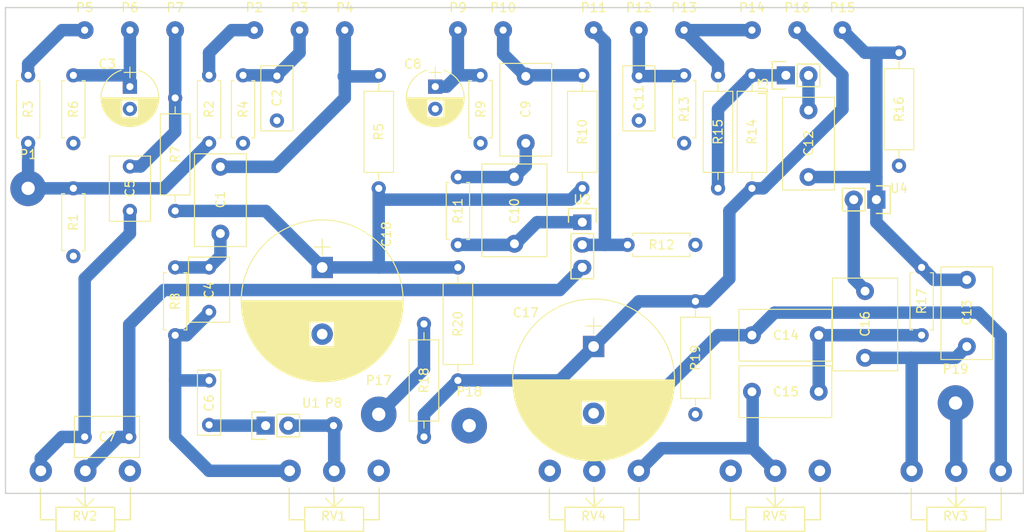
<source format=kicad_pcb>
(kicad_pcb (version 4) (host pcbnew 4.0.0-rc2-stable)

  (general
    (links 84)
    (no_connects 18)
    (area 113.205 53.285 227.70968 113.954581)
    (thickness 1.6)
    (drawings 4)
    (tracks 146)
    (zones 0)
    (modules 66)
    (nets 34)
  )

  (page A4)
  (layers
    (0 F.Cu signal)
    (31 B.Cu signal)
    (32 B.Adhes user)
    (33 F.Adhes user)
    (34 B.Paste user)
    (35 F.Paste user)
    (36 B.SilkS user)
    (37 F.SilkS user)
    (38 B.Mask user)
    (39 F.Mask user)
    (40 Dwgs.User user)
    (41 Cmts.User user)
    (42 Eco1.User user)
    (43 Eco2.User user)
    (44 Edge.Cuts user)
    (45 Margin user)
    (46 B.CrtYd user)
    (47 F.CrtYd user)
    (48 B.Fab user)
    (49 F.Fab user)
  )

  (setup
    (last_trace_width 1.4)
    (user_trace_width 0.4)
    (user_trace_width 0.8)
    (user_trace_width 1)
    (user_trace_width 1.2)
    (user_trace_width 1.4)
    (trace_clearance 0.4)
    (zone_clearance 0.508)
    (zone_45_only no)
    (trace_min 0.2)
    (segment_width 0.2)
    (edge_width 0.15)
    (via_size 0.6)
    (via_drill 0.4)
    (via_min_size 0.4)
    (via_min_drill 0.3)
    (uvia_size 0.3)
    (uvia_drill 0.1)
    (uvias_allowed no)
    (uvia_min_size 0.2)
    (uvia_min_drill 0.1)
    (pcb_text_width 0.3)
    (pcb_text_size 1.5 1.5)
    (mod_edge_width 0.15)
    (mod_text_size 1 1)
    (mod_text_width 0.15)
    (pad_size 1.524 1.524)
    (pad_drill 0.762)
    (pad_to_mask_clearance 0.2)
    (aux_axis_origin 0 0)
    (visible_elements FFFFFF7F)
    (pcbplotparams
      (layerselection 0x00030_80000001)
      (usegerberextensions false)
      (excludeedgelayer true)
      (linewidth 0.100000)
      (plotframeref false)
      (viasonmask false)
      (mode 1)
      (useauxorigin false)
      (hpglpennumber 1)
      (hpglpenspeed 20)
      (hpglpendiameter 15)
      (hpglpenoverlay 2)
      (psnegative false)
      (psa4output false)
      (plotreference true)
      (plotvalue true)
      (plotinvisibletext false)
      (padsonsilk false)
      (subtractmaskfromsilk false)
      (outputformat 1)
      (mirror false)
      (drillshape 1)
      (scaleselection 1)
      (outputdirectory ""))
  )

  (net 0 "")
  (net 1 "Net-(C1-Pad1)")
  (net 2 "Net-(C1-Pad2)")
  (net 3 GND)
  (net 4 "Net-(C2-Pad2)")
  (net 5 "Net-(C3-Pad1)")
  (net 6 "Net-(C4-Pad2)")
  (net 7 "Net-(C5-Pad1)")
  (net 8 "Net-(C5-Pad2)")
  (net 9 "Net-(C6-Pad2)")
  (net 10 "Net-(C7-Pad2)")
  (net 11 "Net-(C8-Pad1)")
  (net 12 "Net-(C10-Pad1)")
  (net 13 "Net-(C9-Pad2)")
  (net 14 "Net-(C10-Pad2)")
  (net 15 "Net-(C11-Pad2)")
  (net 16 "Net-(C12-Pad1)")
  (net 17 "Net-(C12-Pad2)")
  (net 18 "Net-(C13-Pad1)")
  (net 19 "Net-(C14-Pad1)")
  (net 20 "Net-(C14-Pad2)")
  (net 21 "Net-(C15-Pad1)")
  (net 22 "Net-(C16-Pad2)")
  (net 23 +HV1)
  (net 24 +HV2)
  (net 25 "Net-(P1-Pad1)")
  (net 26 "Net-(P2-Pad1)")
  (net 27 "Net-(P5-Pad1)")
  (net 28 "Net-(P8-Pad1)")
  (net 29 "Net-(P11-Pad1)")
  (net 30 "Net-(P13-Pad1)")
  (net 31 VCC)
  (net 32 "Net-(P19-Pad1)")
  (net 33 "Net-(R14-Pad2)")

  (net_class Default "Este es el tipo de red por defecto."
    (clearance 0.4)
    (trace_width 0.6)
    (via_dia 0.6)
    (via_drill 0.4)
    (uvia_dia 0.3)
    (uvia_drill 0.1)
    (add_net +HV1)
    (add_net +HV2)
    (add_net GND)
    (add_net "Net-(C1-Pad1)")
    (add_net "Net-(C1-Pad2)")
    (add_net "Net-(C10-Pad1)")
    (add_net "Net-(C10-Pad2)")
    (add_net "Net-(C11-Pad2)")
    (add_net "Net-(C12-Pad1)")
    (add_net "Net-(C12-Pad2)")
    (add_net "Net-(C13-Pad1)")
    (add_net "Net-(C14-Pad1)")
    (add_net "Net-(C14-Pad2)")
    (add_net "Net-(C15-Pad1)")
    (add_net "Net-(C16-Pad2)")
    (add_net "Net-(C2-Pad2)")
    (add_net "Net-(C3-Pad1)")
    (add_net "Net-(C4-Pad2)")
    (add_net "Net-(C5-Pad1)")
    (add_net "Net-(C5-Pad2)")
    (add_net "Net-(C6-Pad2)")
    (add_net "Net-(C7-Pad2)")
    (add_net "Net-(C8-Pad1)")
    (add_net "Net-(C9-Pad2)")
    (add_net "Net-(P1-Pad1)")
    (add_net "Net-(P11-Pad1)")
    (add_net "Net-(P13-Pad1)")
    (add_net "Net-(P19-Pad1)")
    (add_net "Net-(P2-Pad1)")
    (add_net "Net-(P5-Pad1)")
    (add_net "Net-(P8-Pad1)")
    (add_net "Net-(R14-Pad2)")
    (add_net VCC)
  )

  (module Capacitors_THT:C_Rect_L10.3mm_W5.7mm_P7.50mm_MKS4 (layer F.Cu) (tedit 587E6697) (tstamp 587E6671)
    (at 138.43 80.01 90)
    (descr "C, Rect series, Radial, pin pitch=7.50mm, , length*width=10.3*5.7mm^2, Capacitor, http://www.wima.com/EN/WIMA_MKS_4.pdf")
    (tags "C Rect series Radial pin pitch 7.50mm  length 10.3mm width 5.7mm Capacitor")
    (path /587E5CC7)
    (fp_text reference C1 (at 3.81 0 90) (layer F.SilkS)
      (effects (font (size 1 1) (thickness 0.15)))
    )
    (fp_text value 22n (at 3.75 3.91 90) (layer F.Fab)
      (effects (font (size 1 1) (thickness 0.15)))
    )
    (fp_line (start -1.4 -2.85) (end -1.4 2.85) (layer F.Fab) (width 0.1))
    (fp_line (start -1.4 2.85) (end 8.9 2.85) (layer F.Fab) (width 0.1))
    (fp_line (start 8.9 2.85) (end 8.9 -2.85) (layer F.Fab) (width 0.1))
    (fp_line (start 8.9 -2.85) (end -1.4 -2.85) (layer F.Fab) (width 0.1))
    (fp_line (start -1.46 -2.91) (end 8.96 -2.91) (layer F.SilkS) (width 0.12))
    (fp_line (start -1.46 2.91) (end 8.96 2.91) (layer F.SilkS) (width 0.12))
    (fp_line (start -1.46 -2.91) (end -1.46 2.91) (layer F.SilkS) (width 0.12))
    (fp_line (start 8.96 -2.91) (end 8.96 2.91) (layer F.SilkS) (width 0.12))
    (fp_line (start -1.75 -3.2) (end -1.75 3.2) (layer F.CrtYd) (width 0.05))
    (fp_line (start -1.75 3.2) (end 9.25 3.2) (layer F.CrtYd) (width 0.05))
    (fp_line (start 9.25 3.2) (end 9.25 -3.2) (layer F.CrtYd) (width 0.05))
    (fp_line (start 9.25 -3.2) (end -1.75 -3.2) (layer F.CrtYd) (width 0.05))
    (pad 1 thru_hole circle (at 0 0 90) (size 2 2) (drill 1) (layers *.Cu *.Mask)
      (net 1 "Net-(C1-Pad1)"))
    (pad 2 thru_hole circle (at 7.5 0 90) (size 2 2) (drill 1) (layers *.Cu *.Mask)
      (net 2 "Net-(C1-Pad2)"))
    (model Capacitors_ThroughHole.3dshapes/C_Rect_L10.3mm_W5.7mm_P7.50mm_MKS4.wrl
      (at (xyz 0 0 0))
      (scale (xyz 0.393701 0.393701 0.393701))
      (rotate (xyz 0 0 0))
    )
  )

  (module Capacitors_THT:C_Rect_L7.2mm_W3.5mm_P5.00mm_FKS2_FKP2_MKS2_MKP2 (layer F.Cu) (tedit 587E671B) (tstamp 587E6677)
    (at 144.78 67.31 90)
    (descr "C, Rect series, Radial, pin pitch=5.00mm, , length*width=7.2*3.5mm^2, Capacitor, http://www.wima.com/EN/WIMA_FKS_2.pdf")
    (tags "C Rect series Radial pin pitch 5.00mm  length 7.2mm width 3.5mm Capacitor")
    (path /587E4EBD)
    (fp_text reference C2 (at 2.54 0 90) (layer F.SilkS)
      (effects (font (size 1 1) (thickness 0.15)))
    )
    (fp_text value 680n (at 2.5 2.81 90) (layer F.Fab)
      (effects (font (size 1 1) (thickness 0.15)))
    )
    (fp_line (start -1.1 -1.75) (end -1.1 1.75) (layer F.Fab) (width 0.1))
    (fp_line (start -1.1 1.75) (end 6.1 1.75) (layer F.Fab) (width 0.1))
    (fp_line (start 6.1 1.75) (end 6.1 -1.75) (layer F.Fab) (width 0.1))
    (fp_line (start 6.1 -1.75) (end -1.1 -1.75) (layer F.Fab) (width 0.1))
    (fp_line (start -1.16 -1.81) (end 6.16 -1.81) (layer F.SilkS) (width 0.12))
    (fp_line (start -1.16 1.81) (end 6.16 1.81) (layer F.SilkS) (width 0.12))
    (fp_line (start -1.16 -1.81) (end -1.16 1.81) (layer F.SilkS) (width 0.12))
    (fp_line (start 6.16 -1.81) (end 6.16 1.81) (layer F.SilkS) (width 0.12))
    (fp_line (start -1.45 -2.1) (end -1.45 2.1) (layer F.CrtYd) (width 0.05))
    (fp_line (start -1.45 2.1) (end 6.45 2.1) (layer F.CrtYd) (width 0.05))
    (fp_line (start 6.45 2.1) (end 6.45 -2.1) (layer F.CrtYd) (width 0.05))
    (fp_line (start 6.45 -2.1) (end -1.45 -2.1) (layer F.CrtYd) (width 0.05))
    (pad 1 thru_hole circle (at 0 0 90) (size 1.6 1.6) (drill 0.8) (layers *.Cu *.Mask)
      (net 3 GND))
    (pad 2 thru_hole circle (at 5 0 90) (size 1.6 1.6) (drill 0.8) (layers *.Cu *.Mask)
      (net 4 "Net-(C2-Pad2)"))
    (model Capacitors_ThroughHole.3dshapes/C_Rect_L7.2mm_W3.5mm_P5.00mm_FKS2_FKP2_MKS2_MKP2.wrl
      (at (xyz 0 0 0))
      (scale (xyz 0.393701 0.393701 0.393701))
      (rotate (xyz 0 0 0))
    )
  )

  (module Capacitors_THT:CP_Radial_D6.3mm_P2.50mm (layer F.Cu) (tedit 587E6822) (tstamp 587E667D)
    (at 128.27 63.5 270)
    (descr "CP, Radial series, Radial, pin pitch=2.50mm, , diameter=6.3mm, Electrolytic Capacitor")
    (tags "CP Radial series Radial pin pitch 2.50mm  diameter 6.3mm Electrolytic Capacitor")
    (path /587E4ED7)
    (fp_text reference C3 (at -2.54 2.54 360) (layer F.SilkS)
      (effects (font (size 1 1) (thickness 0.15)))
    )
    (fp_text value 22u (at 5.08 -2.54 360) (layer F.Fab)
      (effects (font (size 1 1) (thickness 0.15)))
    )
    (fp_arc (start 1.25 0) (end -1.838236 -0.98) (angle 144.8) (layer F.SilkS) (width 0.12))
    (fp_arc (start 1.25 0) (end -1.838236 0.98) (angle -144.8) (layer F.SilkS) (width 0.12))
    (fp_arc (start 1.25 0) (end 4.338236 -0.98) (angle 35.2) (layer F.SilkS) (width 0.12))
    (fp_circle (center 1.25 0) (end 4.4 0) (layer F.Fab) (width 0.1))
    (fp_line (start -2.2 0) (end -1 0) (layer F.Fab) (width 0.1))
    (fp_line (start -1.6 -0.65) (end -1.6 0.65) (layer F.Fab) (width 0.1))
    (fp_line (start 1.25 -3.2) (end 1.25 3.2) (layer F.SilkS) (width 0.12))
    (fp_line (start 1.29 -3.2) (end 1.29 3.2) (layer F.SilkS) (width 0.12))
    (fp_line (start 1.33 -3.2) (end 1.33 3.2) (layer F.SilkS) (width 0.12))
    (fp_line (start 1.37 -3.198) (end 1.37 3.198) (layer F.SilkS) (width 0.12))
    (fp_line (start 1.41 -3.197) (end 1.41 3.197) (layer F.SilkS) (width 0.12))
    (fp_line (start 1.45 -3.194) (end 1.45 3.194) (layer F.SilkS) (width 0.12))
    (fp_line (start 1.49 -3.192) (end 1.49 3.192) (layer F.SilkS) (width 0.12))
    (fp_line (start 1.53 -3.188) (end 1.53 -0.98) (layer F.SilkS) (width 0.12))
    (fp_line (start 1.53 0.98) (end 1.53 3.188) (layer F.SilkS) (width 0.12))
    (fp_line (start 1.57 -3.185) (end 1.57 -0.98) (layer F.SilkS) (width 0.12))
    (fp_line (start 1.57 0.98) (end 1.57 3.185) (layer F.SilkS) (width 0.12))
    (fp_line (start 1.61 -3.18) (end 1.61 -0.98) (layer F.SilkS) (width 0.12))
    (fp_line (start 1.61 0.98) (end 1.61 3.18) (layer F.SilkS) (width 0.12))
    (fp_line (start 1.65 -3.176) (end 1.65 -0.98) (layer F.SilkS) (width 0.12))
    (fp_line (start 1.65 0.98) (end 1.65 3.176) (layer F.SilkS) (width 0.12))
    (fp_line (start 1.69 -3.17) (end 1.69 -0.98) (layer F.SilkS) (width 0.12))
    (fp_line (start 1.69 0.98) (end 1.69 3.17) (layer F.SilkS) (width 0.12))
    (fp_line (start 1.73 -3.165) (end 1.73 -0.98) (layer F.SilkS) (width 0.12))
    (fp_line (start 1.73 0.98) (end 1.73 3.165) (layer F.SilkS) (width 0.12))
    (fp_line (start 1.77 -3.158) (end 1.77 -0.98) (layer F.SilkS) (width 0.12))
    (fp_line (start 1.77 0.98) (end 1.77 3.158) (layer F.SilkS) (width 0.12))
    (fp_line (start 1.81 -3.152) (end 1.81 -0.98) (layer F.SilkS) (width 0.12))
    (fp_line (start 1.81 0.98) (end 1.81 3.152) (layer F.SilkS) (width 0.12))
    (fp_line (start 1.85 -3.144) (end 1.85 -0.98) (layer F.SilkS) (width 0.12))
    (fp_line (start 1.85 0.98) (end 1.85 3.144) (layer F.SilkS) (width 0.12))
    (fp_line (start 1.89 -3.137) (end 1.89 -0.98) (layer F.SilkS) (width 0.12))
    (fp_line (start 1.89 0.98) (end 1.89 3.137) (layer F.SilkS) (width 0.12))
    (fp_line (start 1.93 -3.128) (end 1.93 -0.98) (layer F.SilkS) (width 0.12))
    (fp_line (start 1.93 0.98) (end 1.93 3.128) (layer F.SilkS) (width 0.12))
    (fp_line (start 1.971 -3.119) (end 1.971 -0.98) (layer F.SilkS) (width 0.12))
    (fp_line (start 1.971 0.98) (end 1.971 3.119) (layer F.SilkS) (width 0.12))
    (fp_line (start 2.011 -3.11) (end 2.011 -0.98) (layer F.SilkS) (width 0.12))
    (fp_line (start 2.011 0.98) (end 2.011 3.11) (layer F.SilkS) (width 0.12))
    (fp_line (start 2.051 -3.1) (end 2.051 -0.98) (layer F.SilkS) (width 0.12))
    (fp_line (start 2.051 0.98) (end 2.051 3.1) (layer F.SilkS) (width 0.12))
    (fp_line (start 2.091 -3.09) (end 2.091 -0.98) (layer F.SilkS) (width 0.12))
    (fp_line (start 2.091 0.98) (end 2.091 3.09) (layer F.SilkS) (width 0.12))
    (fp_line (start 2.131 -3.079) (end 2.131 -0.98) (layer F.SilkS) (width 0.12))
    (fp_line (start 2.131 0.98) (end 2.131 3.079) (layer F.SilkS) (width 0.12))
    (fp_line (start 2.171 -3.067) (end 2.171 -0.98) (layer F.SilkS) (width 0.12))
    (fp_line (start 2.171 0.98) (end 2.171 3.067) (layer F.SilkS) (width 0.12))
    (fp_line (start 2.211 -3.055) (end 2.211 -0.98) (layer F.SilkS) (width 0.12))
    (fp_line (start 2.211 0.98) (end 2.211 3.055) (layer F.SilkS) (width 0.12))
    (fp_line (start 2.251 -3.042) (end 2.251 -0.98) (layer F.SilkS) (width 0.12))
    (fp_line (start 2.251 0.98) (end 2.251 3.042) (layer F.SilkS) (width 0.12))
    (fp_line (start 2.291 -3.029) (end 2.291 -0.98) (layer F.SilkS) (width 0.12))
    (fp_line (start 2.291 0.98) (end 2.291 3.029) (layer F.SilkS) (width 0.12))
    (fp_line (start 2.331 -3.015) (end 2.331 -0.98) (layer F.SilkS) (width 0.12))
    (fp_line (start 2.331 0.98) (end 2.331 3.015) (layer F.SilkS) (width 0.12))
    (fp_line (start 2.371 -3.001) (end 2.371 -0.98) (layer F.SilkS) (width 0.12))
    (fp_line (start 2.371 0.98) (end 2.371 3.001) (layer F.SilkS) (width 0.12))
    (fp_line (start 2.411 -2.986) (end 2.411 -0.98) (layer F.SilkS) (width 0.12))
    (fp_line (start 2.411 0.98) (end 2.411 2.986) (layer F.SilkS) (width 0.12))
    (fp_line (start 2.451 -2.97) (end 2.451 -0.98) (layer F.SilkS) (width 0.12))
    (fp_line (start 2.451 0.98) (end 2.451 2.97) (layer F.SilkS) (width 0.12))
    (fp_line (start 2.491 -2.954) (end 2.491 -0.98) (layer F.SilkS) (width 0.12))
    (fp_line (start 2.491 0.98) (end 2.491 2.954) (layer F.SilkS) (width 0.12))
    (fp_line (start 2.531 -2.937) (end 2.531 -0.98) (layer F.SilkS) (width 0.12))
    (fp_line (start 2.531 0.98) (end 2.531 2.937) (layer F.SilkS) (width 0.12))
    (fp_line (start 2.571 -2.919) (end 2.571 -0.98) (layer F.SilkS) (width 0.12))
    (fp_line (start 2.571 0.98) (end 2.571 2.919) (layer F.SilkS) (width 0.12))
    (fp_line (start 2.611 -2.901) (end 2.611 -0.98) (layer F.SilkS) (width 0.12))
    (fp_line (start 2.611 0.98) (end 2.611 2.901) (layer F.SilkS) (width 0.12))
    (fp_line (start 2.651 -2.882) (end 2.651 -0.98) (layer F.SilkS) (width 0.12))
    (fp_line (start 2.651 0.98) (end 2.651 2.882) (layer F.SilkS) (width 0.12))
    (fp_line (start 2.691 -2.863) (end 2.691 -0.98) (layer F.SilkS) (width 0.12))
    (fp_line (start 2.691 0.98) (end 2.691 2.863) (layer F.SilkS) (width 0.12))
    (fp_line (start 2.731 -2.843) (end 2.731 -0.98) (layer F.SilkS) (width 0.12))
    (fp_line (start 2.731 0.98) (end 2.731 2.843) (layer F.SilkS) (width 0.12))
    (fp_line (start 2.771 -2.822) (end 2.771 -0.98) (layer F.SilkS) (width 0.12))
    (fp_line (start 2.771 0.98) (end 2.771 2.822) (layer F.SilkS) (width 0.12))
    (fp_line (start 2.811 -2.8) (end 2.811 -0.98) (layer F.SilkS) (width 0.12))
    (fp_line (start 2.811 0.98) (end 2.811 2.8) (layer F.SilkS) (width 0.12))
    (fp_line (start 2.851 -2.778) (end 2.851 -0.98) (layer F.SilkS) (width 0.12))
    (fp_line (start 2.851 0.98) (end 2.851 2.778) (layer F.SilkS) (width 0.12))
    (fp_line (start 2.891 -2.755) (end 2.891 -0.98) (layer F.SilkS) (width 0.12))
    (fp_line (start 2.891 0.98) (end 2.891 2.755) (layer F.SilkS) (width 0.12))
    (fp_line (start 2.931 -2.731) (end 2.931 -0.98) (layer F.SilkS) (width 0.12))
    (fp_line (start 2.931 0.98) (end 2.931 2.731) (layer F.SilkS) (width 0.12))
    (fp_line (start 2.971 -2.706) (end 2.971 -0.98) (layer F.SilkS) (width 0.12))
    (fp_line (start 2.971 0.98) (end 2.971 2.706) (layer F.SilkS) (width 0.12))
    (fp_line (start 3.011 -2.681) (end 3.011 -0.98) (layer F.SilkS) (width 0.12))
    (fp_line (start 3.011 0.98) (end 3.011 2.681) (layer F.SilkS) (width 0.12))
    (fp_line (start 3.051 -2.654) (end 3.051 -0.98) (layer F.SilkS) (width 0.12))
    (fp_line (start 3.051 0.98) (end 3.051 2.654) (layer F.SilkS) (width 0.12))
    (fp_line (start 3.091 -2.627) (end 3.091 -0.98) (layer F.SilkS) (width 0.12))
    (fp_line (start 3.091 0.98) (end 3.091 2.627) (layer F.SilkS) (width 0.12))
    (fp_line (start 3.131 -2.599) (end 3.131 -0.98) (layer F.SilkS) (width 0.12))
    (fp_line (start 3.131 0.98) (end 3.131 2.599) (layer F.SilkS) (width 0.12))
    (fp_line (start 3.171 -2.57) (end 3.171 -0.98) (layer F.SilkS) (width 0.12))
    (fp_line (start 3.171 0.98) (end 3.171 2.57) (layer F.SilkS) (width 0.12))
    (fp_line (start 3.211 -2.54) (end 3.211 -0.98) (layer F.SilkS) (width 0.12))
    (fp_line (start 3.211 0.98) (end 3.211 2.54) (layer F.SilkS) (width 0.12))
    (fp_line (start 3.251 -2.51) (end 3.251 -0.98) (layer F.SilkS) (width 0.12))
    (fp_line (start 3.251 0.98) (end 3.251 2.51) (layer F.SilkS) (width 0.12))
    (fp_line (start 3.291 -2.478) (end 3.291 -0.98) (layer F.SilkS) (width 0.12))
    (fp_line (start 3.291 0.98) (end 3.291 2.478) (layer F.SilkS) (width 0.12))
    (fp_line (start 3.331 -2.445) (end 3.331 -0.98) (layer F.SilkS) (width 0.12))
    (fp_line (start 3.331 0.98) (end 3.331 2.445) (layer F.SilkS) (width 0.12))
    (fp_line (start 3.371 -2.411) (end 3.371 -0.98) (layer F.SilkS) (width 0.12))
    (fp_line (start 3.371 0.98) (end 3.371 2.411) (layer F.SilkS) (width 0.12))
    (fp_line (start 3.411 -2.375) (end 3.411 -0.98) (layer F.SilkS) (width 0.12))
    (fp_line (start 3.411 0.98) (end 3.411 2.375) (layer F.SilkS) (width 0.12))
    (fp_line (start 3.451 -2.339) (end 3.451 -0.98) (layer F.SilkS) (width 0.12))
    (fp_line (start 3.451 0.98) (end 3.451 2.339) (layer F.SilkS) (width 0.12))
    (fp_line (start 3.491 -2.301) (end 3.491 2.301) (layer F.SilkS) (width 0.12))
    (fp_line (start 3.531 -2.262) (end 3.531 2.262) (layer F.SilkS) (width 0.12))
    (fp_line (start 3.571 -2.222) (end 3.571 2.222) (layer F.SilkS) (width 0.12))
    (fp_line (start 3.611 -2.18) (end 3.611 2.18) (layer F.SilkS) (width 0.12))
    (fp_line (start 3.651 -2.137) (end 3.651 2.137) (layer F.SilkS) (width 0.12))
    (fp_line (start 3.691 -2.092) (end 3.691 2.092) (layer F.SilkS) (width 0.12))
    (fp_line (start 3.731 -2.045) (end 3.731 2.045) (layer F.SilkS) (width 0.12))
    (fp_line (start 3.771 -1.997) (end 3.771 1.997) (layer F.SilkS) (width 0.12))
    (fp_line (start 3.811 -1.946) (end 3.811 1.946) (layer F.SilkS) (width 0.12))
    (fp_line (start 3.851 -1.894) (end 3.851 1.894) (layer F.SilkS) (width 0.12))
    (fp_line (start 3.891 -1.839) (end 3.891 1.839) (layer F.SilkS) (width 0.12))
    (fp_line (start 3.931 -1.781) (end 3.931 1.781) (layer F.SilkS) (width 0.12))
    (fp_line (start 3.971 -1.721) (end 3.971 1.721) (layer F.SilkS) (width 0.12))
    (fp_line (start 4.011 -1.658) (end 4.011 1.658) (layer F.SilkS) (width 0.12))
    (fp_line (start 4.051 -1.591) (end 4.051 1.591) (layer F.SilkS) (width 0.12))
    (fp_line (start 4.091 -1.52) (end 4.091 1.52) (layer F.SilkS) (width 0.12))
    (fp_line (start 4.131 -1.445) (end 4.131 1.445) (layer F.SilkS) (width 0.12))
    (fp_line (start 4.171 -1.364) (end 4.171 1.364) (layer F.SilkS) (width 0.12))
    (fp_line (start 4.211 -1.278) (end 4.211 1.278) (layer F.SilkS) (width 0.12))
    (fp_line (start 4.251 -1.184) (end 4.251 1.184) (layer F.SilkS) (width 0.12))
    (fp_line (start 4.291 -1.081) (end 4.291 1.081) (layer F.SilkS) (width 0.12))
    (fp_line (start 4.331 -0.966) (end 4.331 0.966) (layer F.SilkS) (width 0.12))
    (fp_line (start 4.371 -0.834) (end 4.371 0.834) (layer F.SilkS) (width 0.12))
    (fp_line (start 4.411 -0.676) (end 4.411 0.676) (layer F.SilkS) (width 0.12))
    (fp_line (start 4.451 -0.468) (end 4.451 0.468) (layer F.SilkS) (width 0.12))
    (fp_line (start -2.2 0) (end -1 0) (layer F.SilkS) (width 0.12))
    (fp_line (start -1.6 -0.65) (end -1.6 0.65) (layer F.SilkS) (width 0.12))
    (fp_line (start -2.25 -3.5) (end -2.25 3.5) (layer F.CrtYd) (width 0.05))
    (fp_line (start -2.25 3.5) (end 4.75 3.5) (layer F.CrtYd) (width 0.05))
    (fp_line (start 4.75 3.5) (end 4.75 -3.5) (layer F.CrtYd) (width 0.05))
    (fp_line (start 4.75 -3.5) (end -2.25 -3.5) (layer F.CrtYd) (width 0.05))
    (pad 1 thru_hole rect (at 0 0 270) (size 1.6 1.6) (drill 0.8) (layers *.Cu *.Mask)
      (net 5 "Net-(C3-Pad1)"))
    (pad 2 thru_hole circle (at 2.5 0 270) (size 1.6 1.6) (drill 0.8) (layers *.Cu *.Mask)
      (net 3 GND))
    (model Capacitors_ThroughHole.3dshapes/CP_Radial_D6.3mm_P2.50mm.wrl
      (at (xyz 0 0 0))
      (scale (xyz 0.393701 0.393701 0.393701))
      (rotate (xyz 0 0 0))
    )
  )

  (module Capacitors_THT:C_Rect_L7.2mm_W4.5mm_P5.00mm_FKS2_FKP2_MKS2_MKP2 (layer F.Cu) (tedit 587E6716) (tstamp 587E6683)
    (at 137.16 83.82 270)
    (descr "C, Rect series, Radial, pin pitch=5.00mm, , length*width=7.2*4.5mm^2, Capacitor, http://www.wima.com/EN/WIMA_FKS_2.pdf")
    (tags "C Rect series Radial pin pitch 5.00mm  length 7.2mm width 4.5mm Capacitor")
    (path /587E4EEB)
    (fp_text reference C4 (at 2.54 0 270) (layer F.SilkS)
      (effects (font (size 1 1) (thickness 0.15)))
    )
    (fp_text value 470p (at 2.5 3.31 270) (layer F.Fab)
      (effects (font (size 1 1) (thickness 0.15)))
    )
    (fp_line (start -1.1 -2.25) (end -1.1 2.25) (layer F.Fab) (width 0.1))
    (fp_line (start -1.1 2.25) (end 6.1 2.25) (layer F.Fab) (width 0.1))
    (fp_line (start 6.1 2.25) (end 6.1 -2.25) (layer F.Fab) (width 0.1))
    (fp_line (start 6.1 -2.25) (end -1.1 -2.25) (layer F.Fab) (width 0.1))
    (fp_line (start -1.16 -2.31) (end 6.16 -2.31) (layer F.SilkS) (width 0.12))
    (fp_line (start -1.16 2.31) (end 6.16 2.31) (layer F.SilkS) (width 0.12))
    (fp_line (start -1.16 -2.31) (end -1.16 2.31) (layer F.SilkS) (width 0.12))
    (fp_line (start 6.16 -2.31) (end 6.16 2.31) (layer F.SilkS) (width 0.12))
    (fp_line (start -1.45 -2.6) (end -1.45 2.6) (layer F.CrtYd) (width 0.05))
    (fp_line (start -1.45 2.6) (end 6.45 2.6) (layer F.CrtYd) (width 0.05))
    (fp_line (start 6.45 2.6) (end 6.45 -2.6) (layer F.CrtYd) (width 0.05))
    (fp_line (start 6.45 -2.6) (end -1.45 -2.6) (layer F.CrtYd) (width 0.05))
    (pad 1 thru_hole circle (at 0 0 270) (size 1.6 1.6) (drill 0.8) (layers *.Cu *.Mask)
      (net 1 "Net-(C1-Pad1)"))
    (pad 2 thru_hole circle (at 5 0 270) (size 1.6 1.6) (drill 0.8) (layers *.Cu *.Mask)
      (net 6 "Net-(C4-Pad2)"))
    (model Capacitors_ThroughHole.3dshapes/C_Rect_L7.2mm_W4.5mm_P5.00mm_FKS2_FKP2_MKS2_MKP2.wrl
      (at (xyz 0 0 0))
      (scale (xyz 0.393701 0.393701 0.393701))
      (rotate (xyz 0 0 0))
    )
  )

  (module Capacitors_THT:C_Rect_L7.2mm_W4.5mm_P5.00mm_FKS2_FKP2_MKS2_MKP2 (layer F.Cu) (tedit 587E670A) (tstamp 587E6689)
    (at 128.27 77.47 90)
    (descr "C, Rect series, Radial, pin pitch=5.00mm, , length*width=7.2*4.5mm^2, Capacitor, http://www.wima.com/EN/WIMA_FKS_2.pdf")
    (tags "C Rect series Radial pin pitch 5.00mm  length 7.2mm width 4.5mm Capacitor")
    (path /587E4EC1)
    (fp_text reference C5 (at 2.54 0 90) (layer F.SilkS)
      (effects (font (size 1 1) (thickness 0.15)))
    )
    (fp_text value 470p (at 2.5 3.31 90) (layer F.Fab)
      (effects (font (size 1 1) (thickness 0.15)))
    )
    (fp_line (start -1.1 -2.25) (end -1.1 2.25) (layer F.Fab) (width 0.1))
    (fp_line (start -1.1 2.25) (end 6.1 2.25) (layer F.Fab) (width 0.1))
    (fp_line (start 6.1 2.25) (end 6.1 -2.25) (layer F.Fab) (width 0.1))
    (fp_line (start 6.1 -2.25) (end -1.1 -2.25) (layer F.Fab) (width 0.1))
    (fp_line (start -1.16 -2.31) (end 6.16 -2.31) (layer F.SilkS) (width 0.12))
    (fp_line (start -1.16 2.31) (end 6.16 2.31) (layer F.SilkS) (width 0.12))
    (fp_line (start -1.16 -2.31) (end -1.16 2.31) (layer F.SilkS) (width 0.12))
    (fp_line (start 6.16 -2.31) (end 6.16 2.31) (layer F.SilkS) (width 0.12))
    (fp_line (start -1.45 -2.6) (end -1.45 2.6) (layer F.CrtYd) (width 0.05))
    (fp_line (start -1.45 2.6) (end 6.45 2.6) (layer F.CrtYd) (width 0.05))
    (fp_line (start 6.45 2.6) (end 6.45 -2.6) (layer F.CrtYd) (width 0.05))
    (fp_line (start 6.45 -2.6) (end -1.45 -2.6) (layer F.CrtYd) (width 0.05))
    (pad 1 thru_hole circle (at 0 0 90) (size 1.6 1.6) (drill 0.8) (layers *.Cu *.Mask)
      (net 7 "Net-(C5-Pad1)"))
    (pad 2 thru_hole circle (at 5 0 90) (size 1.6 1.6) (drill 0.8) (layers *.Cu *.Mask)
      (net 8 "Net-(C5-Pad2)"))
    (model Capacitors_ThroughHole.3dshapes/C_Rect_L7.2mm_W4.5mm_P5.00mm_FKS2_FKP2_MKS2_MKP2.wrl
      (at (xyz 0 0 0))
      (scale (xyz 0.393701 0.393701 0.393701))
      (rotate (xyz 0 0 0))
    )
  )

  (module Capacitors_THT:C_Rect_L7.2mm_W2.5mm_P5.00mm_FKS2_FKP2_MKS2_MKP2 (layer F.Cu) (tedit 587E6683) (tstamp 587E668F)
    (at 137.16 96.52 270)
    (descr "C, Rect series, Radial, pin pitch=5.00mm, , length*width=7.2*2.5mm^2, Capacitor, http://www.wima.com/EN/WIMA_FKS_2.pdf")
    (tags "C Rect series Radial pin pitch 5.00mm  length 7.2mm width 2.5mm Capacitor")
    (path /587E4EEE)
    (fp_text reference C6 (at 2.54 0 270) (layer F.SilkS)
      (effects (font (size 1 1) (thickness 0.15)))
    )
    (fp_text value 1n (at 2.5 2.31 270) (layer F.Fab)
      (effects (font (size 1 1) (thickness 0.15)))
    )
    (fp_line (start -1.1 -1.25) (end -1.1 1.25) (layer F.Fab) (width 0.1))
    (fp_line (start -1.1 1.25) (end 6.1 1.25) (layer F.Fab) (width 0.1))
    (fp_line (start 6.1 1.25) (end 6.1 -1.25) (layer F.Fab) (width 0.1))
    (fp_line (start 6.1 -1.25) (end -1.1 -1.25) (layer F.Fab) (width 0.1))
    (fp_line (start -1.16 -1.31) (end 6.16 -1.31) (layer F.SilkS) (width 0.12))
    (fp_line (start -1.16 1.31) (end 6.16 1.31) (layer F.SilkS) (width 0.12))
    (fp_line (start -1.16 -1.31) (end -1.16 1.31) (layer F.SilkS) (width 0.12))
    (fp_line (start 6.16 -1.31) (end 6.16 1.31) (layer F.SilkS) (width 0.12))
    (fp_line (start -1.45 -1.6) (end -1.45 1.6) (layer F.CrtYd) (width 0.05))
    (fp_line (start -1.45 1.6) (end 6.45 1.6) (layer F.CrtYd) (width 0.05))
    (fp_line (start 6.45 1.6) (end 6.45 -1.6) (layer F.CrtYd) (width 0.05))
    (fp_line (start 6.45 -1.6) (end -1.45 -1.6) (layer F.CrtYd) (width 0.05))
    (pad 1 thru_hole circle (at 0 0 270) (size 1.6 1.6) (drill 0.8) (layers *.Cu *.Mask)
      (net 6 "Net-(C4-Pad2)"))
    (pad 2 thru_hole circle (at 5 0 270) (size 1.6 1.6) (drill 0.8) (layers *.Cu *.Mask)
      (net 9 "Net-(C6-Pad2)"))
    (model Capacitors_ThroughHole.3dshapes/C_Rect_L7.2mm_W2.5mm_P5.00mm_FKS2_FKP2_MKS2_MKP2.wrl
      (at (xyz 0 0 0))
      (scale (xyz 0.393701 0.393701 0.393701))
      (rotate (xyz 0 0 0))
    )
  )

  (module Capacitors_THT:C_Rect_L7.2mm_W4.5mm_P5.00mm_FKS2_FKP2_MKS2_MKP2 (layer F.Cu) (tedit 587E676C) (tstamp 587E6695)
    (at 123.19 102.87)
    (descr "C, Rect series, Radial, pin pitch=5.00mm, , length*width=7.2*4.5mm^2, Capacitor, http://www.wima.com/EN/WIMA_FKS_2.pdf")
    (tags "C Rect series Radial pin pitch 5.00mm  length 7.2mm width 4.5mm Capacitor")
    (path /587E4EEF)
    (fp_text reference C7 (at 2.54 0) (layer F.SilkS)
      (effects (font (size 1 1) (thickness 0.15)))
    )
    (fp_text value 100p (at 2.5 3.31) (layer F.Fab)
      (effects (font (size 1 1) (thickness 0.15)))
    )
    (fp_line (start -1.1 -2.25) (end -1.1 2.25) (layer F.Fab) (width 0.1))
    (fp_line (start -1.1 2.25) (end 6.1 2.25) (layer F.Fab) (width 0.1))
    (fp_line (start 6.1 2.25) (end 6.1 -2.25) (layer F.Fab) (width 0.1))
    (fp_line (start 6.1 -2.25) (end -1.1 -2.25) (layer F.Fab) (width 0.1))
    (fp_line (start -1.16 -2.31) (end 6.16 -2.31) (layer F.SilkS) (width 0.12))
    (fp_line (start -1.16 2.31) (end 6.16 2.31) (layer F.SilkS) (width 0.12))
    (fp_line (start -1.16 -2.31) (end -1.16 2.31) (layer F.SilkS) (width 0.12))
    (fp_line (start 6.16 -2.31) (end 6.16 2.31) (layer F.SilkS) (width 0.12))
    (fp_line (start -1.45 -2.6) (end -1.45 2.6) (layer F.CrtYd) (width 0.05))
    (fp_line (start -1.45 2.6) (end 6.45 2.6) (layer F.CrtYd) (width 0.05))
    (fp_line (start 6.45 2.6) (end 6.45 -2.6) (layer F.CrtYd) (width 0.05))
    (fp_line (start 6.45 -2.6) (end -1.45 -2.6) (layer F.CrtYd) (width 0.05))
    (pad 1 thru_hole circle (at 0 0) (size 1.6 1.6) (drill 0.8) (layers *.Cu *.Mask)
      (net 7 "Net-(C5-Pad1)"))
    (pad 2 thru_hole circle (at 5 0) (size 1.6 1.6) (drill 0.8) (layers *.Cu *.Mask)
      (net 10 "Net-(C7-Pad2)"))
    (model Capacitors_ThroughHole.3dshapes/C_Rect_L7.2mm_W4.5mm_P5.00mm_FKS2_FKP2_MKS2_MKP2.wrl
      (at (xyz 0 0 0))
      (scale (xyz 0.393701 0.393701 0.393701))
      (rotate (xyz 0 0 0))
    )
  )

  (module Capacitors_THT:CP_Radial_D6.3mm_P2.50mm (layer F.Cu) (tedit 587E681C) (tstamp 587E669B)
    (at 162.56 63.5 270)
    (descr "CP, Radial series, Radial, pin pitch=2.50mm, , diameter=6.3mm, Electrolytic Capacitor")
    (tags "CP Radial series Radial pin pitch 2.50mm  diameter 6.3mm Electrolytic Capacitor")
    (path /587E4EEA)
    (fp_text reference C8 (at -2.54 2.54 360) (layer F.SilkS)
      (effects (font (size 1 1) (thickness 0.15)))
    )
    (fp_text value 22u (at 5.08 -2.54 360) (layer F.Fab)
      (effects (font (size 1 1) (thickness 0.15)))
    )
    (fp_arc (start 1.25 0) (end -1.838236 -0.98) (angle 144.8) (layer F.SilkS) (width 0.12))
    (fp_arc (start 1.25 0) (end -1.838236 0.98) (angle -144.8) (layer F.SilkS) (width 0.12))
    (fp_arc (start 1.25 0) (end 4.338236 -0.98) (angle 35.2) (layer F.SilkS) (width 0.12))
    (fp_circle (center 1.25 0) (end 4.4 0) (layer F.Fab) (width 0.1))
    (fp_line (start -2.2 0) (end -1 0) (layer F.Fab) (width 0.1))
    (fp_line (start -1.6 -0.65) (end -1.6 0.65) (layer F.Fab) (width 0.1))
    (fp_line (start 1.25 -3.2) (end 1.25 3.2) (layer F.SilkS) (width 0.12))
    (fp_line (start 1.29 -3.2) (end 1.29 3.2) (layer F.SilkS) (width 0.12))
    (fp_line (start 1.33 -3.2) (end 1.33 3.2) (layer F.SilkS) (width 0.12))
    (fp_line (start 1.37 -3.198) (end 1.37 3.198) (layer F.SilkS) (width 0.12))
    (fp_line (start 1.41 -3.197) (end 1.41 3.197) (layer F.SilkS) (width 0.12))
    (fp_line (start 1.45 -3.194) (end 1.45 3.194) (layer F.SilkS) (width 0.12))
    (fp_line (start 1.49 -3.192) (end 1.49 3.192) (layer F.SilkS) (width 0.12))
    (fp_line (start 1.53 -3.188) (end 1.53 -0.98) (layer F.SilkS) (width 0.12))
    (fp_line (start 1.53 0.98) (end 1.53 3.188) (layer F.SilkS) (width 0.12))
    (fp_line (start 1.57 -3.185) (end 1.57 -0.98) (layer F.SilkS) (width 0.12))
    (fp_line (start 1.57 0.98) (end 1.57 3.185) (layer F.SilkS) (width 0.12))
    (fp_line (start 1.61 -3.18) (end 1.61 -0.98) (layer F.SilkS) (width 0.12))
    (fp_line (start 1.61 0.98) (end 1.61 3.18) (layer F.SilkS) (width 0.12))
    (fp_line (start 1.65 -3.176) (end 1.65 -0.98) (layer F.SilkS) (width 0.12))
    (fp_line (start 1.65 0.98) (end 1.65 3.176) (layer F.SilkS) (width 0.12))
    (fp_line (start 1.69 -3.17) (end 1.69 -0.98) (layer F.SilkS) (width 0.12))
    (fp_line (start 1.69 0.98) (end 1.69 3.17) (layer F.SilkS) (width 0.12))
    (fp_line (start 1.73 -3.165) (end 1.73 -0.98) (layer F.SilkS) (width 0.12))
    (fp_line (start 1.73 0.98) (end 1.73 3.165) (layer F.SilkS) (width 0.12))
    (fp_line (start 1.77 -3.158) (end 1.77 -0.98) (layer F.SilkS) (width 0.12))
    (fp_line (start 1.77 0.98) (end 1.77 3.158) (layer F.SilkS) (width 0.12))
    (fp_line (start 1.81 -3.152) (end 1.81 -0.98) (layer F.SilkS) (width 0.12))
    (fp_line (start 1.81 0.98) (end 1.81 3.152) (layer F.SilkS) (width 0.12))
    (fp_line (start 1.85 -3.144) (end 1.85 -0.98) (layer F.SilkS) (width 0.12))
    (fp_line (start 1.85 0.98) (end 1.85 3.144) (layer F.SilkS) (width 0.12))
    (fp_line (start 1.89 -3.137) (end 1.89 -0.98) (layer F.SilkS) (width 0.12))
    (fp_line (start 1.89 0.98) (end 1.89 3.137) (layer F.SilkS) (width 0.12))
    (fp_line (start 1.93 -3.128) (end 1.93 -0.98) (layer F.SilkS) (width 0.12))
    (fp_line (start 1.93 0.98) (end 1.93 3.128) (layer F.SilkS) (width 0.12))
    (fp_line (start 1.971 -3.119) (end 1.971 -0.98) (layer F.SilkS) (width 0.12))
    (fp_line (start 1.971 0.98) (end 1.971 3.119) (layer F.SilkS) (width 0.12))
    (fp_line (start 2.011 -3.11) (end 2.011 -0.98) (layer F.SilkS) (width 0.12))
    (fp_line (start 2.011 0.98) (end 2.011 3.11) (layer F.SilkS) (width 0.12))
    (fp_line (start 2.051 -3.1) (end 2.051 -0.98) (layer F.SilkS) (width 0.12))
    (fp_line (start 2.051 0.98) (end 2.051 3.1) (layer F.SilkS) (width 0.12))
    (fp_line (start 2.091 -3.09) (end 2.091 -0.98) (layer F.SilkS) (width 0.12))
    (fp_line (start 2.091 0.98) (end 2.091 3.09) (layer F.SilkS) (width 0.12))
    (fp_line (start 2.131 -3.079) (end 2.131 -0.98) (layer F.SilkS) (width 0.12))
    (fp_line (start 2.131 0.98) (end 2.131 3.079) (layer F.SilkS) (width 0.12))
    (fp_line (start 2.171 -3.067) (end 2.171 -0.98) (layer F.SilkS) (width 0.12))
    (fp_line (start 2.171 0.98) (end 2.171 3.067) (layer F.SilkS) (width 0.12))
    (fp_line (start 2.211 -3.055) (end 2.211 -0.98) (layer F.SilkS) (width 0.12))
    (fp_line (start 2.211 0.98) (end 2.211 3.055) (layer F.SilkS) (width 0.12))
    (fp_line (start 2.251 -3.042) (end 2.251 -0.98) (layer F.SilkS) (width 0.12))
    (fp_line (start 2.251 0.98) (end 2.251 3.042) (layer F.SilkS) (width 0.12))
    (fp_line (start 2.291 -3.029) (end 2.291 -0.98) (layer F.SilkS) (width 0.12))
    (fp_line (start 2.291 0.98) (end 2.291 3.029) (layer F.SilkS) (width 0.12))
    (fp_line (start 2.331 -3.015) (end 2.331 -0.98) (layer F.SilkS) (width 0.12))
    (fp_line (start 2.331 0.98) (end 2.331 3.015) (layer F.SilkS) (width 0.12))
    (fp_line (start 2.371 -3.001) (end 2.371 -0.98) (layer F.SilkS) (width 0.12))
    (fp_line (start 2.371 0.98) (end 2.371 3.001) (layer F.SilkS) (width 0.12))
    (fp_line (start 2.411 -2.986) (end 2.411 -0.98) (layer F.SilkS) (width 0.12))
    (fp_line (start 2.411 0.98) (end 2.411 2.986) (layer F.SilkS) (width 0.12))
    (fp_line (start 2.451 -2.97) (end 2.451 -0.98) (layer F.SilkS) (width 0.12))
    (fp_line (start 2.451 0.98) (end 2.451 2.97) (layer F.SilkS) (width 0.12))
    (fp_line (start 2.491 -2.954) (end 2.491 -0.98) (layer F.SilkS) (width 0.12))
    (fp_line (start 2.491 0.98) (end 2.491 2.954) (layer F.SilkS) (width 0.12))
    (fp_line (start 2.531 -2.937) (end 2.531 -0.98) (layer F.SilkS) (width 0.12))
    (fp_line (start 2.531 0.98) (end 2.531 2.937) (layer F.SilkS) (width 0.12))
    (fp_line (start 2.571 -2.919) (end 2.571 -0.98) (layer F.SilkS) (width 0.12))
    (fp_line (start 2.571 0.98) (end 2.571 2.919) (layer F.SilkS) (width 0.12))
    (fp_line (start 2.611 -2.901) (end 2.611 -0.98) (layer F.SilkS) (width 0.12))
    (fp_line (start 2.611 0.98) (end 2.611 2.901) (layer F.SilkS) (width 0.12))
    (fp_line (start 2.651 -2.882) (end 2.651 -0.98) (layer F.SilkS) (width 0.12))
    (fp_line (start 2.651 0.98) (end 2.651 2.882) (layer F.SilkS) (width 0.12))
    (fp_line (start 2.691 -2.863) (end 2.691 -0.98) (layer F.SilkS) (width 0.12))
    (fp_line (start 2.691 0.98) (end 2.691 2.863) (layer F.SilkS) (width 0.12))
    (fp_line (start 2.731 -2.843) (end 2.731 -0.98) (layer F.SilkS) (width 0.12))
    (fp_line (start 2.731 0.98) (end 2.731 2.843) (layer F.SilkS) (width 0.12))
    (fp_line (start 2.771 -2.822) (end 2.771 -0.98) (layer F.SilkS) (width 0.12))
    (fp_line (start 2.771 0.98) (end 2.771 2.822) (layer F.SilkS) (width 0.12))
    (fp_line (start 2.811 -2.8) (end 2.811 -0.98) (layer F.SilkS) (width 0.12))
    (fp_line (start 2.811 0.98) (end 2.811 2.8) (layer F.SilkS) (width 0.12))
    (fp_line (start 2.851 -2.778) (end 2.851 -0.98) (layer F.SilkS) (width 0.12))
    (fp_line (start 2.851 0.98) (end 2.851 2.778) (layer F.SilkS) (width 0.12))
    (fp_line (start 2.891 -2.755) (end 2.891 -0.98) (layer F.SilkS) (width 0.12))
    (fp_line (start 2.891 0.98) (end 2.891 2.755) (layer F.SilkS) (width 0.12))
    (fp_line (start 2.931 -2.731) (end 2.931 -0.98) (layer F.SilkS) (width 0.12))
    (fp_line (start 2.931 0.98) (end 2.931 2.731) (layer F.SilkS) (width 0.12))
    (fp_line (start 2.971 -2.706) (end 2.971 -0.98) (layer F.SilkS) (width 0.12))
    (fp_line (start 2.971 0.98) (end 2.971 2.706) (layer F.SilkS) (width 0.12))
    (fp_line (start 3.011 -2.681) (end 3.011 -0.98) (layer F.SilkS) (width 0.12))
    (fp_line (start 3.011 0.98) (end 3.011 2.681) (layer F.SilkS) (width 0.12))
    (fp_line (start 3.051 -2.654) (end 3.051 -0.98) (layer F.SilkS) (width 0.12))
    (fp_line (start 3.051 0.98) (end 3.051 2.654) (layer F.SilkS) (width 0.12))
    (fp_line (start 3.091 -2.627) (end 3.091 -0.98) (layer F.SilkS) (width 0.12))
    (fp_line (start 3.091 0.98) (end 3.091 2.627) (layer F.SilkS) (width 0.12))
    (fp_line (start 3.131 -2.599) (end 3.131 -0.98) (layer F.SilkS) (width 0.12))
    (fp_line (start 3.131 0.98) (end 3.131 2.599) (layer F.SilkS) (width 0.12))
    (fp_line (start 3.171 -2.57) (end 3.171 -0.98) (layer F.SilkS) (width 0.12))
    (fp_line (start 3.171 0.98) (end 3.171 2.57) (layer F.SilkS) (width 0.12))
    (fp_line (start 3.211 -2.54) (end 3.211 -0.98) (layer F.SilkS) (width 0.12))
    (fp_line (start 3.211 0.98) (end 3.211 2.54) (layer F.SilkS) (width 0.12))
    (fp_line (start 3.251 -2.51) (end 3.251 -0.98) (layer F.SilkS) (width 0.12))
    (fp_line (start 3.251 0.98) (end 3.251 2.51) (layer F.SilkS) (width 0.12))
    (fp_line (start 3.291 -2.478) (end 3.291 -0.98) (layer F.SilkS) (width 0.12))
    (fp_line (start 3.291 0.98) (end 3.291 2.478) (layer F.SilkS) (width 0.12))
    (fp_line (start 3.331 -2.445) (end 3.331 -0.98) (layer F.SilkS) (width 0.12))
    (fp_line (start 3.331 0.98) (end 3.331 2.445) (layer F.SilkS) (width 0.12))
    (fp_line (start 3.371 -2.411) (end 3.371 -0.98) (layer F.SilkS) (width 0.12))
    (fp_line (start 3.371 0.98) (end 3.371 2.411) (layer F.SilkS) (width 0.12))
    (fp_line (start 3.411 -2.375) (end 3.411 -0.98) (layer F.SilkS) (width 0.12))
    (fp_line (start 3.411 0.98) (end 3.411 2.375) (layer F.SilkS) (width 0.12))
    (fp_line (start 3.451 -2.339) (end 3.451 -0.98) (layer F.SilkS) (width 0.12))
    (fp_line (start 3.451 0.98) (end 3.451 2.339) (layer F.SilkS) (width 0.12))
    (fp_line (start 3.491 -2.301) (end 3.491 2.301) (layer F.SilkS) (width 0.12))
    (fp_line (start 3.531 -2.262) (end 3.531 2.262) (layer F.SilkS) (width 0.12))
    (fp_line (start 3.571 -2.222) (end 3.571 2.222) (layer F.SilkS) (width 0.12))
    (fp_line (start 3.611 -2.18) (end 3.611 2.18) (layer F.SilkS) (width 0.12))
    (fp_line (start 3.651 -2.137) (end 3.651 2.137) (layer F.SilkS) (width 0.12))
    (fp_line (start 3.691 -2.092) (end 3.691 2.092) (layer F.SilkS) (width 0.12))
    (fp_line (start 3.731 -2.045) (end 3.731 2.045) (layer F.SilkS) (width 0.12))
    (fp_line (start 3.771 -1.997) (end 3.771 1.997) (layer F.SilkS) (width 0.12))
    (fp_line (start 3.811 -1.946) (end 3.811 1.946) (layer F.SilkS) (width 0.12))
    (fp_line (start 3.851 -1.894) (end 3.851 1.894) (layer F.SilkS) (width 0.12))
    (fp_line (start 3.891 -1.839) (end 3.891 1.839) (layer F.SilkS) (width 0.12))
    (fp_line (start 3.931 -1.781) (end 3.931 1.781) (layer F.SilkS) (width 0.12))
    (fp_line (start 3.971 -1.721) (end 3.971 1.721) (layer F.SilkS) (width 0.12))
    (fp_line (start 4.011 -1.658) (end 4.011 1.658) (layer F.SilkS) (width 0.12))
    (fp_line (start 4.051 -1.591) (end 4.051 1.591) (layer F.SilkS) (width 0.12))
    (fp_line (start 4.091 -1.52) (end 4.091 1.52) (layer F.SilkS) (width 0.12))
    (fp_line (start 4.131 -1.445) (end 4.131 1.445) (layer F.SilkS) (width 0.12))
    (fp_line (start 4.171 -1.364) (end 4.171 1.364) (layer F.SilkS) (width 0.12))
    (fp_line (start 4.211 -1.278) (end 4.211 1.278) (layer F.SilkS) (width 0.12))
    (fp_line (start 4.251 -1.184) (end 4.251 1.184) (layer F.SilkS) (width 0.12))
    (fp_line (start 4.291 -1.081) (end 4.291 1.081) (layer F.SilkS) (width 0.12))
    (fp_line (start 4.331 -0.966) (end 4.331 0.966) (layer F.SilkS) (width 0.12))
    (fp_line (start 4.371 -0.834) (end 4.371 0.834) (layer F.SilkS) (width 0.12))
    (fp_line (start 4.411 -0.676) (end 4.411 0.676) (layer F.SilkS) (width 0.12))
    (fp_line (start 4.451 -0.468) (end 4.451 0.468) (layer F.SilkS) (width 0.12))
    (fp_line (start -2.2 0) (end -1 0) (layer F.SilkS) (width 0.12))
    (fp_line (start -1.6 -0.65) (end -1.6 0.65) (layer F.SilkS) (width 0.12))
    (fp_line (start -2.25 -3.5) (end -2.25 3.5) (layer F.CrtYd) (width 0.05))
    (fp_line (start -2.25 3.5) (end 4.75 3.5) (layer F.CrtYd) (width 0.05))
    (fp_line (start 4.75 3.5) (end 4.75 -3.5) (layer F.CrtYd) (width 0.05))
    (fp_line (start 4.75 -3.5) (end -2.25 -3.5) (layer F.CrtYd) (width 0.05))
    (pad 1 thru_hole rect (at 0 0 270) (size 1.6 1.6) (drill 0.8) (layers *.Cu *.Mask)
      (net 11 "Net-(C8-Pad1)"))
    (pad 2 thru_hole circle (at 2.5 0 270) (size 1.6 1.6) (drill 0.8) (layers *.Cu *.Mask)
      (net 3 GND))
    (model Capacitors_ThroughHole.3dshapes/CP_Radial_D6.3mm_P2.50mm.wrl
      (at (xyz 0 0 0))
      (scale (xyz 0.393701 0.393701 0.393701))
      (rotate (xyz 0 0 0))
    )
  )

  (module Capacitors_THT:C_Rect_L10.3mm_W5.7mm_P7.50mm_MKS4 (layer F.Cu) (tedit 587E6906) (tstamp 587E66A1)
    (at 172.72 69.85 90)
    (descr "C, Rect series, Radial, pin pitch=7.50mm, , length*width=10.3*5.7mm^2, Capacitor, http://www.wima.com/EN/WIMA_MKS_4.pdf")
    (tags "C Rect series Radial pin pitch 7.50mm  length 10.3mm width 5.7mm Capacitor")
    (path /587E4EC0)
    (fp_text reference C9 (at 3.81 0 90) (layer F.SilkS)
      (effects (font (size 1 1) (thickness 0.15)))
    )
    (fp_text value 22n (at 3.75 3.91 90) (layer F.Fab)
      (effects (font (size 1 1) (thickness 0.15)))
    )
    (fp_line (start -1.4 -2.85) (end -1.4 2.85) (layer F.Fab) (width 0.1))
    (fp_line (start -1.4 2.85) (end 8.9 2.85) (layer F.Fab) (width 0.1))
    (fp_line (start 8.9 2.85) (end 8.9 -2.85) (layer F.Fab) (width 0.1))
    (fp_line (start 8.9 -2.85) (end -1.4 -2.85) (layer F.Fab) (width 0.1))
    (fp_line (start -1.46 -2.91) (end 8.96 -2.91) (layer F.SilkS) (width 0.12))
    (fp_line (start -1.46 2.91) (end 8.96 2.91) (layer F.SilkS) (width 0.12))
    (fp_line (start -1.46 -2.91) (end -1.46 2.91) (layer F.SilkS) (width 0.12))
    (fp_line (start 8.96 -2.91) (end 8.96 2.91) (layer F.SilkS) (width 0.12))
    (fp_line (start -1.75 -3.2) (end -1.75 3.2) (layer F.CrtYd) (width 0.05))
    (fp_line (start -1.75 3.2) (end 9.25 3.2) (layer F.CrtYd) (width 0.05))
    (fp_line (start 9.25 3.2) (end 9.25 -3.2) (layer F.CrtYd) (width 0.05))
    (fp_line (start 9.25 -3.2) (end -1.75 -3.2) (layer F.CrtYd) (width 0.05))
    (pad 1 thru_hole circle (at 0 0 90) (size 2 2) (drill 1) (layers *.Cu *.Mask)
      (net 12 "Net-(C10-Pad1)"))
    (pad 2 thru_hole circle (at 7.5 0 90) (size 2 2) (drill 1) (layers *.Cu *.Mask)
      (net 13 "Net-(C9-Pad2)"))
    (model Capacitors_ThroughHole.3dshapes/C_Rect_L10.3mm_W5.7mm_P7.50mm_MKS4.wrl
      (at (xyz 0 0 0))
      (scale (xyz 0.393701 0.393701 0.393701))
      (rotate (xyz 0 0 0))
    )
  )

  (module Capacitors_THT:C_Rect_L10.3mm_W7.2mm_P7.50mm_MKS4 (layer F.Cu) (tedit 587E68CF) (tstamp 587E66A7)
    (at 171.45 73.66 270)
    (descr "C, Rect series, Radial, pin pitch=7.50mm, , length*width=10.3*7.2mm^2, Capacitor, http://www.wima.com/EN/WIMA_MKS_4.pdf")
    (tags "C Rect series Radial pin pitch 7.50mm  length 10.3mm width 7.2mm Capacitor")
    (path /587E4EEC)
    (fp_text reference C10 (at 3.81 0 270) (layer F.SilkS)
      (effects (font (size 1 1) (thickness 0.15)))
    )
    (fp_text value 470p (at 3.75 4.66 270) (layer F.Fab)
      (effects (font (size 1 1) (thickness 0.15)))
    )
    (fp_line (start -1.4 -3.6) (end -1.4 3.6) (layer F.Fab) (width 0.1))
    (fp_line (start -1.4 3.6) (end 8.9 3.6) (layer F.Fab) (width 0.1))
    (fp_line (start 8.9 3.6) (end 8.9 -3.6) (layer F.Fab) (width 0.1))
    (fp_line (start 8.9 -3.6) (end -1.4 -3.6) (layer F.Fab) (width 0.1))
    (fp_line (start -1.46 -3.66) (end 8.96 -3.66) (layer F.SilkS) (width 0.12))
    (fp_line (start -1.46 3.66) (end 8.96 3.66) (layer F.SilkS) (width 0.12))
    (fp_line (start -1.46 -3.66) (end -1.46 3.66) (layer F.SilkS) (width 0.12))
    (fp_line (start 8.96 -3.66) (end 8.96 3.66) (layer F.SilkS) (width 0.12))
    (fp_line (start -1.75 -3.95) (end -1.75 3.95) (layer F.CrtYd) (width 0.05))
    (fp_line (start -1.75 3.95) (end 9.25 3.95) (layer F.CrtYd) (width 0.05))
    (fp_line (start 9.25 3.95) (end 9.25 -3.95) (layer F.CrtYd) (width 0.05))
    (fp_line (start 9.25 -3.95) (end -1.75 -3.95) (layer F.CrtYd) (width 0.05))
    (pad 1 thru_hole circle (at 0 0 270) (size 2 2) (drill 1) (layers *.Cu *.Mask)
      (net 12 "Net-(C10-Pad1)"))
    (pad 2 thru_hole circle (at 7.5 0 270) (size 2 2) (drill 1) (layers *.Cu *.Mask)
      (net 14 "Net-(C10-Pad2)"))
    (model Capacitors_ThroughHole.3dshapes/C_Rect_L10.3mm_W7.2mm_P7.50mm_MKS4.wrl
      (at (xyz 0 0 0))
      (scale (xyz 0.393701 0.393701 0.393701))
      (rotate (xyz 0 0 0))
    )
  )

  (module Capacitors_THT:C_Rect_L7.2mm_W3.5mm_P5.00mm_FKS2_FKP2_MKS2_MKP2 (layer F.Cu) (tedit 587E6902) (tstamp 587E66AD)
    (at 185.42 67.31 90)
    (descr "C, Rect series, Radial, pin pitch=5.00mm, , length*width=7.2*3.5mm^2, Capacitor, http://www.wima.com/EN/WIMA_FKS_2.pdf")
    (tags "C Rect series Radial pin pitch 5.00mm  length 7.2mm width 3.5mm Capacitor")
    (path /587E4EE9)
    (fp_text reference C11 (at 2.54 0 90) (layer F.SilkS)
      (effects (font (size 1 1) (thickness 0.15)))
    )
    (fp_text value 680n (at 2.5 2.81 90) (layer F.Fab)
      (effects (font (size 1 1) (thickness 0.15)))
    )
    (fp_line (start -1.1 -1.75) (end -1.1 1.75) (layer F.Fab) (width 0.1))
    (fp_line (start -1.1 1.75) (end 6.1 1.75) (layer F.Fab) (width 0.1))
    (fp_line (start 6.1 1.75) (end 6.1 -1.75) (layer F.Fab) (width 0.1))
    (fp_line (start 6.1 -1.75) (end -1.1 -1.75) (layer F.Fab) (width 0.1))
    (fp_line (start -1.16 -1.81) (end 6.16 -1.81) (layer F.SilkS) (width 0.12))
    (fp_line (start -1.16 1.81) (end 6.16 1.81) (layer F.SilkS) (width 0.12))
    (fp_line (start -1.16 -1.81) (end -1.16 1.81) (layer F.SilkS) (width 0.12))
    (fp_line (start 6.16 -1.81) (end 6.16 1.81) (layer F.SilkS) (width 0.12))
    (fp_line (start -1.45 -2.1) (end -1.45 2.1) (layer F.CrtYd) (width 0.05))
    (fp_line (start -1.45 2.1) (end 6.45 2.1) (layer F.CrtYd) (width 0.05))
    (fp_line (start 6.45 2.1) (end 6.45 -2.1) (layer F.CrtYd) (width 0.05))
    (fp_line (start 6.45 -2.1) (end -1.45 -2.1) (layer F.CrtYd) (width 0.05))
    (pad 1 thru_hole circle (at 0 0 90) (size 1.6 1.6) (drill 0.8) (layers *.Cu *.Mask)
      (net 3 GND))
    (pad 2 thru_hole circle (at 5 0 90) (size 1.6 1.6) (drill 0.8) (layers *.Cu *.Mask)
      (net 15 "Net-(C11-Pad2)"))
    (model Capacitors_ThroughHole.3dshapes/C_Rect_L7.2mm_W3.5mm_P5.00mm_FKS2_FKP2_MKS2_MKP2.wrl
      (at (xyz 0 0 0))
      (scale (xyz 0.393701 0.393701 0.393701))
      (rotate (xyz 0 0 0))
    )
  )

  (module Capacitors_THT:C_Rect_L10.3mm_W5.7mm_P7.50mm_MKS4 (layer F.Cu) (tedit 587E6948) (tstamp 587E66B3)
    (at 204.47 73.66 90)
    (descr "C, Rect series, Radial, pin pitch=7.50mm, , length*width=10.3*5.7mm^2, Capacitor, http://www.wima.com/EN/WIMA_MKS_4.pdf")
    (tags "C Rect series Radial pin pitch 7.50mm  length 10.3mm width 5.7mm Capacitor")
    (path /587E4EF3)
    (fp_text reference C12 (at 3.81 0 90) (layer F.SilkS)
      (effects (font (size 1 1) (thickness 0.15)))
    )
    (fp_text value 47n (at 3.75 3.91 90) (layer F.Fab)
      (effects (font (size 1 1) (thickness 0.15)))
    )
    (fp_line (start -1.4 -2.85) (end -1.4 2.85) (layer F.Fab) (width 0.1))
    (fp_line (start -1.4 2.85) (end 8.9 2.85) (layer F.Fab) (width 0.1))
    (fp_line (start 8.9 2.85) (end 8.9 -2.85) (layer F.Fab) (width 0.1))
    (fp_line (start 8.9 -2.85) (end -1.4 -2.85) (layer F.Fab) (width 0.1))
    (fp_line (start -1.46 -2.91) (end 8.96 -2.91) (layer F.SilkS) (width 0.12))
    (fp_line (start -1.46 2.91) (end 8.96 2.91) (layer F.SilkS) (width 0.12))
    (fp_line (start -1.46 -2.91) (end -1.46 2.91) (layer F.SilkS) (width 0.12))
    (fp_line (start 8.96 -2.91) (end 8.96 2.91) (layer F.SilkS) (width 0.12))
    (fp_line (start -1.75 -3.2) (end -1.75 3.2) (layer F.CrtYd) (width 0.05))
    (fp_line (start -1.75 3.2) (end 9.25 3.2) (layer F.CrtYd) (width 0.05))
    (fp_line (start 9.25 3.2) (end 9.25 -3.2) (layer F.CrtYd) (width 0.05))
    (fp_line (start 9.25 -3.2) (end -1.75 -3.2) (layer F.CrtYd) (width 0.05))
    (pad 1 thru_hole circle (at 0 0 90) (size 2 2) (drill 1) (layers *.Cu *.Mask)
      (net 16 "Net-(C12-Pad1)"))
    (pad 2 thru_hole circle (at 7.5 0 90) (size 2 2) (drill 1) (layers *.Cu *.Mask)
      (net 17 "Net-(C12-Pad2)"))
    (model Capacitors_ThroughHole.3dshapes/C_Rect_L10.3mm_W5.7mm_P7.50mm_MKS4.wrl
      (at (xyz 0 0 0))
      (scale (xyz 0.393701 0.393701 0.393701))
      (rotate (xyz 0 0 0))
    )
  )

  (module Capacitors_THT:C_Rect_L10.3mm_W5.7mm_P7.50mm_MKS4 (layer F.Cu) (tedit 587E6955) (tstamp 587E66B9)
    (at 222.25 92.71 90)
    (descr "C, Rect series, Radial, pin pitch=7.50mm, , length*width=10.3*5.7mm^2, Capacitor, http://www.wima.com/EN/WIMA_MKS_4.pdf")
    (tags "C Rect series Radial pin pitch 7.50mm  length 10.3mm width 5.7mm Capacitor")
    (path /587E4EF0)
    (fp_text reference C13 (at 3.81 0 90) (layer F.SilkS)
      (effects (font (size 1 1) (thickness 0.15)))
    )
    (fp_text value 22n (at 3.75 3.91 90) (layer F.Fab)
      (effects (font (size 1 1) (thickness 0.15)))
    )
    (fp_line (start -1.4 -2.85) (end -1.4 2.85) (layer F.Fab) (width 0.1))
    (fp_line (start -1.4 2.85) (end 8.9 2.85) (layer F.Fab) (width 0.1))
    (fp_line (start 8.9 2.85) (end 8.9 -2.85) (layer F.Fab) (width 0.1))
    (fp_line (start 8.9 -2.85) (end -1.4 -2.85) (layer F.Fab) (width 0.1))
    (fp_line (start -1.46 -2.91) (end 8.96 -2.91) (layer F.SilkS) (width 0.12))
    (fp_line (start -1.46 2.91) (end 8.96 2.91) (layer F.SilkS) (width 0.12))
    (fp_line (start -1.46 -2.91) (end -1.46 2.91) (layer F.SilkS) (width 0.12))
    (fp_line (start 8.96 -2.91) (end 8.96 2.91) (layer F.SilkS) (width 0.12))
    (fp_line (start -1.75 -3.2) (end -1.75 3.2) (layer F.CrtYd) (width 0.05))
    (fp_line (start -1.75 3.2) (end 9.25 3.2) (layer F.CrtYd) (width 0.05))
    (fp_line (start 9.25 3.2) (end 9.25 -3.2) (layer F.CrtYd) (width 0.05))
    (fp_line (start 9.25 -3.2) (end -1.75 -3.2) (layer F.CrtYd) (width 0.05))
    (pad 1 thru_hole circle (at 0 0 90) (size 2 2) (drill 1) (layers *.Cu *.Mask)
      (net 18 "Net-(C13-Pad1)"))
    (pad 2 thru_hole circle (at 7.5 0 90) (size 2 2) (drill 1) (layers *.Cu *.Mask)
      (net 16 "Net-(C12-Pad1)"))
    (model Capacitors_ThroughHole.3dshapes/C_Rect_L10.3mm_W5.7mm_P7.50mm_MKS4.wrl
      (at (xyz 0 0 0))
      (scale (xyz 0.393701 0.393701 0.393701))
      (rotate (xyz 0 0 0))
    )
  )

  (module Capacitors_THT:C_Rect_L10.3mm_W5.7mm_P7.50mm_MKS4 (layer F.Cu) (tedit 587E6965) (tstamp 587E66BF)
    (at 198.12 91.44)
    (descr "C, Rect series, Radial, pin pitch=7.50mm, , length*width=10.3*5.7mm^2, Capacitor, http://www.wima.com/EN/WIMA_MKS_4.pdf")
    (tags "C Rect series Radial pin pitch 7.50mm  length 10.3mm width 5.7mm Capacitor")
    (path /587E4EF2)
    (fp_text reference C14 (at 3.81 0) (layer F.SilkS)
      (effects (font (size 1 1) (thickness 0.15)))
    )
    (fp_text value 22n (at 3.75 3.91) (layer F.Fab)
      (effects (font (size 1 1) (thickness 0.15)))
    )
    (fp_line (start -1.4 -2.85) (end -1.4 2.85) (layer F.Fab) (width 0.1))
    (fp_line (start -1.4 2.85) (end 8.9 2.85) (layer F.Fab) (width 0.1))
    (fp_line (start 8.9 2.85) (end 8.9 -2.85) (layer F.Fab) (width 0.1))
    (fp_line (start 8.9 -2.85) (end -1.4 -2.85) (layer F.Fab) (width 0.1))
    (fp_line (start -1.46 -2.91) (end 8.96 -2.91) (layer F.SilkS) (width 0.12))
    (fp_line (start -1.46 2.91) (end 8.96 2.91) (layer F.SilkS) (width 0.12))
    (fp_line (start -1.46 -2.91) (end -1.46 2.91) (layer F.SilkS) (width 0.12))
    (fp_line (start 8.96 -2.91) (end 8.96 2.91) (layer F.SilkS) (width 0.12))
    (fp_line (start -1.75 -3.2) (end -1.75 3.2) (layer F.CrtYd) (width 0.05))
    (fp_line (start -1.75 3.2) (end 9.25 3.2) (layer F.CrtYd) (width 0.05))
    (fp_line (start 9.25 3.2) (end 9.25 -3.2) (layer F.CrtYd) (width 0.05))
    (fp_line (start 9.25 -3.2) (end -1.75 -3.2) (layer F.CrtYd) (width 0.05))
    (pad 1 thru_hole circle (at 0 0) (size 2 2) (drill 1) (layers *.Cu *.Mask)
      (net 19 "Net-(C14-Pad1)"))
    (pad 2 thru_hole circle (at 7.5 0) (size 2 2) (drill 1) (layers *.Cu *.Mask)
      (net 20 "Net-(C14-Pad2)"))
    (model Capacitors_ThroughHole.3dshapes/C_Rect_L10.3mm_W5.7mm_P7.50mm_MKS4.wrl
      (at (xyz 0 0 0))
      (scale (xyz 0.393701 0.393701 0.393701))
      (rotate (xyz 0 0 0))
    )
  )

  (module Capacitors_THT:C_Rect_L10.3mm_W5.7mm_P7.50mm_MKS4 (layer F.Cu) (tedit 587E6A47) (tstamp 587E66C5)
    (at 198.12 97.79)
    (descr "C, Rect series, Radial, pin pitch=7.50mm, , length*width=10.3*5.7mm^2, Capacitor, http://www.wima.com/EN/WIMA_MKS_4.pdf")
    (tags "C Rect series Radial pin pitch 7.50mm  length 10.3mm width 5.7mm Capacitor")
    (path /587E4EF1)
    (fp_text reference C15 (at 3.81 0) (layer F.SilkS)
      (effects (font (size 1 1) (thickness 0.15)))
    )
    (fp_text value 22n (at 3.75 3.91) (layer F.Fab)
      (effects (font (size 1 1) (thickness 0.15)))
    )
    (fp_line (start -1.4 -2.85) (end -1.4 2.85) (layer F.Fab) (width 0.1))
    (fp_line (start -1.4 2.85) (end 8.9 2.85) (layer F.Fab) (width 0.1))
    (fp_line (start 8.9 2.85) (end 8.9 -2.85) (layer F.Fab) (width 0.1))
    (fp_line (start 8.9 -2.85) (end -1.4 -2.85) (layer F.Fab) (width 0.1))
    (fp_line (start -1.46 -2.91) (end 8.96 -2.91) (layer F.SilkS) (width 0.12))
    (fp_line (start -1.46 2.91) (end 8.96 2.91) (layer F.SilkS) (width 0.12))
    (fp_line (start -1.46 -2.91) (end -1.46 2.91) (layer F.SilkS) (width 0.12))
    (fp_line (start 8.96 -2.91) (end 8.96 2.91) (layer F.SilkS) (width 0.12))
    (fp_line (start -1.75 -3.2) (end -1.75 3.2) (layer F.CrtYd) (width 0.05))
    (fp_line (start -1.75 3.2) (end 9.25 3.2) (layer F.CrtYd) (width 0.05))
    (fp_line (start 9.25 3.2) (end 9.25 -3.2) (layer F.CrtYd) (width 0.05))
    (fp_line (start 9.25 -3.2) (end -1.75 -3.2) (layer F.CrtYd) (width 0.05))
    (pad 1 thru_hole circle (at 0 0) (size 2 2) (drill 1) (layers *.Cu *.Mask)
      (net 21 "Net-(C15-Pad1)"))
    (pad 2 thru_hole circle (at 7.5 0) (size 2 2) (drill 1) (layers *.Cu *.Mask)
      (net 20 "Net-(C14-Pad2)"))
    (model Capacitors_ThroughHole.3dshapes/C_Rect_L10.3mm_W5.7mm_P7.50mm_MKS4.wrl
      (at (xyz 0 0 0))
      (scale (xyz 0.393701 0.393701 0.393701))
      (rotate (xyz 0 0 0))
    )
  )

  (module Capacitors_THT:C_Rect_L10.3mm_W7.2mm_P7.50mm_MKS4 (layer F.Cu) (tedit 587E6AC7) (tstamp 587E66CB)
    (at 210.82 93.98 90)
    (descr "C, Rect series, Radial, pin pitch=7.50mm, , length*width=10.3*7.2mm^2, Capacitor, http://www.wima.com/EN/WIMA_MKS_4.pdf")
    (tags "C Rect series Radial pin pitch 7.50mm  length 10.3mm width 7.2mm Capacitor")
    (path /587E4EED)
    (fp_text reference C16 (at 3.81 0 90) (layer F.SilkS)
      (effects (font (size 1 1) (thickness 0.15)))
    )
    (fp_text value 470p (at 3.75 4.66 90) (layer F.Fab)
      (effects (font (size 1 1) (thickness 0.15)))
    )
    (fp_line (start -1.4 -3.6) (end -1.4 3.6) (layer F.Fab) (width 0.1))
    (fp_line (start -1.4 3.6) (end 8.9 3.6) (layer F.Fab) (width 0.1))
    (fp_line (start 8.9 3.6) (end 8.9 -3.6) (layer F.Fab) (width 0.1))
    (fp_line (start 8.9 -3.6) (end -1.4 -3.6) (layer F.Fab) (width 0.1))
    (fp_line (start -1.46 -3.66) (end 8.96 -3.66) (layer F.SilkS) (width 0.12))
    (fp_line (start -1.46 3.66) (end 8.96 3.66) (layer F.SilkS) (width 0.12))
    (fp_line (start -1.46 -3.66) (end -1.46 3.66) (layer F.SilkS) (width 0.12))
    (fp_line (start 8.96 -3.66) (end 8.96 3.66) (layer F.SilkS) (width 0.12))
    (fp_line (start -1.75 -3.95) (end -1.75 3.95) (layer F.CrtYd) (width 0.05))
    (fp_line (start -1.75 3.95) (end 9.25 3.95) (layer F.CrtYd) (width 0.05))
    (fp_line (start 9.25 3.95) (end 9.25 -3.95) (layer F.CrtYd) (width 0.05))
    (fp_line (start 9.25 -3.95) (end -1.75 -3.95) (layer F.CrtYd) (width 0.05))
    (pad 1 thru_hole circle (at 0 0 90) (size 2 2) (drill 1) (layers *.Cu *.Mask)
      (net 18 "Net-(C13-Pad1)"))
    (pad 2 thru_hole circle (at 7.5 0 90) (size 2 2) (drill 1) (layers *.Cu *.Mask)
      (net 22 "Net-(C16-Pad2)"))
    (model Capacitors_ThroughHole.3dshapes/C_Rect_L10.3mm_W7.2mm_P7.50mm_MKS4.wrl
      (at (xyz 0 0 0))
      (scale (xyz 0.393701 0.393701 0.393701))
      (rotate (xyz 0 0 0))
    )
  )

  (module Capacitors_THT:CP_Radial_D18.0mm_P7.50mm (layer F.Cu) (tedit 587E8C3D) (tstamp 587E66D1)
    (at 180.34 92.71 270)
    (descr "CP, Radial series, Radial, pin pitch=7.50mm, , diameter=18mm, Electrolytic Capacitor")
    (tags "CP Radial series Radial pin pitch 7.50mm  diameter 18mm Electrolytic Capacitor")
    (path /587E4EB9)
    (fp_text reference C17 (at -3.81 7.62 360) (layer F.SilkS)
      (effects (font (size 1 1) (thickness 0.15)))
    )
    (fp_text value 47u (at 11.43 -7.62 360) (layer F.Fab)
      (effects (font (size 1 1) (thickness 0.15)))
    )
    (fp_circle (center 3.75 0) (end 12.75 0) (layer F.Fab) (width 0.1))
    (fp_circle (center 3.75 0) (end 12.84 0) (layer F.SilkS) (width 0.12))
    (fp_line (start -3.2 0) (end -1.4 0) (layer F.Fab) (width 0.1))
    (fp_line (start -2.3 -0.9) (end -2.3 0.9) (layer F.Fab) (width 0.1))
    (fp_line (start 3.75 -9.05) (end 3.75 9.05) (layer F.SilkS) (width 0.12))
    (fp_line (start 3.79 -9.05) (end 3.79 9.05) (layer F.SilkS) (width 0.12))
    (fp_line (start 3.83 -9.05) (end 3.83 9.05) (layer F.SilkS) (width 0.12))
    (fp_line (start 3.87 -9.05) (end 3.87 9.05) (layer F.SilkS) (width 0.12))
    (fp_line (start 3.91 -9.049) (end 3.91 9.049) (layer F.SilkS) (width 0.12))
    (fp_line (start 3.95 -9.048) (end 3.95 9.048) (layer F.SilkS) (width 0.12))
    (fp_line (start 3.99 -9.047) (end 3.99 9.047) (layer F.SilkS) (width 0.12))
    (fp_line (start 4.03 -9.046) (end 4.03 9.046) (layer F.SilkS) (width 0.12))
    (fp_line (start 4.07 -9.045) (end 4.07 9.045) (layer F.SilkS) (width 0.12))
    (fp_line (start 4.11 -9.043) (end 4.11 9.043) (layer F.SilkS) (width 0.12))
    (fp_line (start 4.15 -9.042) (end 4.15 9.042) (layer F.SilkS) (width 0.12))
    (fp_line (start 4.19 -9.04) (end 4.19 9.04) (layer F.SilkS) (width 0.12))
    (fp_line (start 4.23 -9.038) (end 4.23 9.038) (layer F.SilkS) (width 0.12))
    (fp_line (start 4.27 -9.036) (end 4.27 9.036) (layer F.SilkS) (width 0.12))
    (fp_line (start 4.31 -9.033) (end 4.31 9.033) (layer F.SilkS) (width 0.12))
    (fp_line (start 4.35 -9.031) (end 4.35 9.031) (layer F.SilkS) (width 0.12))
    (fp_line (start 4.39 -9.028) (end 4.39 9.028) (layer F.SilkS) (width 0.12))
    (fp_line (start 4.43 -9.025) (end 4.43 9.025) (layer F.SilkS) (width 0.12))
    (fp_line (start 4.471 -9.022) (end 4.471 9.022) (layer F.SilkS) (width 0.12))
    (fp_line (start 4.511 -9.019) (end 4.511 9.019) (layer F.SilkS) (width 0.12))
    (fp_line (start 4.551 -9.015) (end 4.551 9.015) (layer F.SilkS) (width 0.12))
    (fp_line (start 4.591 -9.012) (end 4.591 9.012) (layer F.SilkS) (width 0.12))
    (fp_line (start 4.631 -9.008) (end 4.631 9.008) (layer F.SilkS) (width 0.12))
    (fp_line (start 4.671 -9.004) (end 4.671 9.004) (layer F.SilkS) (width 0.12))
    (fp_line (start 4.711 -9) (end 4.711 9) (layer F.SilkS) (width 0.12))
    (fp_line (start 4.751 -8.995) (end 4.751 8.995) (layer F.SilkS) (width 0.12))
    (fp_line (start 4.791 -8.991) (end 4.791 8.991) (layer F.SilkS) (width 0.12))
    (fp_line (start 4.831 -8.986) (end 4.831 8.986) (layer F.SilkS) (width 0.12))
    (fp_line (start 4.871 -8.981) (end 4.871 8.981) (layer F.SilkS) (width 0.12))
    (fp_line (start 4.911 -8.976) (end 4.911 8.976) (layer F.SilkS) (width 0.12))
    (fp_line (start 4.951 -8.971) (end 4.951 8.971) (layer F.SilkS) (width 0.12))
    (fp_line (start 4.991 -8.966) (end 4.991 8.966) (layer F.SilkS) (width 0.12))
    (fp_line (start 5.031 -8.96) (end 5.031 8.96) (layer F.SilkS) (width 0.12))
    (fp_line (start 5.071 -8.954) (end 5.071 8.954) (layer F.SilkS) (width 0.12))
    (fp_line (start 5.111 -8.948) (end 5.111 8.948) (layer F.SilkS) (width 0.12))
    (fp_line (start 5.151 -8.942) (end 5.151 8.942) (layer F.SilkS) (width 0.12))
    (fp_line (start 5.191 -8.936) (end 5.191 8.936) (layer F.SilkS) (width 0.12))
    (fp_line (start 5.231 -8.929) (end 5.231 8.929) (layer F.SilkS) (width 0.12))
    (fp_line (start 5.271 -8.923) (end 5.271 8.923) (layer F.SilkS) (width 0.12))
    (fp_line (start 5.311 -8.916) (end 5.311 8.916) (layer F.SilkS) (width 0.12))
    (fp_line (start 5.351 -8.909) (end 5.351 8.909) (layer F.SilkS) (width 0.12))
    (fp_line (start 5.391 -8.901) (end 5.391 8.901) (layer F.SilkS) (width 0.12))
    (fp_line (start 5.431 -8.894) (end 5.431 8.894) (layer F.SilkS) (width 0.12))
    (fp_line (start 5.471 -8.886) (end 5.471 8.886) (layer F.SilkS) (width 0.12))
    (fp_line (start 5.511 -8.878) (end 5.511 8.878) (layer F.SilkS) (width 0.12))
    (fp_line (start 5.551 -8.87) (end 5.551 8.87) (layer F.SilkS) (width 0.12))
    (fp_line (start 5.591 -8.862) (end 5.591 8.862) (layer F.SilkS) (width 0.12))
    (fp_line (start 5.631 -8.854) (end 5.631 8.854) (layer F.SilkS) (width 0.12))
    (fp_line (start 5.671 -8.845) (end 5.671 8.845) (layer F.SilkS) (width 0.12))
    (fp_line (start 5.711 -8.837) (end 5.711 8.837) (layer F.SilkS) (width 0.12))
    (fp_line (start 5.751 -8.828) (end 5.751 8.828) (layer F.SilkS) (width 0.12))
    (fp_line (start 5.791 -8.819) (end 5.791 8.819) (layer F.SilkS) (width 0.12))
    (fp_line (start 5.831 -8.809) (end 5.831 8.809) (layer F.SilkS) (width 0.12))
    (fp_line (start 5.871 -8.8) (end 5.871 8.8) (layer F.SilkS) (width 0.12))
    (fp_line (start 5.911 -8.79) (end 5.911 8.79) (layer F.SilkS) (width 0.12))
    (fp_line (start 5.951 -8.78) (end 5.951 8.78) (layer F.SilkS) (width 0.12))
    (fp_line (start 5.991 -8.77) (end 5.991 8.77) (layer F.SilkS) (width 0.12))
    (fp_line (start 6.031 -8.76) (end 6.031 8.76) (layer F.SilkS) (width 0.12))
    (fp_line (start 6.071 -8.749) (end 6.071 8.749) (layer F.SilkS) (width 0.12))
    (fp_line (start 6.111 -8.739) (end 6.111 8.739) (layer F.SilkS) (width 0.12))
    (fp_line (start 6.151 -8.728) (end 6.151 -1.38) (layer F.SilkS) (width 0.12))
    (fp_line (start 6.151 1.38) (end 6.151 8.728) (layer F.SilkS) (width 0.12))
    (fp_line (start 6.191 -8.717) (end 6.191 -1.38) (layer F.SilkS) (width 0.12))
    (fp_line (start 6.191 1.38) (end 6.191 8.717) (layer F.SilkS) (width 0.12))
    (fp_line (start 6.231 -8.706) (end 6.231 -1.38) (layer F.SilkS) (width 0.12))
    (fp_line (start 6.231 1.38) (end 6.231 8.706) (layer F.SilkS) (width 0.12))
    (fp_line (start 6.271 -8.694) (end 6.271 -1.38) (layer F.SilkS) (width 0.12))
    (fp_line (start 6.271 1.38) (end 6.271 8.694) (layer F.SilkS) (width 0.12))
    (fp_line (start 6.311 -8.683) (end 6.311 -1.38) (layer F.SilkS) (width 0.12))
    (fp_line (start 6.311 1.38) (end 6.311 8.683) (layer F.SilkS) (width 0.12))
    (fp_line (start 6.351 -8.671) (end 6.351 -1.38) (layer F.SilkS) (width 0.12))
    (fp_line (start 6.351 1.38) (end 6.351 8.671) (layer F.SilkS) (width 0.12))
    (fp_line (start 6.391 -8.659) (end 6.391 -1.38) (layer F.SilkS) (width 0.12))
    (fp_line (start 6.391 1.38) (end 6.391 8.659) (layer F.SilkS) (width 0.12))
    (fp_line (start 6.431 -8.646) (end 6.431 -1.38) (layer F.SilkS) (width 0.12))
    (fp_line (start 6.431 1.38) (end 6.431 8.646) (layer F.SilkS) (width 0.12))
    (fp_line (start 6.471 -8.634) (end 6.471 -1.38) (layer F.SilkS) (width 0.12))
    (fp_line (start 6.471 1.38) (end 6.471 8.634) (layer F.SilkS) (width 0.12))
    (fp_line (start 6.511 -8.621) (end 6.511 -1.38) (layer F.SilkS) (width 0.12))
    (fp_line (start 6.511 1.38) (end 6.511 8.621) (layer F.SilkS) (width 0.12))
    (fp_line (start 6.551 -8.609) (end 6.551 -1.38) (layer F.SilkS) (width 0.12))
    (fp_line (start 6.551 1.38) (end 6.551 8.609) (layer F.SilkS) (width 0.12))
    (fp_line (start 6.591 -8.595) (end 6.591 -1.38) (layer F.SilkS) (width 0.12))
    (fp_line (start 6.591 1.38) (end 6.591 8.595) (layer F.SilkS) (width 0.12))
    (fp_line (start 6.631 -8.582) (end 6.631 -1.38) (layer F.SilkS) (width 0.12))
    (fp_line (start 6.631 1.38) (end 6.631 8.582) (layer F.SilkS) (width 0.12))
    (fp_line (start 6.671 -8.569) (end 6.671 -1.38) (layer F.SilkS) (width 0.12))
    (fp_line (start 6.671 1.38) (end 6.671 8.569) (layer F.SilkS) (width 0.12))
    (fp_line (start 6.711 -8.555) (end 6.711 -1.38) (layer F.SilkS) (width 0.12))
    (fp_line (start 6.711 1.38) (end 6.711 8.555) (layer F.SilkS) (width 0.12))
    (fp_line (start 6.751 -8.541) (end 6.751 -1.38) (layer F.SilkS) (width 0.12))
    (fp_line (start 6.751 1.38) (end 6.751 8.541) (layer F.SilkS) (width 0.12))
    (fp_line (start 6.791 -8.527) (end 6.791 -1.38) (layer F.SilkS) (width 0.12))
    (fp_line (start 6.791 1.38) (end 6.791 8.527) (layer F.SilkS) (width 0.12))
    (fp_line (start 6.831 -8.513) (end 6.831 -1.38) (layer F.SilkS) (width 0.12))
    (fp_line (start 6.831 1.38) (end 6.831 8.513) (layer F.SilkS) (width 0.12))
    (fp_line (start 6.871 -8.498) (end 6.871 -1.38) (layer F.SilkS) (width 0.12))
    (fp_line (start 6.871 1.38) (end 6.871 8.498) (layer F.SilkS) (width 0.12))
    (fp_line (start 6.911 -8.484) (end 6.911 -1.38) (layer F.SilkS) (width 0.12))
    (fp_line (start 6.911 1.38) (end 6.911 8.484) (layer F.SilkS) (width 0.12))
    (fp_line (start 6.951 -8.469) (end 6.951 -1.38) (layer F.SilkS) (width 0.12))
    (fp_line (start 6.951 1.38) (end 6.951 8.469) (layer F.SilkS) (width 0.12))
    (fp_line (start 6.991 -8.453) (end 6.991 -1.38) (layer F.SilkS) (width 0.12))
    (fp_line (start 6.991 1.38) (end 6.991 8.453) (layer F.SilkS) (width 0.12))
    (fp_line (start 7.031 -8.438) (end 7.031 -1.38) (layer F.SilkS) (width 0.12))
    (fp_line (start 7.031 1.38) (end 7.031 8.438) (layer F.SilkS) (width 0.12))
    (fp_line (start 7.071 -8.423) (end 7.071 -1.38) (layer F.SilkS) (width 0.12))
    (fp_line (start 7.071 1.38) (end 7.071 8.423) (layer F.SilkS) (width 0.12))
    (fp_line (start 7.111 -8.407) (end 7.111 -1.38) (layer F.SilkS) (width 0.12))
    (fp_line (start 7.111 1.38) (end 7.111 8.407) (layer F.SilkS) (width 0.12))
    (fp_line (start 7.151 -8.391) (end 7.151 -1.38) (layer F.SilkS) (width 0.12))
    (fp_line (start 7.151 1.38) (end 7.151 8.391) (layer F.SilkS) (width 0.12))
    (fp_line (start 7.191 -8.374) (end 7.191 -1.38) (layer F.SilkS) (width 0.12))
    (fp_line (start 7.191 1.38) (end 7.191 8.374) (layer F.SilkS) (width 0.12))
    (fp_line (start 7.231 -8.358) (end 7.231 -1.38) (layer F.SilkS) (width 0.12))
    (fp_line (start 7.231 1.38) (end 7.231 8.358) (layer F.SilkS) (width 0.12))
    (fp_line (start 7.271 -8.341) (end 7.271 -1.38) (layer F.SilkS) (width 0.12))
    (fp_line (start 7.271 1.38) (end 7.271 8.341) (layer F.SilkS) (width 0.12))
    (fp_line (start 7.311 -8.324) (end 7.311 -1.38) (layer F.SilkS) (width 0.12))
    (fp_line (start 7.311 1.38) (end 7.311 8.324) (layer F.SilkS) (width 0.12))
    (fp_line (start 7.351 -8.307) (end 7.351 -1.38) (layer F.SilkS) (width 0.12))
    (fp_line (start 7.351 1.38) (end 7.351 8.307) (layer F.SilkS) (width 0.12))
    (fp_line (start 7.391 -8.29) (end 7.391 -1.38) (layer F.SilkS) (width 0.12))
    (fp_line (start 7.391 1.38) (end 7.391 8.29) (layer F.SilkS) (width 0.12))
    (fp_line (start 7.431 -8.272) (end 7.431 -1.38) (layer F.SilkS) (width 0.12))
    (fp_line (start 7.431 1.38) (end 7.431 8.272) (layer F.SilkS) (width 0.12))
    (fp_line (start 7.471 -8.254) (end 7.471 -1.38) (layer F.SilkS) (width 0.12))
    (fp_line (start 7.471 1.38) (end 7.471 8.254) (layer F.SilkS) (width 0.12))
    (fp_line (start 7.511 -8.236) (end 7.511 -1.38) (layer F.SilkS) (width 0.12))
    (fp_line (start 7.511 1.38) (end 7.511 8.236) (layer F.SilkS) (width 0.12))
    (fp_line (start 7.551 -8.218) (end 7.551 -1.38) (layer F.SilkS) (width 0.12))
    (fp_line (start 7.551 1.38) (end 7.551 8.218) (layer F.SilkS) (width 0.12))
    (fp_line (start 7.591 -8.2) (end 7.591 -1.38) (layer F.SilkS) (width 0.12))
    (fp_line (start 7.591 1.38) (end 7.591 8.2) (layer F.SilkS) (width 0.12))
    (fp_line (start 7.631 -8.181) (end 7.631 -1.38) (layer F.SilkS) (width 0.12))
    (fp_line (start 7.631 1.38) (end 7.631 8.181) (layer F.SilkS) (width 0.12))
    (fp_line (start 7.671 -8.162) (end 7.671 -1.38) (layer F.SilkS) (width 0.12))
    (fp_line (start 7.671 1.38) (end 7.671 8.162) (layer F.SilkS) (width 0.12))
    (fp_line (start 7.711 -8.143) (end 7.711 -1.38) (layer F.SilkS) (width 0.12))
    (fp_line (start 7.711 1.38) (end 7.711 8.143) (layer F.SilkS) (width 0.12))
    (fp_line (start 7.751 -8.123) (end 7.751 -1.38) (layer F.SilkS) (width 0.12))
    (fp_line (start 7.751 1.38) (end 7.751 8.123) (layer F.SilkS) (width 0.12))
    (fp_line (start 7.791 -8.103) (end 7.791 -1.38) (layer F.SilkS) (width 0.12))
    (fp_line (start 7.791 1.38) (end 7.791 8.103) (layer F.SilkS) (width 0.12))
    (fp_line (start 7.831 -8.083) (end 7.831 -1.38) (layer F.SilkS) (width 0.12))
    (fp_line (start 7.831 1.38) (end 7.831 8.083) (layer F.SilkS) (width 0.12))
    (fp_line (start 7.871 -8.063) (end 7.871 -1.38) (layer F.SilkS) (width 0.12))
    (fp_line (start 7.871 1.38) (end 7.871 8.063) (layer F.SilkS) (width 0.12))
    (fp_line (start 7.911 -8.043) (end 7.911 -1.38) (layer F.SilkS) (width 0.12))
    (fp_line (start 7.911 1.38) (end 7.911 8.043) (layer F.SilkS) (width 0.12))
    (fp_line (start 7.951 -8.022) (end 7.951 -1.38) (layer F.SilkS) (width 0.12))
    (fp_line (start 7.951 1.38) (end 7.951 8.022) (layer F.SilkS) (width 0.12))
    (fp_line (start 7.991 -8.001) (end 7.991 -1.38) (layer F.SilkS) (width 0.12))
    (fp_line (start 7.991 1.38) (end 7.991 8.001) (layer F.SilkS) (width 0.12))
    (fp_line (start 8.031 -7.98) (end 8.031 -1.38) (layer F.SilkS) (width 0.12))
    (fp_line (start 8.031 1.38) (end 8.031 7.98) (layer F.SilkS) (width 0.12))
    (fp_line (start 8.071 -7.958) (end 8.071 -1.38) (layer F.SilkS) (width 0.12))
    (fp_line (start 8.071 1.38) (end 8.071 7.958) (layer F.SilkS) (width 0.12))
    (fp_line (start 8.111 -7.937) (end 8.111 -1.38) (layer F.SilkS) (width 0.12))
    (fp_line (start 8.111 1.38) (end 8.111 7.937) (layer F.SilkS) (width 0.12))
    (fp_line (start 8.151 -7.915) (end 8.151 -1.38) (layer F.SilkS) (width 0.12))
    (fp_line (start 8.151 1.38) (end 8.151 7.915) (layer F.SilkS) (width 0.12))
    (fp_line (start 8.191 -7.892) (end 8.191 -1.38) (layer F.SilkS) (width 0.12))
    (fp_line (start 8.191 1.38) (end 8.191 7.892) (layer F.SilkS) (width 0.12))
    (fp_line (start 8.231 -7.87) (end 8.231 -1.38) (layer F.SilkS) (width 0.12))
    (fp_line (start 8.231 1.38) (end 8.231 7.87) (layer F.SilkS) (width 0.12))
    (fp_line (start 8.271 -7.847) (end 8.271 -1.38) (layer F.SilkS) (width 0.12))
    (fp_line (start 8.271 1.38) (end 8.271 7.847) (layer F.SilkS) (width 0.12))
    (fp_line (start 8.311 -7.824) (end 8.311 -1.38) (layer F.SilkS) (width 0.12))
    (fp_line (start 8.311 1.38) (end 8.311 7.824) (layer F.SilkS) (width 0.12))
    (fp_line (start 8.351 -7.801) (end 8.351 -1.38) (layer F.SilkS) (width 0.12))
    (fp_line (start 8.351 1.38) (end 8.351 7.801) (layer F.SilkS) (width 0.12))
    (fp_line (start 8.391 -7.777) (end 8.391 -1.38) (layer F.SilkS) (width 0.12))
    (fp_line (start 8.391 1.38) (end 8.391 7.777) (layer F.SilkS) (width 0.12))
    (fp_line (start 8.431 -7.753) (end 8.431 -1.38) (layer F.SilkS) (width 0.12))
    (fp_line (start 8.431 1.38) (end 8.431 7.753) (layer F.SilkS) (width 0.12))
    (fp_line (start 8.471 -7.729) (end 8.471 -1.38) (layer F.SilkS) (width 0.12))
    (fp_line (start 8.471 1.38) (end 8.471 7.729) (layer F.SilkS) (width 0.12))
    (fp_line (start 8.511 -7.705) (end 8.511 -1.38) (layer F.SilkS) (width 0.12))
    (fp_line (start 8.511 1.38) (end 8.511 7.705) (layer F.SilkS) (width 0.12))
    (fp_line (start 8.551 -7.68) (end 8.551 -1.38) (layer F.SilkS) (width 0.12))
    (fp_line (start 8.551 1.38) (end 8.551 7.68) (layer F.SilkS) (width 0.12))
    (fp_line (start 8.591 -7.655) (end 8.591 -1.38) (layer F.SilkS) (width 0.12))
    (fp_line (start 8.591 1.38) (end 8.591 7.655) (layer F.SilkS) (width 0.12))
    (fp_line (start 8.631 -7.63) (end 8.631 -1.38) (layer F.SilkS) (width 0.12))
    (fp_line (start 8.631 1.38) (end 8.631 7.63) (layer F.SilkS) (width 0.12))
    (fp_line (start 8.671 -7.604) (end 8.671 -1.38) (layer F.SilkS) (width 0.12))
    (fp_line (start 8.671 1.38) (end 8.671 7.604) (layer F.SilkS) (width 0.12))
    (fp_line (start 8.711 -7.578) (end 8.711 -1.38) (layer F.SilkS) (width 0.12))
    (fp_line (start 8.711 1.38) (end 8.711 7.578) (layer F.SilkS) (width 0.12))
    (fp_line (start 8.751 -7.552) (end 8.751 -1.38) (layer F.SilkS) (width 0.12))
    (fp_line (start 8.751 1.38) (end 8.751 7.552) (layer F.SilkS) (width 0.12))
    (fp_line (start 8.791 -7.525) (end 8.791 -1.38) (layer F.SilkS) (width 0.12))
    (fp_line (start 8.791 1.38) (end 8.791 7.525) (layer F.SilkS) (width 0.12))
    (fp_line (start 8.831 -7.499) (end 8.831 -1.38) (layer F.SilkS) (width 0.12))
    (fp_line (start 8.831 1.38) (end 8.831 7.499) (layer F.SilkS) (width 0.12))
    (fp_line (start 8.871 -7.471) (end 8.871 -1.38) (layer F.SilkS) (width 0.12))
    (fp_line (start 8.871 1.38) (end 8.871 7.471) (layer F.SilkS) (width 0.12))
    (fp_line (start 8.911 -7.444) (end 8.911 7.444) (layer F.SilkS) (width 0.12))
    (fp_line (start 8.951 -7.416) (end 8.951 7.416) (layer F.SilkS) (width 0.12))
    (fp_line (start 8.991 -7.388) (end 8.991 7.388) (layer F.SilkS) (width 0.12))
    (fp_line (start 9.031 -7.36) (end 9.031 7.36) (layer F.SilkS) (width 0.12))
    (fp_line (start 9.071 -7.331) (end 9.071 7.331) (layer F.SilkS) (width 0.12))
    (fp_line (start 9.111 -7.302) (end 9.111 7.302) (layer F.SilkS) (width 0.12))
    (fp_line (start 9.151 -7.273) (end 9.151 7.273) (layer F.SilkS) (width 0.12))
    (fp_line (start 9.191 -7.243) (end 9.191 7.243) (layer F.SilkS) (width 0.12))
    (fp_line (start 9.231 -7.213) (end 9.231 7.213) (layer F.SilkS) (width 0.12))
    (fp_line (start 9.271 -7.183) (end 9.271 7.183) (layer F.SilkS) (width 0.12))
    (fp_line (start 9.311 -7.152) (end 9.311 7.152) (layer F.SilkS) (width 0.12))
    (fp_line (start 9.351 -7.121) (end 9.351 7.121) (layer F.SilkS) (width 0.12))
    (fp_line (start 9.391 -7.089) (end 9.391 7.089) (layer F.SilkS) (width 0.12))
    (fp_line (start 9.431 -7.057) (end 9.431 7.057) (layer F.SilkS) (width 0.12))
    (fp_line (start 9.471 -7.025) (end 9.471 7.025) (layer F.SilkS) (width 0.12))
    (fp_line (start 9.511 -6.993) (end 9.511 6.993) (layer F.SilkS) (width 0.12))
    (fp_line (start 9.551 -6.96) (end 9.551 6.96) (layer F.SilkS) (width 0.12))
    (fp_line (start 9.591 -6.926) (end 9.591 6.926) (layer F.SilkS) (width 0.12))
    (fp_line (start 9.631 -6.893) (end 9.631 6.893) (layer F.SilkS) (width 0.12))
    (fp_line (start 9.671 -6.858) (end 9.671 6.858) (layer F.SilkS) (width 0.12))
    (fp_line (start 9.711 -6.824) (end 9.711 6.824) (layer F.SilkS) (width 0.12))
    (fp_line (start 9.751 -6.789) (end 9.751 6.789) (layer F.SilkS) (width 0.12))
    (fp_line (start 9.791 -6.754) (end 9.791 6.754) (layer F.SilkS) (width 0.12))
    (fp_line (start 9.831 -6.718) (end 9.831 6.718) (layer F.SilkS) (width 0.12))
    (fp_line (start 9.871 -6.682) (end 9.871 6.682) (layer F.SilkS) (width 0.12))
    (fp_line (start 9.911 -6.645) (end 9.911 6.645) (layer F.SilkS) (width 0.12))
    (fp_line (start 9.951 -6.608) (end 9.951 6.608) (layer F.SilkS) (width 0.12))
    (fp_line (start 9.991 -6.57) (end 9.991 6.57) (layer F.SilkS) (width 0.12))
    (fp_line (start 10.031 -6.532) (end 10.031 6.532) (layer F.SilkS) (width 0.12))
    (fp_line (start 10.071 -6.494) (end 10.071 6.494) (layer F.SilkS) (width 0.12))
    (fp_line (start 10.111 -6.455) (end 10.111 6.455) (layer F.SilkS) (width 0.12))
    (fp_line (start 10.151 -6.416) (end 10.151 6.416) (layer F.SilkS) (width 0.12))
    (fp_line (start 10.191 -6.376) (end 10.191 6.376) (layer F.SilkS) (width 0.12))
    (fp_line (start 10.231 -6.335) (end 10.231 6.335) (layer F.SilkS) (width 0.12))
    (fp_line (start 10.271 -6.294) (end 10.271 6.294) (layer F.SilkS) (width 0.12))
    (fp_line (start 10.311 -6.253) (end 10.311 6.253) (layer F.SilkS) (width 0.12))
    (fp_line (start 10.351 -6.211) (end 10.351 6.211) (layer F.SilkS) (width 0.12))
    (fp_line (start 10.391 -6.168) (end 10.391 6.168) (layer F.SilkS) (width 0.12))
    (fp_line (start 10.431 -6.125) (end 10.431 6.125) (layer F.SilkS) (width 0.12))
    (fp_line (start 10.471 -6.082) (end 10.471 6.082) (layer F.SilkS) (width 0.12))
    (fp_line (start 10.511 -6.038) (end 10.511 6.038) (layer F.SilkS) (width 0.12))
    (fp_line (start 10.551 -5.993) (end 10.551 5.993) (layer F.SilkS) (width 0.12))
    (fp_line (start 10.591 -5.947) (end 10.591 5.947) (layer F.SilkS) (width 0.12))
    (fp_line (start 10.631 -5.901) (end 10.631 5.901) (layer F.SilkS) (width 0.12))
    (fp_line (start 10.671 -5.855) (end 10.671 5.855) (layer F.SilkS) (width 0.12))
    (fp_line (start 10.711 -5.807) (end 10.711 5.807) (layer F.SilkS) (width 0.12))
    (fp_line (start 10.751 -5.759) (end 10.751 5.759) (layer F.SilkS) (width 0.12))
    (fp_line (start 10.791 -5.711) (end 10.791 5.711) (layer F.SilkS) (width 0.12))
    (fp_line (start 10.831 -5.662) (end 10.831 5.662) (layer F.SilkS) (width 0.12))
    (fp_line (start 10.871 -5.611) (end 10.871 5.611) (layer F.SilkS) (width 0.12))
    (fp_line (start 10.911 -5.561) (end 10.911 5.561) (layer F.SilkS) (width 0.12))
    (fp_line (start 10.951 -5.509) (end 10.951 5.509) (layer F.SilkS) (width 0.12))
    (fp_line (start 10.991 -5.457) (end 10.991 5.457) (layer F.SilkS) (width 0.12))
    (fp_line (start 11.031 -5.404) (end 11.031 5.404) (layer F.SilkS) (width 0.12))
    (fp_line (start 11.071 -5.35) (end 11.071 5.35) (layer F.SilkS) (width 0.12))
    (fp_line (start 11.111 -5.295) (end 11.111 5.295) (layer F.SilkS) (width 0.12))
    (fp_line (start 11.151 -5.24) (end 11.151 5.24) (layer F.SilkS) (width 0.12))
    (fp_line (start 11.191 -5.183) (end 11.191 5.183) (layer F.SilkS) (width 0.12))
    (fp_line (start 11.231 -5.126) (end 11.231 5.126) (layer F.SilkS) (width 0.12))
    (fp_line (start 11.271 -5.067) (end 11.271 5.067) (layer F.SilkS) (width 0.12))
    (fp_line (start 11.311 -5.008) (end 11.311 5.008) (layer F.SilkS) (width 0.12))
    (fp_line (start 11.351 -4.947) (end 11.351 4.947) (layer F.SilkS) (width 0.12))
    (fp_line (start 11.391 -4.886) (end 11.391 4.886) (layer F.SilkS) (width 0.12))
    (fp_line (start 11.431 -4.823) (end 11.431 4.823) (layer F.SilkS) (width 0.12))
    (fp_line (start 11.471 -4.759) (end 11.471 4.759) (layer F.SilkS) (width 0.12))
    (fp_line (start 11.511 -4.694) (end 11.511 4.694) (layer F.SilkS) (width 0.12))
    (fp_line (start 11.551 -4.628) (end 11.551 4.628) (layer F.SilkS) (width 0.12))
    (fp_line (start 11.591 -4.561) (end 11.591 4.561) (layer F.SilkS) (width 0.12))
    (fp_line (start 11.631 -4.492) (end 11.631 4.492) (layer F.SilkS) (width 0.12))
    (fp_line (start 11.671 -4.422) (end 11.671 4.422) (layer F.SilkS) (width 0.12))
    (fp_line (start 11.711 -4.35) (end 11.711 4.35) (layer F.SilkS) (width 0.12))
    (fp_line (start 11.751 -4.277) (end 11.751 4.277) (layer F.SilkS) (width 0.12))
    (fp_line (start 11.791 -4.202) (end 11.791 4.202) (layer F.SilkS) (width 0.12))
    (fp_line (start 11.831 -4.125) (end 11.831 4.125) (layer F.SilkS) (width 0.12))
    (fp_line (start 11.871 -4.046) (end 11.871 4.046) (layer F.SilkS) (width 0.12))
    (fp_line (start 11.911 -3.966) (end 11.911 3.966) (layer F.SilkS) (width 0.12))
    (fp_line (start 11.95 -3.883) (end 11.95 3.883) (layer F.SilkS) (width 0.12))
    (fp_line (start 11.99 -3.799) (end 11.99 3.799) (layer F.SilkS) (width 0.12))
    (fp_line (start 12.03 -3.711) (end 12.03 3.711) (layer F.SilkS) (width 0.12))
    (fp_line (start 12.07 -3.622) (end 12.07 3.622) (layer F.SilkS) (width 0.12))
    (fp_line (start 12.11 -3.53) (end 12.11 3.53) (layer F.SilkS) (width 0.12))
    (fp_line (start 12.15 -3.434) (end 12.15 3.434) (layer F.SilkS) (width 0.12))
    (fp_line (start 12.19 -3.336) (end 12.19 3.336) (layer F.SilkS) (width 0.12))
    (fp_line (start 12.23 -3.234) (end 12.23 3.234) (layer F.SilkS) (width 0.12))
    (fp_line (start 12.27 -3.129) (end 12.27 3.129) (layer F.SilkS) (width 0.12))
    (fp_line (start 12.31 -3.019) (end 12.31 3.019) (layer F.SilkS) (width 0.12))
    (fp_line (start 12.35 -2.905) (end 12.35 2.905) (layer F.SilkS) (width 0.12))
    (fp_line (start 12.39 -2.785) (end 12.39 2.785) (layer F.SilkS) (width 0.12))
    (fp_line (start 12.43 -2.66) (end 12.43 2.66) (layer F.SilkS) (width 0.12))
    (fp_line (start 12.47 -2.528) (end 12.47 2.528) (layer F.SilkS) (width 0.12))
    (fp_line (start 12.51 -2.388) (end 12.51 2.388) (layer F.SilkS) (width 0.12))
    (fp_line (start 12.55 -2.238) (end 12.55 2.238) (layer F.SilkS) (width 0.12))
    (fp_line (start 12.59 -2.078) (end 12.59 2.078) (layer F.SilkS) (width 0.12))
    (fp_line (start 12.63 -1.903) (end 12.63 1.903) (layer F.SilkS) (width 0.12))
    (fp_line (start 12.67 -1.71) (end 12.67 1.71) (layer F.SilkS) (width 0.12))
    (fp_line (start 12.71 -1.492) (end 12.71 1.492) (layer F.SilkS) (width 0.12))
    (fp_line (start 12.75 -1.236) (end 12.75 1.236) (layer F.SilkS) (width 0.12))
    (fp_line (start 12.79 -0.913) (end 12.79 0.913) (layer F.SilkS) (width 0.12))
    (fp_line (start 12.83 -0.387) (end 12.83 0.387) (layer F.SilkS) (width 0.12))
    (fp_line (start -3.2 0) (end -1.4 0) (layer F.SilkS) (width 0.12))
    (fp_line (start -2.3 -0.9) (end -2.3 0.9) (layer F.SilkS) (width 0.12))
    (fp_line (start -5.6 -9.35) (end -5.6 9.35) (layer F.CrtYd) (width 0.05))
    (fp_line (start -5.6 9.35) (end 13.1 9.35) (layer F.CrtYd) (width 0.05))
    (fp_line (start 13.1 9.35) (end 13.1 -9.35) (layer F.CrtYd) (width 0.05))
    (fp_line (start 13.1 -9.35) (end -5.6 -9.35) (layer F.CrtYd) (width 0.05))
    (pad 1 thru_hole rect (at 0 0 270) (size 2.4 2.4) (drill 1.2) (layers *.Cu *.Mask)
      (net 23 +HV1))
    (pad 2 thru_hole circle (at 7.5 0 270) (size 2.4 2.4) (drill 1.2) (layers *.Cu *.Mask)
      (net 3 GND))
    (model Capacitors_ThroughHole.3dshapes/CP_Radial_D18.0mm_P7.50mm.wrl
      (at (xyz 0 0 0))
      (scale (xyz 0.393701 0.393701 0.393701))
      (rotate (xyz 0 0 0))
    )
  )

  (module Capacitors_THT:CP_Radial_D18.0mm_P7.50mm (layer F.Cu) (tedit 587E6AB9) (tstamp 587E66D7)
    (at 149.86 83.82 270)
    (descr "CP, Radial series, Radial, pin pitch=7.50mm, , diameter=18mm, Electrolytic Capacitor")
    (tags "CP Radial series Radial pin pitch 7.50mm  diameter 18mm Electrolytic Capacitor")
    (path /587E4EF4)
    (fp_text reference C18 (at -3.7211 -7.2136 270) (layer F.SilkS)
      (effects (font (size 1 1) (thickness 0.15)))
    )
    (fp_text value 47u (at 3.75 10.06 270) (layer F.Fab)
      (effects (font (size 1 1) (thickness 0.15)))
    )
    (fp_circle (center 3.75 0) (end 12.75 0) (layer F.Fab) (width 0.1))
    (fp_circle (center 3.75 0) (end 12.84 0) (layer F.SilkS) (width 0.12))
    (fp_line (start -3.2 0) (end -1.4 0) (layer F.Fab) (width 0.1))
    (fp_line (start -2.3 -0.9) (end -2.3 0.9) (layer F.Fab) (width 0.1))
    (fp_line (start 3.75 -9.05) (end 3.75 9.05) (layer F.SilkS) (width 0.12))
    (fp_line (start 3.79 -9.05) (end 3.79 9.05) (layer F.SilkS) (width 0.12))
    (fp_line (start 3.83 -9.05) (end 3.83 9.05) (layer F.SilkS) (width 0.12))
    (fp_line (start 3.87 -9.05) (end 3.87 9.05) (layer F.SilkS) (width 0.12))
    (fp_line (start 3.91 -9.049) (end 3.91 9.049) (layer F.SilkS) (width 0.12))
    (fp_line (start 3.95 -9.048) (end 3.95 9.048) (layer F.SilkS) (width 0.12))
    (fp_line (start 3.99 -9.047) (end 3.99 9.047) (layer F.SilkS) (width 0.12))
    (fp_line (start 4.03 -9.046) (end 4.03 9.046) (layer F.SilkS) (width 0.12))
    (fp_line (start 4.07 -9.045) (end 4.07 9.045) (layer F.SilkS) (width 0.12))
    (fp_line (start 4.11 -9.043) (end 4.11 9.043) (layer F.SilkS) (width 0.12))
    (fp_line (start 4.15 -9.042) (end 4.15 9.042) (layer F.SilkS) (width 0.12))
    (fp_line (start 4.19 -9.04) (end 4.19 9.04) (layer F.SilkS) (width 0.12))
    (fp_line (start 4.23 -9.038) (end 4.23 9.038) (layer F.SilkS) (width 0.12))
    (fp_line (start 4.27 -9.036) (end 4.27 9.036) (layer F.SilkS) (width 0.12))
    (fp_line (start 4.31 -9.033) (end 4.31 9.033) (layer F.SilkS) (width 0.12))
    (fp_line (start 4.35 -9.031) (end 4.35 9.031) (layer F.SilkS) (width 0.12))
    (fp_line (start 4.39 -9.028) (end 4.39 9.028) (layer F.SilkS) (width 0.12))
    (fp_line (start 4.43 -9.025) (end 4.43 9.025) (layer F.SilkS) (width 0.12))
    (fp_line (start 4.471 -9.022) (end 4.471 9.022) (layer F.SilkS) (width 0.12))
    (fp_line (start 4.511 -9.019) (end 4.511 9.019) (layer F.SilkS) (width 0.12))
    (fp_line (start 4.551 -9.015) (end 4.551 9.015) (layer F.SilkS) (width 0.12))
    (fp_line (start 4.591 -9.012) (end 4.591 9.012) (layer F.SilkS) (width 0.12))
    (fp_line (start 4.631 -9.008) (end 4.631 9.008) (layer F.SilkS) (width 0.12))
    (fp_line (start 4.671 -9.004) (end 4.671 9.004) (layer F.SilkS) (width 0.12))
    (fp_line (start 4.711 -9) (end 4.711 9) (layer F.SilkS) (width 0.12))
    (fp_line (start 4.751 -8.995) (end 4.751 8.995) (layer F.SilkS) (width 0.12))
    (fp_line (start 4.791 -8.991) (end 4.791 8.991) (layer F.SilkS) (width 0.12))
    (fp_line (start 4.831 -8.986) (end 4.831 8.986) (layer F.SilkS) (width 0.12))
    (fp_line (start 4.871 -8.981) (end 4.871 8.981) (layer F.SilkS) (width 0.12))
    (fp_line (start 4.911 -8.976) (end 4.911 8.976) (layer F.SilkS) (width 0.12))
    (fp_line (start 4.951 -8.971) (end 4.951 8.971) (layer F.SilkS) (width 0.12))
    (fp_line (start 4.991 -8.966) (end 4.991 8.966) (layer F.SilkS) (width 0.12))
    (fp_line (start 5.031 -8.96) (end 5.031 8.96) (layer F.SilkS) (width 0.12))
    (fp_line (start 5.071 -8.954) (end 5.071 8.954) (layer F.SilkS) (width 0.12))
    (fp_line (start 5.111 -8.948) (end 5.111 8.948) (layer F.SilkS) (width 0.12))
    (fp_line (start 5.151 -8.942) (end 5.151 8.942) (layer F.SilkS) (width 0.12))
    (fp_line (start 5.191 -8.936) (end 5.191 8.936) (layer F.SilkS) (width 0.12))
    (fp_line (start 5.231 -8.929) (end 5.231 8.929) (layer F.SilkS) (width 0.12))
    (fp_line (start 5.271 -8.923) (end 5.271 8.923) (layer F.SilkS) (width 0.12))
    (fp_line (start 5.311 -8.916) (end 5.311 8.916) (layer F.SilkS) (width 0.12))
    (fp_line (start 5.351 -8.909) (end 5.351 8.909) (layer F.SilkS) (width 0.12))
    (fp_line (start 5.391 -8.901) (end 5.391 8.901) (layer F.SilkS) (width 0.12))
    (fp_line (start 5.431 -8.894) (end 5.431 8.894) (layer F.SilkS) (width 0.12))
    (fp_line (start 5.471 -8.886) (end 5.471 8.886) (layer F.SilkS) (width 0.12))
    (fp_line (start 5.511 -8.878) (end 5.511 8.878) (layer F.SilkS) (width 0.12))
    (fp_line (start 5.551 -8.87) (end 5.551 8.87) (layer F.SilkS) (width 0.12))
    (fp_line (start 5.591 -8.862) (end 5.591 8.862) (layer F.SilkS) (width 0.12))
    (fp_line (start 5.631 -8.854) (end 5.631 8.854) (layer F.SilkS) (width 0.12))
    (fp_line (start 5.671 -8.845) (end 5.671 8.845) (layer F.SilkS) (width 0.12))
    (fp_line (start 5.711 -8.837) (end 5.711 8.837) (layer F.SilkS) (width 0.12))
    (fp_line (start 5.751 -8.828) (end 5.751 8.828) (layer F.SilkS) (width 0.12))
    (fp_line (start 5.791 -8.819) (end 5.791 8.819) (layer F.SilkS) (width 0.12))
    (fp_line (start 5.831 -8.809) (end 5.831 8.809) (layer F.SilkS) (width 0.12))
    (fp_line (start 5.871 -8.8) (end 5.871 8.8) (layer F.SilkS) (width 0.12))
    (fp_line (start 5.911 -8.79) (end 5.911 8.79) (layer F.SilkS) (width 0.12))
    (fp_line (start 5.951 -8.78) (end 5.951 8.78) (layer F.SilkS) (width 0.12))
    (fp_line (start 5.991 -8.77) (end 5.991 8.77) (layer F.SilkS) (width 0.12))
    (fp_line (start 6.031 -8.76) (end 6.031 8.76) (layer F.SilkS) (width 0.12))
    (fp_line (start 6.071 -8.749) (end 6.071 8.749) (layer F.SilkS) (width 0.12))
    (fp_line (start 6.111 -8.739) (end 6.111 8.739) (layer F.SilkS) (width 0.12))
    (fp_line (start 6.151 -8.728) (end 6.151 -1.38) (layer F.SilkS) (width 0.12))
    (fp_line (start 6.151 1.38) (end 6.151 8.728) (layer F.SilkS) (width 0.12))
    (fp_line (start 6.191 -8.717) (end 6.191 -1.38) (layer F.SilkS) (width 0.12))
    (fp_line (start 6.191 1.38) (end 6.191 8.717) (layer F.SilkS) (width 0.12))
    (fp_line (start 6.231 -8.706) (end 6.231 -1.38) (layer F.SilkS) (width 0.12))
    (fp_line (start 6.231 1.38) (end 6.231 8.706) (layer F.SilkS) (width 0.12))
    (fp_line (start 6.271 -8.694) (end 6.271 -1.38) (layer F.SilkS) (width 0.12))
    (fp_line (start 6.271 1.38) (end 6.271 8.694) (layer F.SilkS) (width 0.12))
    (fp_line (start 6.311 -8.683) (end 6.311 -1.38) (layer F.SilkS) (width 0.12))
    (fp_line (start 6.311 1.38) (end 6.311 8.683) (layer F.SilkS) (width 0.12))
    (fp_line (start 6.351 -8.671) (end 6.351 -1.38) (layer F.SilkS) (width 0.12))
    (fp_line (start 6.351 1.38) (end 6.351 8.671) (layer F.SilkS) (width 0.12))
    (fp_line (start 6.391 -8.659) (end 6.391 -1.38) (layer F.SilkS) (width 0.12))
    (fp_line (start 6.391 1.38) (end 6.391 8.659) (layer F.SilkS) (width 0.12))
    (fp_line (start 6.431 -8.646) (end 6.431 -1.38) (layer F.SilkS) (width 0.12))
    (fp_line (start 6.431 1.38) (end 6.431 8.646) (layer F.SilkS) (width 0.12))
    (fp_line (start 6.471 -8.634) (end 6.471 -1.38) (layer F.SilkS) (width 0.12))
    (fp_line (start 6.471 1.38) (end 6.471 8.634) (layer F.SilkS) (width 0.12))
    (fp_line (start 6.511 -8.621) (end 6.511 -1.38) (layer F.SilkS) (width 0.12))
    (fp_line (start 6.511 1.38) (end 6.511 8.621) (layer F.SilkS) (width 0.12))
    (fp_line (start 6.551 -8.609) (end 6.551 -1.38) (layer F.SilkS) (width 0.12))
    (fp_line (start 6.551 1.38) (end 6.551 8.609) (layer F.SilkS) (width 0.12))
    (fp_line (start 6.591 -8.595) (end 6.591 -1.38) (layer F.SilkS) (width 0.12))
    (fp_line (start 6.591 1.38) (end 6.591 8.595) (layer F.SilkS) (width 0.12))
    (fp_line (start 6.631 -8.582) (end 6.631 -1.38) (layer F.SilkS) (width 0.12))
    (fp_line (start 6.631 1.38) (end 6.631 8.582) (layer F.SilkS) (width 0.12))
    (fp_line (start 6.671 -8.569) (end 6.671 -1.38) (layer F.SilkS) (width 0.12))
    (fp_line (start 6.671 1.38) (end 6.671 8.569) (layer F.SilkS) (width 0.12))
    (fp_line (start 6.711 -8.555) (end 6.711 -1.38) (layer F.SilkS) (width 0.12))
    (fp_line (start 6.711 1.38) (end 6.711 8.555) (layer F.SilkS) (width 0.12))
    (fp_line (start 6.751 -8.541) (end 6.751 -1.38) (layer F.SilkS) (width 0.12))
    (fp_line (start 6.751 1.38) (end 6.751 8.541) (layer F.SilkS) (width 0.12))
    (fp_line (start 6.791 -8.527) (end 6.791 -1.38) (layer F.SilkS) (width 0.12))
    (fp_line (start 6.791 1.38) (end 6.791 8.527) (layer F.SilkS) (width 0.12))
    (fp_line (start 6.831 -8.513) (end 6.831 -1.38) (layer F.SilkS) (width 0.12))
    (fp_line (start 6.831 1.38) (end 6.831 8.513) (layer F.SilkS) (width 0.12))
    (fp_line (start 6.871 -8.498) (end 6.871 -1.38) (layer F.SilkS) (width 0.12))
    (fp_line (start 6.871 1.38) (end 6.871 8.498) (layer F.SilkS) (width 0.12))
    (fp_line (start 6.911 -8.484) (end 6.911 -1.38) (layer F.SilkS) (width 0.12))
    (fp_line (start 6.911 1.38) (end 6.911 8.484) (layer F.SilkS) (width 0.12))
    (fp_line (start 6.951 -8.469) (end 6.951 -1.38) (layer F.SilkS) (width 0.12))
    (fp_line (start 6.951 1.38) (end 6.951 8.469) (layer F.SilkS) (width 0.12))
    (fp_line (start 6.991 -8.453) (end 6.991 -1.38) (layer F.SilkS) (width 0.12))
    (fp_line (start 6.991 1.38) (end 6.991 8.453) (layer F.SilkS) (width 0.12))
    (fp_line (start 7.031 -8.438) (end 7.031 -1.38) (layer F.SilkS) (width 0.12))
    (fp_line (start 7.031 1.38) (end 7.031 8.438) (layer F.SilkS) (width 0.12))
    (fp_line (start 7.071 -8.423) (end 7.071 -1.38) (layer F.SilkS) (width 0.12))
    (fp_line (start 7.071 1.38) (end 7.071 8.423) (layer F.SilkS) (width 0.12))
    (fp_line (start 7.111 -8.407) (end 7.111 -1.38) (layer F.SilkS) (width 0.12))
    (fp_line (start 7.111 1.38) (end 7.111 8.407) (layer F.SilkS) (width 0.12))
    (fp_line (start 7.151 -8.391) (end 7.151 -1.38) (layer F.SilkS) (width 0.12))
    (fp_line (start 7.151 1.38) (end 7.151 8.391) (layer F.SilkS) (width 0.12))
    (fp_line (start 7.191 -8.374) (end 7.191 -1.38) (layer F.SilkS) (width 0.12))
    (fp_line (start 7.191 1.38) (end 7.191 8.374) (layer F.SilkS) (width 0.12))
    (fp_line (start 7.231 -8.358) (end 7.231 -1.38) (layer F.SilkS) (width 0.12))
    (fp_line (start 7.231 1.38) (end 7.231 8.358) (layer F.SilkS) (width 0.12))
    (fp_line (start 7.271 -8.341) (end 7.271 -1.38) (layer F.SilkS) (width 0.12))
    (fp_line (start 7.271 1.38) (end 7.271 8.341) (layer F.SilkS) (width 0.12))
    (fp_line (start 7.311 -8.324) (end 7.311 -1.38) (layer F.SilkS) (width 0.12))
    (fp_line (start 7.311 1.38) (end 7.311 8.324) (layer F.SilkS) (width 0.12))
    (fp_line (start 7.351 -8.307) (end 7.351 -1.38) (layer F.SilkS) (width 0.12))
    (fp_line (start 7.351 1.38) (end 7.351 8.307) (layer F.SilkS) (width 0.12))
    (fp_line (start 7.391 -8.29) (end 7.391 -1.38) (layer F.SilkS) (width 0.12))
    (fp_line (start 7.391 1.38) (end 7.391 8.29) (layer F.SilkS) (width 0.12))
    (fp_line (start 7.431 -8.272) (end 7.431 -1.38) (layer F.SilkS) (width 0.12))
    (fp_line (start 7.431 1.38) (end 7.431 8.272) (layer F.SilkS) (width 0.12))
    (fp_line (start 7.471 -8.254) (end 7.471 -1.38) (layer F.SilkS) (width 0.12))
    (fp_line (start 7.471 1.38) (end 7.471 8.254) (layer F.SilkS) (width 0.12))
    (fp_line (start 7.511 -8.236) (end 7.511 -1.38) (layer F.SilkS) (width 0.12))
    (fp_line (start 7.511 1.38) (end 7.511 8.236) (layer F.SilkS) (width 0.12))
    (fp_line (start 7.551 -8.218) (end 7.551 -1.38) (layer F.SilkS) (width 0.12))
    (fp_line (start 7.551 1.38) (end 7.551 8.218) (layer F.SilkS) (width 0.12))
    (fp_line (start 7.591 -8.2) (end 7.591 -1.38) (layer F.SilkS) (width 0.12))
    (fp_line (start 7.591 1.38) (end 7.591 8.2) (layer F.SilkS) (width 0.12))
    (fp_line (start 7.631 -8.181) (end 7.631 -1.38) (layer F.SilkS) (width 0.12))
    (fp_line (start 7.631 1.38) (end 7.631 8.181) (layer F.SilkS) (width 0.12))
    (fp_line (start 7.671 -8.162) (end 7.671 -1.38) (layer F.SilkS) (width 0.12))
    (fp_line (start 7.671 1.38) (end 7.671 8.162) (layer F.SilkS) (width 0.12))
    (fp_line (start 7.711 -8.143) (end 7.711 -1.38) (layer F.SilkS) (width 0.12))
    (fp_line (start 7.711 1.38) (end 7.711 8.143) (layer F.SilkS) (width 0.12))
    (fp_line (start 7.751 -8.123) (end 7.751 -1.38) (layer F.SilkS) (width 0.12))
    (fp_line (start 7.751 1.38) (end 7.751 8.123) (layer F.SilkS) (width 0.12))
    (fp_line (start 7.791 -8.103) (end 7.791 -1.38) (layer F.SilkS) (width 0.12))
    (fp_line (start 7.791 1.38) (end 7.791 8.103) (layer F.SilkS) (width 0.12))
    (fp_line (start 7.831 -8.083) (end 7.831 -1.38) (layer F.SilkS) (width 0.12))
    (fp_line (start 7.831 1.38) (end 7.831 8.083) (layer F.SilkS) (width 0.12))
    (fp_line (start 7.871 -8.063) (end 7.871 -1.38) (layer F.SilkS) (width 0.12))
    (fp_line (start 7.871 1.38) (end 7.871 8.063) (layer F.SilkS) (width 0.12))
    (fp_line (start 7.911 -8.043) (end 7.911 -1.38) (layer F.SilkS) (width 0.12))
    (fp_line (start 7.911 1.38) (end 7.911 8.043) (layer F.SilkS) (width 0.12))
    (fp_line (start 7.951 -8.022) (end 7.951 -1.38) (layer F.SilkS) (width 0.12))
    (fp_line (start 7.951 1.38) (end 7.951 8.022) (layer F.SilkS) (width 0.12))
    (fp_line (start 7.991 -8.001) (end 7.991 -1.38) (layer F.SilkS) (width 0.12))
    (fp_line (start 7.991 1.38) (end 7.991 8.001) (layer F.SilkS) (width 0.12))
    (fp_line (start 8.031 -7.98) (end 8.031 -1.38) (layer F.SilkS) (width 0.12))
    (fp_line (start 8.031 1.38) (end 8.031 7.98) (layer F.SilkS) (width 0.12))
    (fp_line (start 8.071 -7.958) (end 8.071 -1.38) (layer F.SilkS) (width 0.12))
    (fp_line (start 8.071 1.38) (end 8.071 7.958) (layer F.SilkS) (width 0.12))
    (fp_line (start 8.111 -7.937) (end 8.111 -1.38) (layer F.SilkS) (width 0.12))
    (fp_line (start 8.111 1.38) (end 8.111 7.937) (layer F.SilkS) (width 0.12))
    (fp_line (start 8.151 -7.915) (end 8.151 -1.38) (layer F.SilkS) (width 0.12))
    (fp_line (start 8.151 1.38) (end 8.151 7.915) (layer F.SilkS) (width 0.12))
    (fp_line (start 8.191 -7.892) (end 8.191 -1.38) (layer F.SilkS) (width 0.12))
    (fp_line (start 8.191 1.38) (end 8.191 7.892) (layer F.SilkS) (width 0.12))
    (fp_line (start 8.231 -7.87) (end 8.231 -1.38) (layer F.SilkS) (width 0.12))
    (fp_line (start 8.231 1.38) (end 8.231 7.87) (layer F.SilkS) (width 0.12))
    (fp_line (start 8.271 -7.847) (end 8.271 -1.38) (layer F.SilkS) (width 0.12))
    (fp_line (start 8.271 1.38) (end 8.271 7.847) (layer F.SilkS) (width 0.12))
    (fp_line (start 8.311 -7.824) (end 8.311 -1.38) (layer F.SilkS) (width 0.12))
    (fp_line (start 8.311 1.38) (end 8.311 7.824) (layer F.SilkS) (width 0.12))
    (fp_line (start 8.351 -7.801) (end 8.351 -1.38) (layer F.SilkS) (width 0.12))
    (fp_line (start 8.351 1.38) (end 8.351 7.801) (layer F.SilkS) (width 0.12))
    (fp_line (start 8.391 -7.777) (end 8.391 -1.38) (layer F.SilkS) (width 0.12))
    (fp_line (start 8.391 1.38) (end 8.391 7.777) (layer F.SilkS) (width 0.12))
    (fp_line (start 8.431 -7.753) (end 8.431 -1.38) (layer F.SilkS) (width 0.12))
    (fp_line (start 8.431 1.38) (end 8.431 7.753) (layer F.SilkS) (width 0.12))
    (fp_line (start 8.471 -7.729) (end 8.471 -1.38) (layer F.SilkS) (width 0.12))
    (fp_line (start 8.471 1.38) (end 8.471 7.729) (layer F.SilkS) (width 0.12))
    (fp_line (start 8.511 -7.705) (end 8.511 -1.38) (layer F.SilkS) (width 0.12))
    (fp_line (start 8.511 1.38) (end 8.511 7.705) (layer F.SilkS) (width 0.12))
    (fp_line (start 8.551 -7.68) (end 8.551 -1.38) (layer F.SilkS) (width 0.12))
    (fp_line (start 8.551 1.38) (end 8.551 7.68) (layer F.SilkS) (width 0.12))
    (fp_line (start 8.591 -7.655) (end 8.591 -1.38) (layer F.SilkS) (width 0.12))
    (fp_line (start 8.591 1.38) (end 8.591 7.655) (layer F.SilkS) (width 0.12))
    (fp_line (start 8.631 -7.63) (end 8.631 -1.38) (layer F.SilkS) (width 0.12))
    (fp_line (start 8.631 1.38) (end 8.631 7.63) (layer F.SilkS) (width 0.12))
    (fp_line (start 8.671 -7.604) (end 8.671 -1.38) (layer F.SilkS) (width 0.12))
    (fp_line (start 8.671 1.38) (end 8.671 7.604) (layer F.SilkS) (width 0.12))
    (fp_line (start 8.711 -7.578) (end 8.711 -1.38) (layer F.SilkS) (width 0.12))
    (fp_line (start 8.711 1.38) (end 8.711 7.578) (layer F.SilkS) (width 0.12))
    (fp_line (start 8.751 -7.552) (end 8.751 -1.38) (layer F.SilkS) (width 0.12))
    (fp_line (start 8.751 1.38) (end 8.751 7.552) (layer F.SilkS) (width 0.12))
    (fp_line (start 8.791 -7.525) (end 8.791 -1.38) (layer F.SilkS) (width 0.12))
    (fp_line (start 8.791 1.38) (end 8.791 7.525) (layer F.SilkS) (width 0.12))
    (fp_line (start 8.831 -7.499) (end 8.831 -1.38) (layer F.SilkS) (width 0.12))
    (fp_line (start 8.831 1.38) (end 8.831 7.499) (layer F.SilkS) (width 0.12))
    (fp_line (start 8.871 -7.471) (end 8.871 -1.38) (layer F.SilkS) (width 0.12))
    (fp_line (start 8.871 1.38) (end 8.871 7.471) (layer F.SilkS) (width 0.12))
    (fp_line (start 8.911 -7.444) (end 8.911 7.444) (layer F.SilkS) (width 0.12))
    (fp_line (start 8.951 -7.416) (end 8.951 7.416) (layer F.SilkS) (width 0.12))
    (fp_line (start 8.991 -7.388) (end 8.991 7.388) (layer F.SilkS) (width 0.12))
    (fp_line (start 9.031 -7.36) (end 9.031 7.36) (layer F.SilkS) (width 0.12))
    (fp_line (start 9.071 -7.331) (end 9.071 7.331) (layer F.SilkS) (width 0.12))
    (fp_line (start 9.111 -7.302) (end 9.111 7.302) (layer F.SilkS) (width 0.12))
    (fp_line (start 9.151 -7.273) (end 9.151 7.273) (layer F.SilkS) (width 0.12))
    (fp_line (start 9.191 -7.243) (end 9.191 7.243) (layer F.SilkS) (width 0.12))
    (fp_line (start 9.231 -7.213) (end 9.231 7.213) (layer F.SilkS) (width 0.12))
    (fp_line (start 9.271 -7.183) (end 9.271 7.183) (layer F.SilkS) (width 0.12))
    (fp_line (start 9.311 -7.152) (end 9.311 7.152) (layer F.SilkS) (width 0.12))
    (fp_line (start 9.351 -7.121) (end 9.351 7.121) (layer F.SilkS) (width 0.12))
    (fp_line (start 9.391 -7.089) (end 9.391 7.089) (layer F.SilkS) (width 0.12))
    (fp_line (start 9.431 -7.057) (end 9.431 7.057) (layer F.SilkS) (width 0.12))
    (fp_line (start 9.471 -7.025) (end 9.471 7.025) (layer F.SilkS) (width 0.12))
    (fp_line (start 9.511 -6.993) (end 9.511 6.993) (layer F.SilkS) (width 0.12))
    (fp_line (start 9.551 -6.96) (end 9.551 6.96) (layer F.SilkS) (width 0.12))
    (fp_line (start 9.591 -6.926) (end 9.591 6.926) (layer F.SilkS) (width 0.12))
    (fp_line (start 9.631 -6.893) (end 9.631 6.893) (layer F.SilkS) (width 0.12))
    (fp_line (start 9.671 -6.858) (end 9.671 6.858) (layer F.SilkS) (width 0.12))
    (fp_line (start 9.711 -6.824) (end 9.711 6.824) (layer F.SilkS) (width 0.12))
    (fp_line (start 9.751 -6.789) (end 9.751 6.789) (layer F.SilkS) (width 0.12))
    (fp_line (start 9.791 -6.754) (end 9.791 6.754) (layer F.SilkS) (width 0.12))
    (fp_line (start 9.831 -6.718) (end 9.831 6.718) (layer F.SilkS) (width 0.12))
    (fp_line (start 9.871 -6.682) (end 9.871 6.682) (layer F.SilkS) (width 0.12))
    (fp_line (start 9.911 -6.645) (end 9.911 6.645) (layer F.SilkS) (width 0.12))
    (fp_line (start 9.951 -6.608) (end 9.951 6.608) (layer F.SilkS) (width 0.12))
    (fp_line (start 9.991 -6.57) (end 9.991 6.57) (layer F.SilkS) (width 0.12))
    (fp_line (start 10.031 -6.532) (end 10.031 6.532) (layer F.SilkS) (width 0.12))
    (fp_line (start 10.071 -6.494) (end 10.071 6.494) (layer F.SilkS) (width 0.12))
    (fp_line (start 10.111 -6.455) (end 10.111 6.455) (layer F.SilkS) (width 0.12))
    (fp_line (start 10.151 -6.416) (end 10.151 6.416) (layer F.SilkS) (width 0.12))
    (fp_line (start 10.191 -6.376) (end 10.191 6.376) (layer F.SilkS) (width 0.12))
    (fp_line (start 10.231 -6.335) (end 10.231 6.335) (layer F.SilkS) (width 0.12))
    (fp_line (start 10.271 -6.294) (end 10.271 6.294) (layer F.SilkS) (width 0.12))
    (fp_line (start 10.311 -6.253) (end 10.311 6.253) (layer F.SilkS) (width 0.12))
    (fp_line (start 10.351 -6.211) (end 10.351 6.211) (layer F.SilkS) (width 0.12))
    (fp_line (start 10.391 -6.168) (end 10.391 6.168) (layer F.SilkS) (width 0.12))
    (fp_line (start 10.431 -6.125) (end 10.431 6.125) (layer F.SilkS) (width 0.12))
    (fp_line (start 10.471 -6.082) (end 10.471 6.082) (layer F.SilkS) (width 0.12))
    (fp_line (start 10.511 -6.038) (end 10.511 6.038) (layer F.SilkS) (width 0.12))
    (fp_line (start 10.551 -5.993) (end 10.551 5.993) (layer F.SilkS) (width 0.12))
    (fp_line (start 10.591 -5.947) (end 10.591 5.947) (layer F.SilkS) (width 0.12))
    (fp_line (start 10.631 -5.901) (end 10.631 5.901) (layer F.SilkS) (width 0.12))
    (fp_line (start 10.671 -5.855) (end 10.671 5.855) (layer F.SilkS) (width 0.12))
    (fp_line (start 10.711 -5.807) (end 10.711 5.807) (layer F.SilkS) (width 0.12))
    (fp_line (start 10.751 -5.759) (end 10.751 5.759) (layer F.SilkS) (width 0.12))
    (fp_line (start 10.791 -5.711) (end 10.791 5.711) (layer F.SilkS) (width 0.12))
    (fp_line (start 10.831 -5.662) (end 10.831 5.662) (layer F.SilkS) (width 0.12))
    (fp_line (start 10.871 -5.611) (end 10.871 5.611) (layer F.SilkS) (width 0.12))
    (fp_line (start 10.911 -5.561) (end 10.911 5.561) (layer F.SilkS) (width 0.12))
    (fp_line (start 10.951 -5.509) (end 10.951 5.509) (layer F.SilkS) (width 0.12))
    (fp_line (start 10.991 -5.457) (end 10.991 5.457) (layer F.SilkS) (width 0.12))
    (fp_line (start 11.031 -5.404) (end 11.031 5.404) (layer F.SilkS) (width 0.12))
    (fp_line (start 11.071 -5.35) (end 11.071 5.35) (layer F.SilkS) (width 0.12))
    (fp_line (start 11.111 -5.295) (end 11.111 5.295) (layer F.SilkS) (width 0.12))
    (fp_line (start 11.151 -5.24) (end 11.151 5.24) (layer F.SilkS) (width 0.12))
    (fp_line (start 11.191 -5.183) (end 11.191 5.183) (layer F.SilkS) (width 0.12))
    (fp_line (start 11.231 -5.126) (end 11.231 5.126) (layer F.SilkS) (width 0.12))
    (fp_line (start 11.271 -5.067) (end 11.271 5.067) (layer F.SilkS) (width 0.12))
    (fp_line (start 11.311 -5.008) (end 11.311 5.008) (layer F.SilkS) (width 0.12))
    (fp_line (start 11.351 -4.947) (end 11.351 4.947) (layer F.SilkS) (width 0.12))
    (fp_line (start 11.391 -4.886) (end 11.391 4.886) (layer F.SilkS) (width 0.12))
    (fp_line (start 11.431 -4.823) (end 11.431 4.823) (layer F.SilkS) (width 0.12))
    (fp_line (start 11.471 -4.759) (end 11.471 4.759) (layer F.SilkS) (width 0.12))
    (fp_line (start 11.511 -4.694) (end 11.511 4.694) (layer F.SilkS) (width 0.12))
    (fp_line (start 11.551 -4.628) (end 11.551 4.628) (layer F.SilkS) (width 0.12))
    (fp_line (start 11.591 -4.561) (end 11.591 4.561) (layer F.SilkS) (width 0.12))
    (fp_line (start 11.631 -4.492) (end 11.631 4.492) (layer F.SilkS) (width 0.12))
    (fp_line (start 11.671 -4.422) (end 11.671 4.422) (layer F.SilkS) (width 0.12))
    (fp_line (start 11.711 -4.35) (end 11.711 4.35) (layer F.SilkS) (width 0.12))
    (fp_line (start 11.751 -4.277) (end 11.751 4.277) (layer F.SilkS) (width 0.12))
    (fp_line (start 11.791 -4.202) (end 11.791 4.202) (layer F.SilkS) (width 0.12))
    (fp_line (start 11.831 -4.125) (end 11.831 4.125) (layer F.SilkS) (width 0.12))
    (fp_line (start 11.871 -4.046) (end 11.871 4.046) (layer F.SilkS) (width 0.12))
    (fp_line (start 11.911 -3.966) (end 11.911 3.966) (layer F.SilkS) (width 0.12))
    (fp_line (start 11.95 -3.883) (end 11.95 3.883) (layer F.SilkS) (width 0.12))
    (fp_line (start 11.99 -3.799) (end 11.99 3.799) (layer F.SilkS) (width 0.12))
    (fp_line (start 12.03 -3.711) (end 12.03 3.711) (layer F.SilkS) (width 0.12))
    (fp_line (start 12.07 -3.622) (end 12.07 3.622) (layer F.SilkS) (width 0.12))
    (fp_line (start 12.11 -3.53) (end 12.11 3.53) (layer F.SilkS) (width 0.12))
    (fp_line (start 12.15 -3.434) (end 12.15 3.434) (layer F.SilkS) (width 0.12))
    (fp_line (start 12.19 -3.336) (end 12.19 3.336) (layer F.SilkS) (width 0.12))
    (fp_line (start 12.23 -3.234) (end 12.23 3.234) (layer F.SilkS) (width 0.12))
    (fp_line (start 12.27 -3.129) (end 12.27 3.129) (layer F.SilkS) (width 0.12))
    (fp_line (start 12.31 -3.019) (end 12.31 3.019) (layer F.SilkS) (width 0.12))
    (fp_line (start 12.35 -2.905) (end 12.35 2.905) (layer F.SilkS) (width 0.12))
    (fp_line (start 12.39 -2.785) (end 12.39 2.785) (layer F.SilkS) (width 0.12))
    (fp_line (start 12.43 -2.66) (end 12.43 2.66) (layer F.SilkS) (width 0.12))
    (fp_line (start 12.47 -2.528) (end 12.47 2.528) (layer F.SilkS) (width 0.12))
    (fp_line (start 12.51 -2.388) (end 12.51 2.388) (layer F.SilkS) (width 0.12))
    (fp_line (start 12.55 -2.238) (end 12.55 2.238) (layer F.SilkS) (width 0.12))
    (fp_line (start 12.59 -2.078) (end 12.59 2.078) (layer F.SilkS) (width 0.12))
    (fp_line (start 12.63 -1.903) (end 12.63 1.903) (layer F.SilkS) (width 0.12))
    (fp_line (start 12.67 -1.71) (end 12.67 1.71) (layer F.SilkS) (width 0.12))
    (fp_line (start 12.71 -1.492) (end 12.71 1.492) (layer F.SilkS) (width 0.12))
    (fp_line (start 12.75 -1.236) (end 12.75 1.236) (layer F.SilkS) (width 0.12))
    (fp_line (start 12.79 -0.913) (end 12.79 0.913) (layer F.SilkS) (width 0.12))
    (fp_line (start 12.83 -0.387) (end 12.83 0.387) (layer F.SilkS) (width 0.12))
    (fp_line (start -3.2 0) (end -1.4 0) (layer F.SilkS) (width 0.12))
    (fp_line (start -2.3 -0.9) (end -2.3 0.9) (layer F.SilkS) (width 0.12))
    (fp_line (start -5.6 -9.35) (end -5.6 9.35) (layer F.CrtYd) (width 0.05))
    (fp_line (start -5.6 9.35) (end 13.1 9.35) (layer F.CrtYd) (width 0.05))
    (fp_line (start 13.1 9.35) (end 13.1 -9.35) (layer F.CrtYd) (width 0.05))
    (fp_line (start 13.1 -9.35) (end -5.6 -9.35) (layer F.CrtYd) (width 0.05))
    (pad 1 thru_hole rect (at 0 0 270) (size 2.4 2.4) (drill 1.2) (layers *.Cu *.Mask)
      (net 24 +HV2))
    (pad 2 thru_hole circle (at 7.5 0 270) (size 2.4 2.4) (drill 1.2) (layers *.Cu *.Mask)
      (net 3 GND))
    (model Capacitors_ThroughHole.3dshapes/CP_Radial_D18.0mm_P7.50mm.wrl
      (at (xyz 0 0 0))
      (scale (xyz 0.393701 0.393701 0.393701))
      (rotate (xyz 0 0 0))
    )
  )

  (module Wire_Pads:SolderWirePad_single_1-5mmDrill (layer F.Cu) (tedit 0) (tstamp 587E66DC)
    (at 116.84 74.93)
    (path /587E4EB2)
    (fp_text reference P1 (at 0 -3.81) (layer F.SilkS)
      (effects (font (size 1 1) (thickness 0.15)))
    )
    (fp_text value INPUT (at -0.635 3.81) (layer F.Fab)
      (effects (font (size 1 1) (thickness 0.15)))
    )
    (pad 1 thru_hole circle (at 0 0) (size 4.0005 4.0005) (drill 1.50114) (layers *.Cu *.Mask)
      (net 25 "Net-(P1-Pad1)"))
  )

  (module Wire_Pads:SolderWirePad_single_0-8mmDrill (layer F.Cu) (tedit 0) (tstamp 587E66E1)
    (at 142.24 57.15)
    (path /587E4EC7)
    (fp_text reference P2 (at 0 -2.54) (layer F.SilkS)
      (effects (font (size 1 1) (thickness 0.15)))
    )
    (fp_text value V2A_G (at 0 2.54) (layer F.Fab)
      (effects (font (size 1 1) (thickness 0.15)))
    )
    (pad 1 thru_hole circle (at 0 0) (size 1.99898 1.99898) (drill 0.8001) (layers *.Cu *.Mask)
      (net 26 "Net-(P2-Pad1)"))
  )

  (module Wire_Pads:SolderWirePad_single_0-8mmDrill (layer F.Cu) (tedit 0) (tstamp 587E66E6)
    (at 147.32 57.15)
    (path /587E4EC8)
    (fp_text reference P3 (at 0 -2.54) (layer F.SilkS)
      (effects (font (size 1 1) (thickness 0.15)))
    )
    (fp_text value V2A_K (at 0 2.54) (layer F.Fab)
      (effects (font (size 1 1) (thickness 0.15)))
    )
    (pad 1 thru_hole circle (at 0 0) (size 1.99898 1.99898) (drill 0.8001) (layers *.Cu *.Mask)
      (net 4 "Net-(C2-Pad2)"))
  )

  (module Wire_Pads:SolderWirePad_single_0-8mmDrill (layer F.Cu) (tedit 0) (tstamp 587E66EB)
    (at 152.4 57.15)
    (path /587E4EC9)
    (fp_text reference P4 (at 0 -2.54) (layer F.SilkS)
      (effects (font (size 1 1) (thickness 0.15)))
    )
    (fp_text value V2A_A (at 0 2.54) (layer F.Fab)
      (effects (font (size 1 1) (thickness 0.15)))
    )
    (pad 1 thru_hole circle (at 0 0) (size 1.99898 1.99898) (drill 0.8001) (layers *.Cu *.Mask)
      (net 2 "Net-(C1-Pad2)"))
  )

  (module Wire_Pads:SolderWirePad_single_0-8mmDrill (layer F.Cu) (tedit 0) (tstamp 587E66F0)
    (at 123.19 57.15)
    (path /587E4ECD)
    (fp_text reference P5 (at 0 -2.54) (layer F.SilkS)
      (effects (font (size 1 1) (thickness 0.15)))
    )
    (fp_text value V1A_G (at 0 2.54) (layer F.Fab)
      (effects (font (size 1 1) (thickness 0.15)))
    )
    (pad 1 thru_hole circle (at 0 0) (size 1.99898 1.99898) (drill 0.8001) (layers *.Cu *.Mask)
      (net 27 "Net-(P5-Pad1)"))
  )

  (module Wire_Pads:SolderWirePad_single_0-8mmDrill (layer F.Cu) (tedit 0) (tstamp 587E66F5)
    (at 128.27 57.15)
    (path /587E4ECE)
    (fp_text reference P6 (at 0 -2.54) (layer F.SilkS)
      (effects (font (size 1 1) (thickness 0.15)))
    )
    (fp_text value V1A_K (at 0 2.54) (layer F.Fab)
      (effects (font (size 1 1) (thickness 0.15)))
    )
    (pad 1 thru_hole circle (at 0 0) (size 1.99898 1.99898) (drill 0.8001) (layers *.Cu *.Mask)
      (net 5 "Net-(C3-Pad1)"))
  )

  (module Wire_Pads:SolderWirePad_single_0-8mmDrill (layer F.Cu) (tedit 0) (tstamp 587E66FA)
    (at 133.35 57.15)
    (path /587E4ECF)
    (fp_text reference P7 (at 0 -2.54) (layer F.SilkS)
      (effects (font (size 1 1) (thickness 0.15)))
    )
    (fp_text value V1A_A (at 0 2.54) (layer F.Fab)
      (effects (font (size 1 1) (thickness 0.15)))
    )
    (pad 1 thru_hole circle (at 0 0) (size 1.99898 1.99898) (drill 0.8001) (layers *.Cu *.Mask)
      (net 8 "Net-(C5-Pad2)"))
  )

  (module Wire_Pads:SolderWirePad_single_0-8mmDrill (layer F.Cu) (tedit 0) (tstamp 587E66FF)
    (at 151.13 101.6)
    (path /587E4ECA)
    (fp_text reference P8 (at 0 -2.54) (layer F.SilkS)
      (effects (font (size 1 1) (thickness 0.15)))
    )
    (fp_text value V2B_G (at 0 2.54) (layer F.Fab)
      (effects (font (size 1 1) (thickness 0.15)))
    )
    (pad 1 thru_hole circle (at 0 0) (size 1.99898 1.99898) (drill 0.8001) (layers *.Cu *.Mask)
      (net 28 "Net-(P8-Pad1)"))
  )

  (module Wire_Pads:SolderWirePad_single_0-8mmDrill (layer F.Cu) (tedit 0) (tstamp 587E6704)
    (at 165.1 57.15)
    (path /587E4ECB)
    (fp_text reference P9 (at 0 -2.54) (layer F.SilkS)
      (effects (font (size 1 1) (thickness 0.15)))
    )
    (fp_text value V2B_K (at 0 2.54) (layer F.Fab)
      (effects (font (size 1 1) (thickness 0.15)))
    )
    (pad 1 thru_hole circle (at 0 0) (size 1.99898 1.99898) (drill 0.8001) (layers *.Cu *.Mask)
      (net 11 "Net-(C8-Pad1)"))
  )

  (module Wire_Pads:SolderWirePad_single_0-8mmDrill (layer F.Cu) (tedit 0) (tstamp 587E6709)
    (at 170.18 57.15)
    (path /587E4ECC)
    (fp_text reference P10 (at 0 -2.54) (layer F.SilkS)
      (effects (font (size 1 1) (thickness 0.15)))
    )
    (fp_text value V2B_A (at 0 2.54) (layer F.Fab)
      (effects (font (size 1 1) (thickness 0.15)))
    )
    (pad 1 thru_hole circle (at 0 0) (size 1.99898 1.99898) (drill 0.8001) (layers *.Cu *.Mask)
      (net 13 "Net-(C9-Pad2)"))
  )

  (module Wire_Pads:SolderWirePad_single_0-8mmDrill (layer F.Cu) (tedit 0) (tstamp 587E670E)
    (at 180.34 57.15)
    (path /587E4ED0)
    (fp_text reference P11 (at 0 -2.54) (layer F.SilkS)
      (effects (font (size 1 1) (thickness 0.15)))
    )
    (fp_text value V3A_G (at 0 2.54) (layer F.Fab)
      (effects (font (size 1 1) (thickness 0.15)))
    )
    (pad 1 thru_hole circle (at 0 0) (size 1.99898 1.99898) (drill 0.8001) (layers *.Cu *.Mask)
      (net 29 "Net-(P11-Pad1)"))
  )

  (module Wire_Pads:SolderWirePad_single_0-8mmDrill (layer F.Cu) (tedit 0) (tstamp 587E6713)
    (at 185.42 57.15)
    (path /587E4ED1)
    (fp_text reference P12 (at 0 -2.54) (layer F.SilkS)
      (effects (font (size 1 1) (thickness 0.15)))
    )
    (fp_text value V3A_K (at 0 2.54) (layer F.Fab)
      (effects (font (size 1 1) (thickness 0.15)))
    )
    (pad 1 thru_hole circle (at 0 0) (size 1.99898 1.99898) (drill 0.8001) (layers *.Cu *.Mask)
      (net 15 "Net-(C11-Pad2)"))
  )

  (module Wire_Pads:SolderWirePad_single_0-8mmDrill (layer F.Cu) (tedit 0) (tstamp 587E6718)
    (at 190.5 57.15)
    (path /587E4ED2)
    (fp_text reference P13 (at 0 -2.54) (layer F.SilkS)
      (effects (font (size 1 1) (thickness 0.15)))
    )
    (fp_text value V3A_A (at 0 2.54) (layer F.Fab)
      (effects (font (size 1 1) (thickness 0.15)))
    )
    (pad 1 thru_hole circle (at 0 0) (size 1.99898 1.99898) (drill 0.8001) (layers *.Cu *.Mask)
      (net 30 "Net-(P13-Pad1)"))
  )

  (module Wire_Pads:SolderWirePad_single_0-8mmDrill (layer F.Cu) (tedit 0) (tstamp 587E671D)
    (at 198.12 57.15)
    (path /587E4ED3)
    (fp_text reference P14 (at 0 -2.54) (layer F.SilkS)
      (effects (font (size 1 1) (thickness 0.15)))
    )
    (fp_text value V3B_G (at 0 2.54) (layer F.Fab)
      (effects (font (size 1 1) (thickness 0.15)))
    )
    (pad 1 thru_hole circle (at 0 0) (size 1.99898 1.99898) (drill 0.8001) (layers *.Cu *.Mask)
      (net 30 "Net-(P13-Pad1)"))
  )

  (module Wire_Pads:SolderWirePad_single_0-8mmDrill (layer F.Cu) (tedit 0) (tstamp 587E6722)
    (at 208.28 57.15)
    (path /587E4ED4)
    (fp_text reference P15 (at 0 -2.54) (layer F.SilkS)
      (effects (font (size 1 1) (thickness 0.15)))
    )
    (fp_text value V3B_K (at 0 2.54) (layer F.Fab)
      (effects (font (size 1 1) (thickness 0.15)))
    )
    (pad 1 thru_hole circle (at 0 0) (size 1.99898 1.99898) (drill 0.8001) (layers *.Cu *.Mask)
      (net 16 "Net-(C12-Pad1)"))
  )

  (module Wire_Pads:SolderWirePad_single_0-8mmDrill (layer F.Cu) (tedit 0) (tstamp 587E6727)
    (at 203.2 57.15)
    (path /587E4ED5)
    (fp_text reference P16 (at 0 -2.54) (layer F.SilkS)
      (effects (font (size 1 1) (thickness 0.15)))
    )
    (fp_text value V3B_A (at 0 2.54) (layer F.Fab)
      (effects (font (size 1 1) (thickness 0.15)))
    )
    (pad 1 thru_hole circle (at 0 0) (size 1.99898 1.99898) (drill 0.8001) (layers *.Cu *.Mask)
      (net 23 +HV1))
  )

  (module Wire_Pads:SolderWirePad_single_1-5mmDrill (layer F.Cu) (tedit 0) (tstamp 587E672C)
    (at 156.21 100.33)
    (path /587E4ED6)
    (fp_text reference P17 (at 0 -3.81) (layer F.SilkS)
      (effects (font (size 1 1) (thickness 0.15)))
    )
    (fp_text value VCC (at -0.635 3.81) (layer F.Fab)
      (effects (font (size 1 1) (thickness 0.15)))
    )
    (pad 1 thru_hole circle (at 0 0) (size 4.0005 4.0005) (drill 1.50114) (layers *.Cu *.Mask)
      (net 31 VCC))
  )

  (module Wire_Pads:SolderWirePad_single_1-5mmDrill (layer F.Cu) (tedit 0) (tstamp 587E6731)
    (at 166.37 101.6)
    (path /587E4ED8)
    (fp_text reference P18 (at 0 -3.81) (layer F.SilkS)
      (effects (font (size 1 1) (thickness 0.15)))
    )
    (fp_text value GROUND (at -0.635 3.81) (layer F.Fab)
      (effects (font (size 1 1) (thickness 0.15)))
    )
    (pad 1 thru_hole circle (at 0 0) (size 4.0005 4.0005) (drill 1.50114) (layers *.Cu *.Mask)
      (net 3 GND))
  )

  (module Wire_Pads:SolderWirePad_single_1-5mmDrill (layer F.Cu) (tedit 0) (tstamp 587E6736)
    (at 220.98 99.06)
    (path /587E4EB3)
    (fp_text reference P19 (at 0 -3.81) (layer F.SilkS)
      (effects (font (size 1 1) (thickness 0.15)))
    )
    (fp_text value OUTPUT (at -0.635 3.81) (layer F.Fab)
      (effects (font (size 1 1) (thickness 0.15)))
    )
    (pad 1 thru_hole circle (at 0 0) (size 4.0005 4.0005) (drill 1.50114) (layers *.Cu *.Mask)
      (net 32 "Net-(P19-Pad1)"))
  )

  (module Resistors_THT:R_Axial_DIN0207_L6.3mm_D2.5mm_P7.62mm_Horizontal (layer F.Cu) (tedit 587E667B) (tstamp 587E673C)
    (at 121.92 74.93 270)
    (descr "Resistor, Axial_DIN0207 series, Axial, Horizontal, pin pitch=7.62mm, 0.25W = 1/4W, length*diameter=6.3*2.5mm^2, http://cdn-reichelt.de/documents/datenblatt/B400/1_4W%23YAG.pdf")
    (tags "Resistor Axial_DIN0207 series Axial Horizontal pin pitch 7.62mm 0.25W = 1/4W length 6.3mm diameter 2.5mm")
    (path /587E4EB5)
    (fp_text reference R1 (at 3.81 0 270) (layer F.SilkS)
      (effects (font (size 1 1) (thickness 0.15)))
    )
    (fp_text value 1M (at 3.81 2.31 270) (layer F.Fab)
      (effects (font (size 1 1) (thickness 0.15)))
    )
    (fp_line (start 0.66 -1.25) (end 0.66 1.25) (layer F.Fab) (width 0.1))
    (fp_line (start 0.66 1.25) (end 6.96 1.25) (layer F.Fab) (width 0.1))
    (fp_line (start 6.96 1.25) (end 6.96 -1.25) (layer F.Fab) (width 0.1))
    (fp_line (start 6.96 -1.25) (end 0.66 -1.25) (layer F.Fab) (width 0.1))
    (fp_line (start 0 0) (end 0.66 0) (layer F.Fab) (width 0.1))
    (fp_line (start 7.62 0) (end 6.96 0) (layer F.Fab) (width 0.1))
    (fp_line (start 0.6 -0.98) (end 0.6 -1.31) (layer F.SilkS) (width 0.12))
    (fp_line (start 0.6 -1.31) (end 7.02 -1.31) (layer F.SilkS) (width 0.12))
    (fp_line (start 7.02 -1.31) (end 7.02 -0.98) (layer F.SilkS) (width 0.12))
    (fp_line (start 0.6 0.98) (end 0.6 1.31) (layer F.SilkS) (width 0.12))
    (fp_line (start 0.6 1.31) (end 7.02 1.31) (layer F.SilkS) (width 0.12))
    (fp_line (start 7.02 1.31) (end 7.02 0.98) (layer F.SilkS) (width 0.12))
    (fp_line (start -1.05 -1.6) (end -1.05 1.6) (layer F.CrtYd) (width 0.05))
    (fp_line (start -1.05 1.6) (end 8.7 1.6) (layer F.CrtYd) (width 0.05))
    (fp_line (start 8.7 1.6) (end 8.7 -1.6) (layer F.CrtYd) (width 0.05))
    (fp_line (start 8.7 -1.6) (end -1.05 -1.6) (layer F.CrtYd) (width 0.05))
    (pad 1 thru_hole circle (at 0 0 270) (size 1.6 1.6) (drill 0.8) (layers *.Cu *.Mask)
      (net 25 "Net-(P1-Pad1)"))
    (pad 2 thru_hole oval (at 7.62 0 270) (size 1.6 1.6) (drill 0.8) (layers *.Cu *.Mask)
      (net 3 GND))
    (model Resistors_ThroughHole.3dshapes/R_Axial_DIN0207_L6.3mm_D2.5mm_P7.62mm_Horizontal.wrl
      (at (xyz 0 0 0))
      (scale (xyz 0.393701 0.393701 0.393701))
      (rotate (xyz 0 0 0))
    )
  )

  (module Resistors_THT:R_Axial_DIN0207_L6.3mm_D2.5mm_P7.62mm_Horizontal (layer F.Cu) (tedit 587E667F) (tstamp 587E6742)
    (at 137.16 62.23 270)
    (descr "Resistor, Axial_DIN0207 series, Axial, Horizontal, pin pitch=7.62mm, 0.25W = 1/4W, length*diameter=6.3*2.5mm^2, http://cdn-reichelt.de/documents/datenblatt/B400/1_4W%23YAG.pdf")
    (tags "Resistor Axial_DIN0207 series Axial Horizontal pin pitch 7.62mm 0.25W = 1/4W length 6.3mm diameter 2.5mm")
    (path /587E4EBC)
    (fp_text reference R2 (at 3.81 0 270) (layer F.SilkS)
      (effects (font (size 1 1) (thickness 0.15)))
    )
    (fp_text value 68k (at 3.81 2.31 270) (layer F.Fab)
      (effects (font (size 1 1) (thickness 0.15)))
    )
    (fp_line (start 0.66 -1.25) (end 0.66 1.25) (layer F.Fab) (width 0.1))
    (fp_line (start 0.66 1.25) (end 6.96 1.25) (layer F.Fab) (width 0.1))
    (fp_line (start 6.96 1.25) (end 6.96 -1.25) (layer F.Fab) (width 0.1))
    (fp_line (start 6.96 -1.25) (end 0.66 -1.25) (layer F.Fab) (width 0.1))
    (fp_line (start 0 0) (end 0.66 0) (layer F.Fab) (width 0.1))
    (fp_line (start 7.62 0) (end 6.96 0) (layer F.Fab) (width 0.1))
    (fp_line (start 0.6 -0.98) (end 0.6 -1.31) (layer F.SilkS) (width 0.12))
    (fp_line (start 0.6 -1.31) (end 7.02 -1.31) (layer F.SilkS) (width 0.12))
    (fp_line (start 7.02 -1.31) (end 7.02 -0.98) (layer F.SilkS) (width 0.12))
    (fp_line (start 0.6 0.98) (end 0.6 1.31) (layer F.SilkS) (width 0.12))
    (fp_line (start 0.6 1.31) (end 7.02 1.31) (layer F.SilkS) (width 0.12))
    (fp_line (start 7.02 1.31) (end 7.02 0.98) (layer F.SilkS) (width 0.12))
    (fp_line (start -1.05 -1.6) (end -1.05 1.6) (layer F.CrtYd) (width 0.05))
    (fp_line (start -1.05 1.6) (end 8.7 1.6) (layer F.CrtYd) (width 0.05))
    (fp_line (start 8.7 1.6) (end 8.7 -1.6) (layer F.CrtYd) (width 0.05))
    (fp_line (start 8.7 -1.6) (end -1.05 -1.6) (layer F.CrtYd) (width 0.05))
    (pad 1 thru_hole circle (at 0 0 270) (size 1.6 1.6) (drill 0.8) (layers *.Cu *.Mask)
      (net 26 "Net-(P2-Pad1)"))
    (pad 2 thru_hole oval (at 7.62 0 270) (size 1.6 1.6) (drill 0.8) (layers *.Cu *.Mask)
      (net 25 "Net-(P1-Pad1)"))
    (model Resistors_ThroughHole.3dshapes/R_Axial_DIN0207_L6.3mm_D2.5mm_P7.62mm_Horizontal.wrl
      (at (xyz 0 0 0))
      (scale (xyz 0.393701 0.393701 0.393701))
      (rotate (xyz 0 0 0))
    )
  )

  (module Resistors_THT:R_Axial_DIN0207_L6.3mm_D2.5mm_P7.62mm_Horizontal (layer F.Cu) (tedit 587E6678) (tstamp 587E6748)
    (at 116.84 62.23 270)
    (descr "Resistor, Axial_DIN0207 series, Axial, Horizontal, pin pitch=7.62mm, 0.25W = 1/4W, length*diameter=6.3*2.5mm^2, http://cdn-reichelt.de/documents/datenblatt/B400/1_4W%23YAG.pdf")
    (tags "Resistor Axial_DIN0207 series Axial Horizontal pin pitch 7.62mm 0.25W = 1/4W length 6.3mm diameter 2.5mm")
    (path /587E4EDA)
    (fp_text reference R3 (at 3.81 0 270) (layer F.SilkS)
      (effects (font (size 1 1) (thickness 0.15)))
    )
    (fp_text value 68k (at 3.81 2.31 270) (layer F.Fab)
      (effects (font (size 1 1) (thickness 0.15)))
    )
    (fp_line (start 0.66 -1.25) (end 0.66 1.25) (layer F.Fab) (width 0.1))
    (fp_line (start 0.66 1.25) (end 6.96 1.25) (layer F.Fab) (width 0.1))
    (fp_line (start 6.96 1.25) (end 6.96 -1.25) (layer F.Fab) (width 0.1))
    (fp_line (start 6.96 -1.25) (end 0.66 -1.25) (layer F.Fab) (width 0.1))
    (fp_line (start 0 0) (end 0.66 0) (layer F.Fab) (width 0.1))
    (fp_line (start 7.62 0) (end 6.96 0) (layer F.Fab) (width 0.1))
    (fp_line (start 0.6 -0.98) (end 0.6 -1.31) (layer F.SilkS) (width 0.12))
    (fp_line (start 0.6 -1.31) (end 7.02 -1.31) (layer F.SilkS) (width 0.12))
    (fp_line (start 7.02 -1.31) (end 7.02 -0.98) (layer F.SilkS) (width 0.12))
    (fp_line (start 0.6 0.98) (end 0.6 1.31) (layer F.SilkS) (width 0.12))
    (fp_line (start 0.6 1.31) (end 7.02 1.31) (layer F.SilkS) (width 0.12))
    (fp_line (start 7.02 1.31) (end 7.02 0.98) (layer F.SilkS) (width 0.12))
    (fp_line (start -1.05 -1.6) (end -1.05 1.6) (layer F.CrtYd) (width 0.05))
    (fp_line (start -1.05 1.6) (end 8.7 1.6) (layer F.CrtYd) (width 0.05))
    (fp_line (start 8.7 1.6) (end 8.7 -1.6) (layer F.CrtYd) (width 0.05))
    (fp_line (start 8.7 -1.6) (end -1.05 -1.6) (layer F.CrtYd) (width 0.05))
    (pad 1 thru_hole circle (at 0 0 270) (size 1.6 1.6) (drill 0.8) (layers *.Cu *.Mask)
      (net 27 "Net-(P5-Pad1)"))
    (pad 2 thru_hole oval (at 7.62 0 270) (size 1.6 1.6) (drill 0.8) (layers *.Cu *.Mask)
      (net 25 "Net-(P1-Pad1)"))
    (model Resistors_ThroughHole.3dshapes/R_Axial_DIN0207_L6.3mm_D2.5mm_P7.62mm_Horizontal.wrl
      (at (xyz 0 0 0))
      (scale (xyz 0.393701 0.393701 0.393701))
      (rotate (xyz 0 0 0))
    )
  )

  (module Resistors_THT:R_Axial_DIN0207_L6.3mm_D2.5mm_P7.62mm_Horizontal (layer F.Cu) (tedit 587E6768) (tstamp 587E674E)
    (at 140.97 62.23 270)
    (descr "Resistor, Axial_DIN0207 series, Axial, Horizontal, pin pitch=7.62mm, 0.25W = 1/4W, length*diameter=6.3*2.5mm^2, http://cdn-reichelt.de/documents/datenblatt/B400/1_4W%23YAG.pdf")
    (tags "Resistor Axial_DIN0207 series Axial Horizontal pin pitch 7.62mm 0.25W = 1/4W length 6.3mm diameter 2.5mm")
    (path /587E4EBA)
    (fp_text reference R4 (at 3.81 0 270) (layer F.SilkS)
      (effects (font (size 1 1) (thickness 0.15)))
    )
    (fp_text value 2k7 (at 3.81 2.31 270) (layer F.Fab)
      (effects (font (size 1 1) (thickness 0.15)))
    )
    (fp_line (start 0.66 -1.25) (end 0.66 1.25) (layer F.Fab) (width 0.1))
    (fp_line (start 0.66 1.25) (end 6.96 1.25) (layer F.Fab) (width 0.1))
    (fp_line (start 6.96 1.25) (end 6.96 -1.25) (layer F.Fab) (width 0.1))
    (fp_line (start 6.96 -1.25) (end 0.66 -1.25) (layer F.Fab) (width 0.1))
    (fp_line (start 0 0) (end 0.66 0) (layer F.Fab) (width 0.1))
    (fp_line (start 7.62 0) (end 6.96 0) (layer F.Fab) (width 0.1))
    (fp_line (start 0.6 -0.98) (end 0.6 -1.31) (layer F.SilkS) (width 0.12))
    (fp_line (start 0.6 -1.31) (end 7.02 -1.31) (layer F.SilkS) (width 0.12))
    (fp_line (start 7.02 -1.31) (end 7.02 -0.98) (layer F.SilkS) (width 0.12))
    (fp_line (start 0.6 0.98) (end 0.6 1.31) (layer F.SilkS) (width 0.12))
    (fp_line (start 0.6 1.31) (end 7.02 1.31) (layer F.SilkS) (width 0.12))
    (fp_line (start 7.02 1.31) (end 7.02 0.98) (layer F.SilkS) (width 0.12))
    (fp_line (start -1.05 -1.6) (end -1.05 1.6) (layer F.CrtYd) (width 0.05))
    (fp_line (start -1.05 1.6) (end 8.7 1.6) (layer F.CrtYd) (width 0.05))
    (fp_line (start 8.7 1.6) (end 8.7 -1.6) (layer F.CrtYd) (width 0.05))
    (fp_line (start 8.7 -1.6) (end -1.05 -1.6) (layer F.CrtYd) (width 0.05))
    (pad 1 thru_hole circle (at 0 0 270) (size 1.6 1.6) (drill 0.8) (layers *.Cu *.Mask)
      (net 4 "Net-(C2-Pad2)"))
    (pad 2 thru_hole oval (at 7.62 0 270) (size 1.6 1.6) (drill 0.8) (layers *.Cu *.Mask)
      (net 3 GND))
    (model Resistors_ThroughHole.3dshapes/R_Axial_DIN0207_L6.3mm_D2.5mm_P7.62mm_Horizontal.wrl
      (at (xyz 0 0 0))
      (scale (xyz 0.393701 0.393701 0.393701))
      (rotate (xyz 0 0 0))
    )
  )

  (module Resistors_THT:R_Axial_DIN0309_L9.0mm_D3.2mm_P12.70mm_Horizontal (layer F.Cu) (tedit 587E67B6) (tstamp 587E6754)
    (at 156.21 74.93 90)
    (descr "Resistor, Axial_DIN0309 series, Axial, Horizontal, pin pitch=12.7mm, 0.5W = 1/2W, length*diameter=9*3.2mm^2, http://cdn-reichelt.de/documents/datenblatt/B400/1_4W%23YAG.pdf")
    (tags "Resistor Axial_DIN0309 series Axial Horizontal pin pitch 12.7mm 0.5W = 1/2W length 9mm diameter 3.2mm")
    (path /587E4EDB)
    (fp_text reference R5 (at 6.35 0 90) (layer F.SilkS)
      (effects (font (size 1 1) (thickness 0.15)))
    )
    (fp_text value 100k (at 6.35 2.66 90) (layer F.Fab)
      (effects (font (size 1 1) (thickness 0.15)))
    )
    (fp_line (start 1.85 -1.6) (end 1.85 1.6) (layer F.Fab) (width 0.1))
    (fp_line (start 1.85 1.6) (end 10.85 1.6) (layer F.Fab) (width 0.1))
    (fp_line (start 10.85 1.6) (end 10.85 -1.6) (layer F.Fab) (width 0.1))
    (fp_line (start 10.85 -1.6) (end 1.85 -1.6) (layer F.Fab) (width 0.1))
    (fp_line (start 0 0) (end 1.85 0) (layer F.Fab) (width 0.1))
    (fp_line (start 12.7 0) (end 10.85 0) (layer F.Fab) (width 0.1))
    (fp_line (start 1.79 -1.66) (end 1.79 1.66) (layer F.SilkS) (width 0.12))
    (fp_line (start 1.79 1.66) (end 10.91 1.66) (layer F.SilkS) (width 0.12))
    (fp_line (start 10.91 1.66) (end 10.91 -1.66) (layer F.SilkS) (width 0.12))
    (fp_line (start 10.91 -1.66) (end 1.79 -1.66) (layer F.SilkS) (width 0.12))
    (fp_line (start 0.98 0) (end 1.79 0) (layer F.SilkS) (width 0.12))
    (fp_line (start 11.72 0) (end 10.91 0) (layer F.SilkS) (width 0.12))
    (fp_line (start -1.05 -1.95) (end -1.05 1.95) (layer F.CrtYd) (width 0.05))
    (fp_line (start -1.05 1.95) (end 13.75 1.95) (layer F.CrtYd) (width 0.05))
    (fp_line (start 13.75 1.95) (end 13.75 -1.95) (layer F.CrtYd) (width 0.05))
    (fp_line (start 13.75 -1.95) (end -1.05 -1.95) (layer F.CrtYd) (width 0.05))
    (pad 1 thru_hole circle (at 0 0 90) (size 1.6 1.6) (drill 0.8) (layers *.Cu *.Mask)
      (net 24 +HV2))
    (pad 2 thru_hole oval (at 12.7 0 90) (size 1.6 1.6) (drill 0.8) (layers *.Cu *.Mask)
      (net 2 "Net-(C1-Pad2)"))
    (model Resistors_ThroughHole.3dshapes/R_Axial_DIN0309_L9.0mm_D3.2mm_P12.70mm_Horizontal.wrl
      (at (xyz 0 0 0))
      (scale (xyz 0.393701 0.393701 0.393701))
      (rotate (xyz 0 0 0))
    )
  )

  (module Resistors_THT:R_Axial_DIN0207_L6.3mm_D2.5mm_P7.62mm_Horizontal (layer F.Cu) (tedit 587E67E1) (tstamp 587E675A)
    (at 121.92 62.23 270)
    (descr "Resistor, Axial_DIN0207 series, Axial, Horizontal, pin pitch=7.62mm, 0.25W = 1/4W, length*diameter=6.3*2.5mm^2, http://cdn-reichelt.de/documents/datenblatt/B400/1_4W%23YAG.pdf")
    (tags "Resistor Axial_DIN0207 series Axial Horizontal pin pitch 7.62mm 0.25W = 1/4W length 6.3mm diameter 2.5mm")
    (path /587E4EDC)
    (fp_text reference R6 (at 3.81 0 270) (layer F.SilkS)
      (effects (font (size 1 1) (thickness 0.15)))
    )
    (fp_text value 820R (at 3.81 2.31 270) (layer F.Fab)
      (effects (font (size 1 1) (thickness 0.15)))
    )
    (fp_line (start 0.66 -1.25) (end 0.66 1.25) (layer F.Fab) (width 0.1))
    (fp_line (start 0.66 1.25) (end 6.96 1.25) (layer F.Fab) (width 0.1))
    (fp_line (start 6.96 1.25) (end 6.96 -1.25) (layer F.Fab) (width 0.1))
    (fp_line (start 6.96 -1.25) (end 0.66 -1.25) (layer F.Fab) (width 0.1))
    (fp_line (start 0 0) (end 0.66 0) (layer F.Fab) (width 0.1))
    (fp_line (start 7.62 0) (end 6.96 0) (layer F.Fab) (width 0.1))
    (fp_line (start 0.6 -0.98) (end 0.6 -1.31) (layer F.SilkS) (width 0.12))
    (fp_line (start 0.6 -1.31) (end 7.02 -1.31) (layer F.SilkS) (width 0.12))
    (fp_line (start 7.02 -1.31) (end 7.02 -0.98) (layer F.SilkS) (width 0.12))
    (fp_line (start 0.6 0.98) (end 0.6 1.31) (layer F.SilkS) (width 0.12))
    (fp_line (start 0.6 1.31) (end 7.02 1.31) (layer F.SilkS) (width 0.12))
    (fp_line (start 7.02 1.31) (end 7.02 0.98) (layer F.SilkS) (width 0.12))
    (fp_line (start -1.05 -1.6) (end -1.05 1.6) (layer F.CrtYd) (width 0.05))
    (fp_line (start -1.05 1.6) (end 8.7 1.6) (layer F.CrtYd) (width 0.05))
    (fp_line (start 8.7 1.6) (end 8.7 -1.6) (layer F.CrtYd) (width 0.05))
    (fp_line (start 8.7 -1.6) (end -1.05 -1.6) (layer F.CrtYd) (width 0.05))
    (pad 1 thru_hole circle (at 0 0 270) (size 1.6 1.6) (drill 0.8) (layers *.Cu *.Mask)
      (net 5 "Net-(C3-Pad1)"))
    (pad 2 thru_hole oval (at 7.62 0 270) (size 1.6 1.6) (drill 0.8) (layers *.Cu *.Mask)
      (net 3 GND))
    (model Resistors_ThroughHole.3dshapes/R_Axial_DIN0207_L6.3mm_D2.5mm_P7.62mm_Horizontal.wrl
      (at (xyz 0 0 0))
      (scale (xyz 0.393701 0.393701 0.393701))
      (rotate (xyz 0 0 0))
    )
  )

  (module Resistors_THT:R_Axial_DIN0309_L9.0mm_D3.2mm_P12.70mm_Horizontal (layer F.Cu) (tedit 587E6DBD) (tstamp 587E6760)
    (at 133.35 77.47 90)
    (descr "Resistor, Axial_DIN0309 series, Axial, Horizontal, pin pitch=12.7mm, 0.5W = 1/2W, length*diameter=9*3.2mm^2, http://cdn-reichelt.de/documents/datenblatt/B400/1_4W%23YAG.pdf")
    (tags "Resistor Axial_DIN0309 series Axial Horizontal pin pitch 12.7mm 0.5W = 1/2W length 9mm diameter 3.2mm")
    (path /587E4EE0)
    (fp_text reference R7 (at 6.35 0 90) (layer F.SilkS)
      (effects (font (size 1 1) (thickness 0.15)))
    )
    (fp_text value 220k (at 6.35 2.66 90) (layer F.Fab)
      (effects (font (size 1 1) (thickness 0.15)))
    )
    (fp_line (start 1.85 -1.6) (end 1.85 1.6) (layer F.Fab) (width 0.1))
    (fp_line (start 1.85 1.6) (end 10.85 1.6) (layer F.Fab) (width 0.1))
    (fp_line (start 10.85 1.6) (end 10.85 -1.6) (layer F.Fab) (width 0.1))
    (fp_line (start 10.85 -1.6) (end 1.85 -1.6) (layer F.Fab) (width 0.1))
    (fp_line (start 0 0) (end 1.85 0) (layer F.Fab) (width 0.1))
    (fp_line (start 12.7 0) (end 10.85 0) (layer F.Fab) (width 0.1))
    (fp_line (start 1.79 -1.66) (end 1.79 1.66) (layer F.SilkS) (width 0.12))
    (fp_line (start 1.79 1.66) (end 10.91 1.66) (layer F.SilkS) (width 0.12))
    (fp_line (start 10.91 1.66) (end 10.91 -1.66) (layer F.SilkS) (width 0.12))
    (fp_line (start 10.91 -1.66) (end 1.79 -1.66) (layer F.SilkS) (width 0.12))
    (fp_line (start 0.98 0) (end 1.79 0) (layer F.SilkS) (width 0.12))
    (fp_line (start 11.72 0) (end 10.91 0) (layer F.SilkS) (width 0.12))
    (fp_line (start -1.05 -1.95) (end -1.05 1.95) (layer F.CrtYd) (width 0.05))
    (fp_line (start -1.05 1.95) (end 13.75 1.95) (layer F.CrtYd) (width 0.05))
    (fp_line (start 13.75 1.95) (end 13.75 -1.95) (layer F.CrtYd) (width 0.05))
    (fp_line (start 13.75 -1.95) (end -1.05 -1.95) (layer F.CrtYd) (width 0.05))
    (pad 1 thru_hole circle (at 0 0 90) (size 1.6 1.6) (drill 0.8) (layers *.Cu *.Mask)
      (net 24 +HV2))
    (pad 2 thru_hole oval (at 12.7 0 90) (size 1.6 1.6) (drill 0.8) (layers *.Cu *.Mask)
      (net 8 "Net-(C5-Pad2)"))
    (model Resistors_ThroughHole.3dshapes/R_Axial_DIN0309_L9.0mm_D3.2mm_P12.70mm_Horizontal.wrl
      (at (xyz 0 0 0))
      (scale (xyz 0.393701 0.393701 0.393701))
      (rotate (xyz 0 0 0))
    )
  )

  (module Resistors_THT:R_Axial_DIN0207_L6.3mm_D2.5mm_P7.62mm_Horizontal (layer F.Cu) (tedit 587E685F) (tstamp 587E6766)
    (at 133.35 91.44 90)
    (descr "Resistor, Axial_DIN0207 series, Axial, Horizontal, pin pitch=7.62mm, 0.25W = 1/4W, length*diameter=6.3*2.5mm^2, http://cdn-reichelt.de/documents/datenblatt/B400/1_4W%23YAG.pdf")
    (tags "Resistor Axial_DIN0207 series Axial Horizontal pin pitch 7.62mm 0.25W = 1/4W length 6.3mm diameter 2.5mm")
    (path /587E4EE3)
    (fp_text reference R8 (at 3.81 0 90) (layer F.SilkS)
      (effects (font (size 1 1) (thickness 0.15)))
    )
    (fp_text value 470k (at 3.81 2.31 90) (layer F.Fab)
      (effects (font (size 1 1) (thickness 0.15)))
    )
    (fp_line (start 0.66 -1.25) (end 0.66 1.25) (layer F.Fab) (width 0.1))
    (fp_line (start 0.66 1.25) (end 6.96 1.25) (layer F.Fab) (width 0.1))
    (fp_line (start 6.96 1.25) (end 6.96 -1.25) (layer F.Fab) (width 0.1))
    (fp_line (start 6.96 -1.25) (end 0.66 -1.25) (layer F.Fab) (width 0.1))
    (fp_line (start 0 0) (end 0.66 0) (layer F.Fab) (width 0.1))
    (fp_line (start 7.62 0) (end 6.96 0) (layer F.Fab) (width 0.1))
    (fp_line (start 0.6 -0.98) (end 0.6 -1.31) (layer F.SilkS) (width 0.12))
    (fp_line (start 0.6 -1.31) (end 7.02 -1.31) (layer F.SilkS) (width 0.12))
    (fp_line (start 7.02 -1.31) (end 7.02 -0.98) (layer F.SilkS) (width 0.12))
    (fp_line (start 0.6 0.98) (end 0.6 1.31) (layer F.SilkS) (width 0.12))
    (fp_line (start 0.6 1.31) (end 7.02 1.31) (layer F.SilkS) (width 0.12))
    (fp_line (start 7.02 1.31) (end 7.02 0.98) (layer F.SilkS) (width 0.12))
    (fp_line (start -1.05 -1.6) (end -1.05 1.6) (layer F.CrtYd) (width 0.05))
    (fp_line (start -1.05 1.6) (end 8.7 1.6) (layer F.CrtYd) (width 0.05))
    (fp_line (start 8.7 1.6) (end 8.7 -1.6) (layer F.CrtYd) (width 0.05))
    (fp_line (start 8.7 -1.6) (end -1.05 -1.6) (layer F.CrtYd) (width 0.05))
    (pad 1 thru_hole circle (at 0 0 90) (size 1.6 1.6) (drill 0.8) (layers *.Cu *.Mask)
      (net 6 "Net-(C4-Pad2)"))
    (pad 2 thru_hole oval (at 7.62 0 90) (size 1.6 1.6) (drill 0.8) (layers *.Cu *.Mask)
      (net 1 "Net-(C1-Pad1)"))
    (model Resistors_ThroughHole.3dshapes/R_Axial_DIN0207_L6.3mm_D2.5mm_P7.62mm_Horizontal.wrl
      (at (xyz 0 0 0))
      (scale (xyz 0.393701 0.393701 0.393701))
      (rotate (xyz 0 0 0))
    )
  )

  (module Resistors_THT:R_Axial_DIN0207_L6.3mm_D2.5mm_P7.62mm_Horizontal (layer F.Cu) (tedit 587E68D9) (tstamp 587E676C)
    (at 167.64 62.23 270)
    (descr "Resistor, Axial_DIN0207 series, Axial, Horizontal, pin pitch=7.62mm, 0.25W = 1/4W, length*diameter=6.3*2.5mm^2, http://cdn-reichelt.de/documents/datenblatt/B400/1_4W%23YAG.pdf")
    (tags "Resistor Axial_DIN0207 series Axial Horizontal pin pitch 7.62mm 0.25W = 1/4W length 6.3mm diameter 2.5mm")
    (path /587E4EE8)
    (fp_text reference R9 (at 3.81 0 270) (layer F.SilkS)
      (effects (font (size 1 1) (thickness 0.15)))
    )
    (fp_text value 10k (at 3.81 2.31 270) (layer F.Fab)
      (effects (font (size 1 1) (thickness 0.15)))
    )
    (fp_line (start 0.66 -1.25) (end 0.66 1.25) (layer F.Fab) (width 0.1))
    (fp_line (start 0.66 1.25) (end 6.96 1.25) (layer F.Fab) (width 0.1))
    (fp_line (start 6.96 1.25) (end 6.96 -1.25) (layer F.Fab) (width 0.1))
    (fp_line (start 6.96 -1.25) (end 0.66 -1.25) (layer F.Fab) (width 0.1))
    (fp_line (start 0 0) (end 0.66 0) (layer F.Fab) (width 0.1))
    (fp_line (start 7.62 0) (end 6.96 0) (layer F.Fab) (width 0.1))
    (fp_line (start 0.6 -0.98) (end 0.6 -1.31) (layer F.SilkS) (width 0.12))
    (fp_line (start 0.6 -1.31) (end 7.02 -1.31) (layer F.SilkS) (width 0.12))
    (fp_line (start 7.02 -1.31) (end 7.02 -0.98) (layer F.SilkS) (width 0.12))
    (fp_line (start 0.6 0.98) (end 0.6 1.31) (layer F.SilkS) (width 0.12))
    (fp_line (start 0.6 1.31) (end 7.02 1.31) (layer F.SilkS) (width 0.12))
    (fp_line (start 7.02 1.31) (end 7.02 0.98) (layer F.SilkS) (width 0.12))
    (fp_line (start -1.05 -1.6) (end -1.05 1.6) (layer F.CrtYd) (width 0.05))
    (fp_line (start -1.05 1.6) (end 8.7 1.6) (layer F.CrtYd) (width 0.05))
    (fp_line (start 8.7 1.6) (end 8.7 -1.6) (layer F.CrtYd) (width 0.05))
    (fp_line (start 8.7 -1.6) (end -1.05 -1.6) (layer F.CrtYd) (width 0.05))
    (pad 1 thru_hole circle (at 0 0 270) (size 1.6 1.6) (drill 0.8) (layers *.Cu *.Mask)
      (net 11 "Net-(C8-Pad1)"))
    (pad 2 thru_hole oval (at 7.62 0 270) (size 1.6 1.6) (drill 0.8) (layers *.Cu *.Mask)
      (net 3 GND))
    (model Resistors_ThroughHole.3dshapes/R_Axial_DIN0207_L6.3mm_D2.5mm_P7.62mm_Horizontal.wrl
      (at (xyz 0 0 0))
      (scale (xyz 0.393701 0.393701 0.393701))
      (rotate (xyz 0 0 0))
    )
  )

  (module Resistors_THT:R_Axial_DIN0309_L9.0mm_D3.2mm_P12.70mm_Horizontal (layer F.Cu) (tedit 587E68A7) (tstamp 587E6772)
    (at 179.07 74.93 90)
    (descr "Resistor, Axial_DIN0309 series, Axial, Horizontal, pin pitch=12.7mm, 0.5W = 1/2W, length*diameter=9*3.2mm^2, http://cdn-reichelt.de/documents/datenblatt/B400/1_4W%23YAG.pdf")
    (tags "Resistor Axial_DIN0309 series Axial Horizontal pin pitch 12.7mm 0.5W = 1/2W length 9mm diameter 3.2mm")
    (path /587E4EDE)
    (fp_text reference R10 (at 6.35 0 90) (layer F.SilkS)
      (effects (font (size 1 1) (thickness 0.15)))
    )
    (fp_text value 100k (at 6.35 2.66 90) (layer F.Fab)
      (effects (font (size 1 1) (thickness 0.15)))
    )
    (fp_line (start 1.85 -1.6) (end 1.85 1.6) (layer F.Fab) (width 0.1))
    (fp_line (start 1.85 1.6) (end 10.85 1.6) (layer F.Fab) (width 0.1))
    (fp_line (start 10.85 1.6) (end 10.85 -1.6) (layer F.Fab) (width 0.1))
    (fp_line (start 10.85 -1.6) (end 1.85 -1.6) (layer F.Fab) (width 0.1))
    (fp_line (start 0 0) (end 1.85 0) (layer F.Fab) (width 0.1))
    (fp_line (start 12.7 0) (end 10.85 0) (layer F.Fab) (width 0.1))
    (fp_line (start 1.79 -1.66) (end 1.79 1.66) (layer F.SilkS) (width 0.12))
    (fp_line (start 1.79 1.66) (end 10.91 1.66) (layer F.SilkS) (width 0.12))
    (fp_line (start 10.91 1.66) (end 10.91 -1.66) (layer F.SilkS) (width 0.12))
    (fp_line (start 10.91 -1.66) (end 1.79 -1.66) (layer F.SilkS) (width 0.12))
    (fp_line (start 0.98 0) (end 1.79 0) (layer F.SilkS) (width 0.12))
    (fp_line (start 11.72 0) (end 10.91 0) (layer F.SilkS) (width 0.12))
    (fp_line (start -1.05 -1.95) (end -1.05 1.95) (layer F.CrtYd) (width 0.05))
    (fp_line (start -1.05 1.95) (end 13.75 1.95) (layer F.CrtYd) (width 0.05))
    (fp_line (start 13.75 1.95) (end 13.75 -1.95) (layer F.CrtYd) (width 0.05))
    (fp_line (start 13.75 -1.95) (end -1.05 -1.95) (layer F.CrtYd) (width 0.05))
    (pad 1 thru_hole circle (at 0 0 90) (size 1.6 1.6) (drill 0.8) (layers *.Cu *.Mask)
      (net 24 +HV2))
    (pad 2 thru_hole oval (at 12.7 0 90) (size 1.6 1.6) (drill 0.8) (layers *.Cu *.Mask)
      (net 13 "Net-(C9-Pad2)"))
    (model Resistors_ThroughHole.3dshapes/R_Axial_DIN0309_L9.0mm_D3.2mm_P12.70mm_Horizontal.wrl
      (at (xyz 0 0 0))
      (scale (xyz 0.393701 0.393701 0.393701))
      (rotate (xyz 0 0 0))
    )
  )

  (module Resistors_THT:R_Axial_DIN0207_L6.3mm_D2.5mm_P7.62mm_Horizontal (layer F.Cu) (tedit 587E68D5) (tstamp 587E6778)
    (at 165.1 81.28 90)
    (descr "Resistor, Axial_DIN0207 series, Axial, Horizontal, pin pitch=7.62mm, 0.25W = 1/4W, length*diameter=6.3*2.5mm^2, http://cdn-reichelt.de/documents/datenblatt/B400/1_4W%23YAG.pdf")
    (tags "Resistor Axial_DIN0207 series Axial Horizontal pin pitch 7.62mm 0.25W = 1/4W length 6.3mm diameter 2.5mm")
    (path /587E4EE4)
    (fp_text reference R11 (at 3.81 0 90) (layer F.SilkS)
      (effects (font (size 1 1) (thickness 0.15)))
    )
    (fp_text value 470k (at 3.81 2.31 90) (layer F.Fab)
      (effects (font (size 1 1) (thickness 0.15)))
    )
    (fp_line (start 0.66 -1.25) (end 0.66 1.25) (layer F.Fab) (width 0.1))
    (fp_line (start 0.66 1.25) (end 6.96 1.25) (layer F.Fab) (width 0.1))
    (fp_line (start 6.96 1.25) (end 6.96 -1.25) (layer F.Fab) (width 0.1))
    (fp_line (start 6.96 -1.25) (end 0.66 -1.25) (layer F.Fab) (width 0.1))
    (fp_line (start 0 0) (end 0.66 0) (layer F.Fab) (width 0.1))
    (fp_line (start 7.62 0) (end 6.96 0) (layer F.Fab) (width 0.1))
    (fp_line (start 0.6 -0.98) (end 0.6 -1.31) (layer F.SilkS) (width 0.12))
    (fp_line (start 0.6 -1.31) (end 7.02 -1.31) (layer F.SilkS) (width 0.12))
    (fp_line (start 7.02 -1.31) (end 7.02 -0.98) (layer F.SilkS) (width 0.12))
    (fp_line (start 0.6 0.98) (end 0.6 1.31) (layer F.SilkS) (width 0.12))
    (fp_line (start 0.6 1.31) (end 7.02 1.31) (layer F.SilkS) (width 0.12))
    (fp_line (start 7.02 1.31) (end 7.02 0.98) (layer F.SilkS) (width 0.12))
    (fp_line (start -1.05 -1.6) (end -1.05 1.6) (layer F.CrtYd) (width 0.05))
    (fp_line (start -1.05 1.6) (end 8.7 1.6) (layer F.CrtYd) (width 0.05))
    (fp_line (start 8.7 1.6) (end 8.7 -1.6) (layer F.CrtYd) (width 0.05))
    (fp_line (start 8.7 -1.6) (end -1.05 -1.6) (layer F.CrtYd) (width 0.05))
    (pad 1 thru_hole circle (at 0 0 90) (size 1.6 1.6) (drill 0.8) (layers *.Cu *.Mask)
      (net 14 "Net-(C10-Pad2)"))
    (pad 2 thru_hole oval (at 7.62 0 90) (size 1.6 1.6) (drill 0.8) (layers *.Cu *.Mask)
      (net 12 "Net-(C10-Pad1)"))
    (model Resistors_ThroughHole.3dshapes/R_Axial_DIN0207_L6.3mm_D2.5mm_P7.62mm_Horizontal.wrl
      (at (xyz 0 0 0))
      (scale (xyz 0.393701 0.393701 0.393701))
      (rotate (xyz 0 0 0))
    )
  )

  (module Resistors_THT:R_Axial_DIN0207_L6.3mm_D2.5mm_P7.62mm_Horizontal (layer F.Cu) (tedit 587E6928) (tstamp 587E677E)
    (at 184.15 81.28)
    (descr "Resistor, Axial_DIN0207 series, Axial, Horizontal, pin pitch=7.62mm, 0.25W = 1/4W, length*diameter=6.3*2.5mm^2, http://cdn-reichelt.de/documents/datenblatt/B400/1_4W%23YAG.pdf")
    (tags "Resistor Axial_DIN0207 series Axial Horizontal pin pitch 7.62mm 0.25W = 1/4W length 6.3mm diameter 2.5mm")
    (path /587E4ED9)
    (fp_text reference R12 (at 3.81 0) (layer F.SilkS)
      (effects (font (size 1 1) (thickness 0.15)))
    )
    (fp_text value 1M (at 3.81 2.31) (layer F.Fab)
      (effects (font (size 1 1) (thickness 0.15)))
    )
    (fp_line (start 0.66 -1.25) (end 0.66 1.25) (layer F.Fab) (width 0.1))
    (fp_line (start 0.66 1.25) (end 6.96 1.25) (layer F.Fab) (width 0.1))
    (fp_line (start 6.96 1.25) (end 6.96 -1.25) (layer F.Fab) (width 0.1))
    (fp_line (start 6.96 -1.25) (end 0.66 -1.25) (layer F.Fab) (width 0.1))
    (fp_line (start 0 0) (end 0.66 0) (layer F.Fab) (width 0.1))
    (fp_line (start 7.62 0) (end 6.96 0) (layer F.Fab) (width 0.1))
    (fp_line (start 0.6 -0.98) (end 0.6 -1.31) (layer F.SilkS) (width 0.12))
    (fp_line (start 0.6 -1.31) (end 7.02 -1.31) (layer F.SilkS) (width 0.12))
    (fp_line (start 7.02 -1.31) (end 7.02 -0.98) (layer F.SilkS) (width 0.12))
    (fp_line (start 0.6 0.98) (end 0.6 1.31) (layer F.SilkS) (width 0.12))
    (fp_line (start 0.6 1.31) (end 7.02 1.31) (layer F.SilkS) (width 0.12))
    (fp_line (start 7.02 1.31) (end 7.02 0.98) (layer F.SilkS) (width 0.12))
    (fp_line (start -1.05 -1.6) (end -1.05 1.6) (layer F.CrtYd) (width 0.05))
    (fp_line (start -1.05 1.6) (end 8.7 1.6) (layer F.CrtYd) (width 0.05))
    (fp_line (start 8.7 1.6) (end 8.7 -1.6) (layer F.CrtYd) (width 0.05))
    (fp_line (start 8.7 -1.6) (end -1.05 -1.6) (layer F.CrtYd) (width 0.05))
    (pad 1 thru_hole circle (at 0 0) (size 1.6 1.6) (drill 0.8) (layers *.Cu *.Mask)
      (net 29 "Net-(P11-Pad1)"))
    (pad 2 thru_hole oval (at 7.62 0) (size 1.6 1.6) (drill 0.8) (layers *.Cu *.Mask)
      (net 3 GND))
    (model Resistors_ThroughHole.3dshapes/R_Axial_DIN0207_L6.3mm_D2.5mm_P7.62mm_Horizontal.wrl
      (at (xyz 0 0 0))
      (scale (xyz 0.393701 0.393701 0.393701))
      (rotate (xyz 0 0 0))
    )
  )

  (module Resistors_THT:R_Axial_DIN0207_L6.3mm_D2.5mm_P7.62mm_Horizontal (layer F.Cu) (tedit 587E692B) (tstamp 587E6784)
    (at 190.5 62.23 270)
    (descr "Resistor, Axial_DIN0207 series, Axial, Horizontal, pin pitch=7.62mm, 0.25W = 1/4W, length*diameter=6.3*2.5mm^2, http://cdn-reichelt.de/documents/datenblatt/B400/1_4W%23YAG.pdf")
    (tags "Resistor Axial_DIN0207 series Axial Horizontal pin pitch 7.62mm 0.25W = 1/4W length 6.3mm diameter 2.5mm")
    (path /587E4EDD)
    (fp_text reference R13 (at 3.81 0 270) (layer F.SilkS)
      (effects (font (size 1 1) (thickness 0.15)))
    )
    (fp_text value 820R (at 3.81 2.31 270) (layer F.Fab)
      (effects (font (size 1 1) (thickness 0.15)))
    )
    (fp_line (start 0.66 -1.25) (end 0.66 1.25) (layer F.Fab) (width 0.1))
    (fp_line (start 0.66 1.25) (end 6.96 1.25) (layer F.Fab) (width 0.1))
    (fp_line (start 6.96 1.25) (end 6.96 -1.25) (layer F.Fab) (width 0.1))
    (fp_line (start 6.96 -1.25) (end 0.66 -1.25) (layer F.Fab) (width 0.1))
    (fp_line (start 0 0) (end 0.66 0) (layer F.Fab) (width 0.1))
    (fp_line (start 7.62 0) (end 6.96 0) (layer F.Fab) (width 0.1))
    (fp_line (start 0.6 -0.98) (end 0.6 -1.31) (layer F.SilkS) (width 0.12))
    (fp_line (start 0.6 -1.31) (end 7.02 -1.31) (layer F.SilkS) (width 0.12))
    (fp_line (start 7.02 -1.31) (end 7.02 -0.98) (layer F.SilkS) (width 0.12))
    (fp_line (start 0.6 0.98) (end 0.6 1.31) (layer F.SilkS) (width 0.12))
    (fp_line (start 0.6 1.31) (end 7.02 1.31) (layer F.SilkS) (width 0.12))
    (fp_line (start 7.02 1.31) (end 7.02 0.98) (layer F.SilkS) (width 0.12))
    (fp_line (start -1.05 -1.6) (end -1.05 1.6) (layer F.CrtYd) (width 0.05))
    (fp_line (start -1.05 1.6) (end 8.7 1.6) (layer F.CrtYd) (width 0.05))
    (fp_line (start 8.7 1.6) (end 8.7 -1.6) (layer F.CrtYd) (width 0.05))
    (fp_line (start 8.7 -1.6) (end -1.05 -1.6) (layer F.CrtYd) (width 0.05))
    (pad 1 thru_hole circle (at 0 0 270) (size 1.6 1.6) (drill 0.8) (layers *.Cu *.Mask)
      (net 15 "Net-(C11-Pad2)"))
    (pad 2 thru_hole oval (at 7.62 0 270) (size 1.6 1.6) (drill 0.8) (layers *.Cu *.Mask)
      (net 3 GND))
    (model Resistors_ThroughHole.3dshapes/R_Axial_DIN0207_L6.3mm_D2.5mm_P7.62mm_Horizontal.wrl
      (at (xyz 0 0 0))
      (scale (xyz 0.393701 0.393701 0.393701))
      (rotate (xyz 0 0 0))
    )
  )

  (module Resistors_THT:R_Axial_DIN0309_L9.0mm_D3.2mm_P12.70mm_Horizontal (layer F.Cu) (tedit 587E6A19) (tstamp 587E678A)
    (at 198.12 74.93 90)
    (descr "Resistor, Axial_DIN0309 series, Axial, Horizontal, pin pitch=12.7mm, 0.5W = 1/2W, length*diameter=9*3.2mm^2, http://cdn-reichelt.de/documents/datenblatt/B400/1_4W%23YAG.pdf")
    (tags "Resistor Axial_DIN0309 series Axial Horizontal pin pitch 12.7mm 0.5W = 1/2W length 9mm diameter 3.2mm")
    (path /587E4EE2)
    (fp_text reference R14 (at 6.35 0 90) (layer F.SilkS)
      (effects (font (size 1 1) (thickness 0.15)))
    )
    (fp_text value 47k (at 6.35 2.66 90) (layer F.Fab)
      (effects (font (size 1 1) (thickness 0.15)))
    )
    (fp_line (start 1.85 -1.6) (end 1.85 1.6) (layer F.Fab) (width 0.1))
    (fp_line (start 1.85 1.6) (end 10.85 1.6) (layer F.Fab) (width 0.1))
    (fp_line (start 10.85 1.6) (end 10.85 -1.6) (layer F.Fab) (width 0.1))
    (fp_line (start 10.85 -1.6) (end 1.85 -1.6) (layer F.Fab) (width 0.1))
    (fp_line (start 0 0) (end 1.85 0) (layer F.Fab) (width 0.1))
    (fp_line (start 12.7 0) (end 10.85 0) (layer F.Fab) (width 0.1))
    (fp_line (start 1.79 -1.66) (end 1.79 1.66) (layer F.SilkS) (width 0.12))
    (fp_line (start 1.79 1.66) (end 10.91 1.66) (layer F.SilkS) (width 0.12))
    (fp_line (start 10.91 1.66) (end 10.91 -1.66) (layer F.SilkS) (width 0.12))
    (fp_line (start 10.91 -1.66) (end 1.79 -1.66) (layer F.SilkS) (width 0.12))
    (fp_line (start 0.98 0) (end 1.79 0) (layer F.SilkS) (width 0.12))
    (fp_line (start 11.72 0) (end 10.91 0) (layer F.SilkS) (width 0.12))
    (fp_line (start -1.05 -1.95) (end -1.05 1.95) (layer F.CrtYd) (width 0.05))
    (fp_line (start -1.05 1.95) (end 13.75 1.95) (layer F.CrtYd) (width 0.05))
    (fp_line (start 13.75 1.95) (end 13.75 -1.95) (layer F.CrtYd) (width 0.05))
    (fp_line (start 13.75 -1.95) (end -1.05 -1.95) (layer F.CrtYd) (width 0.05))
    (pad 1 thru_hole circle (at 0 0 90) (size 1.6 1.6) (drill 0.8) (layers *.Cu *.Mask)
      (net 23 +HV1))
    (pad 2 thru_hole oval (at 12.7 0 90) (size 1.6 1.6) (drill 0.8) (layers *.Cu *.Mask)
      (net 33 "Net-(R14-Pad2)"))
    (model Resistors_ThroughHole.3dshapes/R_Axial_DIN0309_L9.0mm_D3.2mm_P12.70mm_Horizontal.wrl
      (at (xyz 0 0 0))
      (scale (xyz 0.393701 0.393701 0.393701))
      (rotate (xyz 0 0 0))
    )
  )

  (module Resistors_THT:R_Axial_DIN0309_L9.0mm_D3.2mm_P12.70mm_Horizontal (layer F.Cu) (tedit 587E6A15) (tstamp 587E6790)
    (at 194.31 74.93 90)
    (descr "Resistor, Axial_DIN0309 series, Axial, Horizontal, pin pitch=12.7mm, 0.5W = 1/2W, length*diameter=9*3.2mm^2, http://cdn-reichelt.de/documents/datenblatt/B400/1_4W%23YAG.pdf")
    (tags "Resistor Axial_DIN0309 series Axial Horizontal pin pitch 12.7mm 0.5W = 1/2W length 9mm diameter 3.2mm")
    (path /587E4EC5)
    (fp_text reference R15 (at 6.35 0 90) (layer F.SilkS)
      (effects (font (size 1 1) (thickness 0.15)))
    )
    (fp_text value 47k (at 6.35 2.66 90) (layer F.Fab)
      (effects (font (size 1 1) (thickness 0.15)))
    )
    (fp_line (start 1.85 -1.6) (end 1.85 1.6) (layer F.Fab) (width 0.1))
    (fp_line (start 1.85 1.6) (end 10.85 1.6) (layer F.Fab) (width 0.1))
    (fp_line (start 10.85 1.6) (end 10.85 -1.6) (layer F.Fab) (width 0.1))
    (fp_line (start 10.85 -1.6) (end 1.85 -1.6) (layer F.Fab) (width 0.1))
    (fp_line (start 0 0) (end 1.85 0) (layer F.Fab) (width 0.1))
    (fp_line (start 12.7 0) (end 10.85 0) (layer F.Fab) (width 0.1))
    (fp_line (start 1.79 -1.66) (end 1.79 1.66) (layer F.SilkS) (width 0.12))
    (fp_line (start 1.79 1.66) (end 10.91 1.66) (layer F.SilkS) (width 0.12))
    (fp_line (start 10.91 1.66) (end 10.91 -1.66) (layer F.SilkS) (width 0.12))
    (fp_line (start 10.91 -1.66) (end 1.79 -1.66) (layer F.SilkS) (width 0.12))
    (fp_line (start 0.98 0) (end 1.79 0) (layer F.SilkS) (width 0.12))
    (fp_line (start 11.72 0) (end 10.91 0) (layer F.SilkS) (width 0.12))
    (fp_line (start -1.05 -1.95) (end -1.05 1.95) (layer F.CrtYd) (width 0.05))
    (fp_line (start -1.05 1.95) (end 13.75 1.95) (layer F.CrtYd) (width 0.05))
    (fp_line (start 13.75 1.95) (end 13.75 -1.95) (layer F.CrtYd) (width 0.05))
    (fp_line (start 13.75 -1.95) (end -1.05 -1.95) (layer F.CrtYd) (width 0.05))
    (pad 1 thru_hole circle (at 0 0 90) (size 1.6 1.6) (drill 0.8) (layers *.Cu *.Mask)
      (net 33 "Net-(R14-Pad2)"))
    (pad 2 thru_hole oval (at 12.7 0 90) (size 1.6 1.6) (drill 0.8) (layers *.Cu *.Mask)
      (net 30 "Net-(P13-Pad1)"))
    (model Resistors_ThroughHole.3dshapes/R_Axial_DIN0309_L9.0mm_D3.2mm_P12.70mm_Horizontal.wrl
      (at (xyz 0 0 0))
      (scale (xyz 0.393701 0.393701 0.393701))
      (rotate (xyz 0 0 0))
    )
  )

  (module Resistors_THT:R_Axial_DIN0309_L9.0mm_D3.2mm_P12.70mm_Horizontal (layer F.Cu) (tedit 587E6A30) (tstamp 587E6796)
    (at 214.63 59.69 270)
    (descr "Resistor, Axial_DIN0309 series, Axial, Horizontal, pin pitch=12.7mm, 0.5W = 1/2W, length*diameter=9*3.2mm^2, http://cdn-reichelt.de/documents/datenblatt/B400/1_4W%23YAG.pdf")
    (tags "Resistor Axial_DIN0309 series Axial Horizontal pin pitch 12.7mm 0.5W = 1/2W length 9mm diameter 3.2mm")
    (path /587E4EDF)
    (fp_text reference R16 (at 6.35 0 270) (layer F.SilkS)
      (effects (font (size 1 1) (thickness 0.15)))
    )
    (fp_text value 100k (at 6.35 2.66 270) (layer F.Fab)
      (effects (font (size 1 1) (thickness 0.15)))
    )
    (fp_line (start 1.85 -1.6) (end 1.85 1.6) (layer F.Fab) (width 0.1))
    (fp_line (start 1.85 1.6) (end 10.85 1.6) (layer F.Fab) (width 0.1))
    (fp_line (start 10.85 1.6) (end 10.85 -1.6) (layer F.Fab) (width 0.1))
    (fp_line (start 10.85 -1.6) (end 1.85 -1.6) (layer F.Fab) (width 0.1))
    (fp_line (start 0 0) (end 1.85 0) (layer F.Fab) (width 0.1))
    (fp_line (start 12.7 0) (end 10.85 0) (layer F.Fab) (width 0.1))
    (fp_line (start 1.79 -1.66) (end 1.79 1.66) (layer F.SilkS) (width 0.12))
    (fp_line (start 1.79 1.66) (end 10.91 1.66) (layer F.SilkS) (width 0.12))
    (fp_line (start 10.91 1.66) (end 10.91 -1.66) (layer F.SilkS) (width 0.12))
    (fp_line (start 10.91 -1.66) (end 1.79 -1.66) (layer F.SilkS) (width 0.12))
    (fp_line (start 0.98 0) (end 1.79 0) (layer F.SilkS) (width 0.12))
    (fp_line (start 11.72 0) (end 10.91 0) (layer F.SilkS) (width 0.12))
    (fp_line (start -1.05 -1.95) (end -1.05 1.95) (layer F.CrtYd) (width 0.05))
    (fp_line (start -1.05 1.95) (end 13.75 1.95) (layer F.CrtYd) (width 0.05))
    (fp_line (start 13.75 1.95) (end 13.75 -1.95) (layer F.CrtYd) (width 0.05))
    (fp_line (start 13.75 -1.95) (end -1.05 -1.95) (layer F.CrtYd) (width 0.05))
    (pad 1 thru_hole circle (at 0 0 270) (size 1.6 1.6) (drill 0.8) (layers *.Cu *.Mask)
      (net 16 "Net-(C12-Pad1)"))
    (pad 2 thru_hole oval (at 12.7 0 270) (size 1.6 1.6) (drill 0.8) (layers *.Cu *.Mask)
      (net 3 GND))
    (model Resistors_ThroughHole.3dshapes/R_Axial_DIN0309_L9.0mm_D3.2mm_P12.70mm_Horizontal.wrl
      (at (xyz 0 0 0))
      (scale (xyz 0.393701 0.393701 0.393701))
      (rotate (xyz 0 0 0))
    )
  )

  (module Resistors_THT:R_Axial_DIN0207_L6.3mm_D2.5mm_P7.62mm_Horizontal (layer F.Cu) (tedit 587E6A1F) (tstamp 587E679C)
    (at 217.17 83.82 270)
    (descr "Resistor, Axial_DIN0207 series, Axial, Horizontal, pin pitch=7.62mm, 0.25W = 1/4W, length*diameter=6.3*2.5mm^2, http://cdn-reichelt.de/documents/datenblatt/B400/1_4W%23YAG.pdf")
    (tags "Resistor Axial_DIN0207 series Axial Horizontal pin pitch 7.62mm 0.25W = 1/4W length 6.3mm diameter 2.5mm")
    (path /587E4EE5)
    (fp_text reference R17 (at 3.81 0 270) (layer F.SilkS)
      (effects (font (size 1 1) (thickness 0.15)))
    )
    (fp_text value 33k (at 3.81 2.31 270) (layer F.Fab)
      (effects (font (size 1 1) (thickness 0.15)))
    )
    (fp_line (start 0.66 -1.25) (end 0.66 1.25) (layer F.Fab) (width 0.1))
    (fp_line (start 0.66 1.25) (end 6.96 1.25) (layer F.Fab) (width 0.1))
    (fp_line (start 6.96 1.25) (end 6.96 -1.25) (layer F.Fab) (width 0.1))
    (fp_line (start 6.96 -1.25) (end 0.66 -1.25) (layer F.Fab) (width 0.1))
    (fp_line (start 0 0) (end 0.66 0) (layer F.Fab) (width 0.1))
    (fp_line (start 7.62 0) (end 6.96 0) (layer F.Fab) (width 0.1))
    (fp_line (start 0.6 -0.98) (end 0.6 -1.31) (layer F.SilkS) (width 0.12))
    (fp_line (start 0.6 -1.31) (end 7.02 -1.31) (layer F.SilkS) (width 0.12))
    (fp_line (start 7.02 -1.31) (end 7.02 -0.98) (layer F.SilkS) (width 0.12))
    (fp_line (start 0.6 0.98) (end 0.6 1.31) (layer F.SilkS) (width 0.12))
    (fp_line (start 0.6 1.31) (end 7.02 1.31) (layer F.SilkS) (width 0.12))
    (fp_line (start 7.02 1.31) (end 7.02 0.98) (layer F.SilkS) (width 0.12))
    (fp_line (start -1.05 -1.6) (end -1.05 1.6) (layer F.CrtYd) (width 0.05))
    (fp_line (start -1.05 1.6) (end 8.7 1.6) (layer F.CrtYd) (width 0.05))
    (fp_line (start 8.7 1.6) (end 8.7 -1.6) (layer F.CrtYd) (width 0.05))
    (fp_line (start 8.7 -1.6) (end -1.05 -1.6) (layer F.CrtYd) (width 0.05))
    (pad 1 thru_hole circle (at 0 0 270) (size 1.6 1.6) (drill 0.8) (layers *.Cu *.Mask)
      (net 16 "Net-(C12-Pad1)"))
    (pad 2 thru_hole oval (at 7.62 0 270) (size 1.6 1.6) (drill 0.8) (layers *.Cu *.Mask)
      (net 20 "Net-(C14-Pad2)"))
    (model Resistors_ThroughHole.3dshapes/R_Axial_DIN0207_L6.3mm_D2.5mm_P7.62mm_Horizontal.wrl
      (at (xyz 0 0 0))
      (scale (xyz 0.393701 0.393701 0.393701))
      (rotate (xyz 0 0 0))
    )
  )

  (module Resistors_THT:R_Axial_DIN0309_L9.0mm_D3.2mm_P12.70mm_Horizontal (layer F.Cu) (tedit 587E6AA8) (tstamp 587E67A2)
    (at 161.29 102.87 90)
    (descr "Resistor, Axial_DIN0309 series, Axial, Horizontal, pin pitch=12.7mm, 0.5W = 1/2W, length*diameter=9*3.2mm^2, http://cdn-reichelt.de/documents/datenblatt/B400/1_4W%23YAG.pdf")
    (tags "Resistor Axial_DIN0309 series Axial Horizontal pin pitch 12.7mm 0.5W = 1/2W length 9mm diameter 3.2mm")
    (path /587E4EE6)
    (fp_text reference R18 (at 6.35 0 90) (layer F.SilkS)
      (effects (font (size 1 1) (thickness 0.15)))
    )
    (fp_text value 33R (at 6.35 2.66 90) (layer F.Fab)
      (effects (font (size 1 1) (thickness 0.15)))
    )
    (fp_line (start 1.85 -1.6) (end 1.85 1.6) (layer F.Fab) (width 0.1))
    (fp_line (start 1.85 1.6) (end 10.85 1.6) (layer F.Fab) (width 0.1))
    (fp_line (start 10.85 1.6) (end 10.85 -1.6) (layer F.Fab) (width 0.1))
    (fp_line (start 10.85 -1.6) (end 1.85 -1.6) (layer F.Fab) (width 0.1))
    (fp_line (start 0 0) (end 1.85 0) (layer F.Fab) (width 0.1))
    (fp_line (start 12.7 0) (end 10.85 0) (layer F.Fab) (width 0.1))
    (fp_line (start 1.79 -1.66) (end 1.79 1.66) (layer F.SilkS) (width 0.12))
    (fp_line (start 1.79 1.66) (end 10.91 1.66) (layer F.SilkS) (width 0.12))
    (fp_line (start 10.91 1.66) (end 10.91 -1.66) (layer F.SilkS) (width 0.12))
    (fp_line (start 10.91 -1.66) (end 1.79 -1.66) (layer F.SilkS) (width 0.12))
    (fp_line (start 0.98 0) (end 1.79 0) (layer F.SilkS) (width 0.12))
    (fp_line (start 11.72 0) (end 10.91 0) (layer F.SilkS) (width 0.12))
    (fp_line (start -1.05 -1.95) (end -1.05 1.95) (layer F.CrtYd) (width 0.05))
    (fp_line (start -1.05 1.95) (end 13.75 1.95) (layer F.CrtYd) (width 0.05))
    (fp_line (start 13.75 1.95) (end 13.75 -1.95) (layer F.CrtYd) (width 0.05))
    (fp_line (start 13.75 -1.95) (end -1.05 -1.95) (layer F.CrtYd) (width 0.05))
    (pad 1 thru_hole circle (at 0 0 90) (size 1.6 1.6) (drill 0.8) (layers *.Cu *.Mask)
      (net 23 +HV1))
    (pad 2 thru_hole oval (at 12.7 0 90) (size 1.6 1.6) (drill 0.8) (layers *.Cu *.Mask)
      (net 31 VCC))
    (model Resistors_ThroughHole.3dshapes/R_Axial_DIN0309_L9.0mm_D3.2mm_P12.70mm_Horizontal.wrl
      (at (xyz 0 0 0))
      (scale (xyz 0.393701 0.393701 0.393701))
      (rotate (xyz 0 0 0))
    )
  )

  (module Resistors_THT:R_Axial_DIN0309_L9.0mm_D3.2mm_P12.70mm_Horizontal (layer F.Cu) (tedit 587E6AAF) (tstamp 587E67A8)
    (at 191.77 87.63 270)
    (descr "Resistor, Axial_DIN0309 series, Axial, Horizontal, pin pitch=12.7mm, 0.5W = 1/2W, length*diameter=9*3.2mm^2, http://cdn-reichelt.de/documents/datenblatt/B400/1_4W%23YAG.pdf")
    (tags "Resistor Axial_DIN0309 series Axial Horizontal pin pitch 12.7mm 0.5W = 1/2W length 9mm diameter 3.2mm")
    (path /587E4EE1)
    (fp_text reference R19 (at 6.35 0 270) (layer F.SilkS)
      (effects (font (size 1 1) (thickness 0.15)))
    )
    (fp_text value 220k (at 6.35 2.66 270) (layer F.Fab)
      (effects (font (size 1 1) (thickness 0.15)))
    )
    (fp_line (start 1.85 -1.6) (end 1.85 1.6) (layer F.Fab) (width 0.1))
    (fp_line (start 1.85 1.6) (end 10.85 1.6) (layer F.Fab) (width 0.1))
    (fp_line (start 10.85 1.6) (end 10.85 -1.6) (layer F.Fab) (width 0.1))
    (fp_line (start 10.85 -1.6) (end 1.85 -1.6) (layer F.Fab) (width 0.1))
    (fp_line (start 0 0) (end 1.85 0) (layer F.Fab) (width 0.1))
    (fp_line (start 12.7 0) (end 10.85 0) (layer F.Fab) (width 0.1))
    (fp_line (start 1.79 -1.66) (end 1.79 1.66) (layer F.SilkS) (width 0.12))
    (fp_line (start 1.79 1.66) (end 10.91 1.66) (layer F.SilkS) (width 0.12))
    (fp_line (start 10.91 1.66) (end 10.91 -1.66) (layer F.SilkS) (width 0.12))
    (fp_line (start 10.91 -1.66) (end 1.79 -1.66) (layer F.SilkS) (width 0.12))
    (fp_line (start 0.98 0) (end 1.79 0) (layer F.SilkS) (width 0.12))
    (fp_line (start 11.72 0) (end 10.91 0) (layer F.SilkS) (width 0.12))
    (fp_line (start -1.05 -1.95) (end -1.05 1.95) (layer F.CrtYd) (width 0.05))
    (fp_line (start -1.05 1.95) (end 13.75 1.95) (layer F.CrtYd) (width 0.05))
    (fp_line (start 13.75 1.95) (end 13.75 -1.95) (layer F.CrtYd) (width 0.05))
    (fp_line (start 13.75 -1.95) (end -1.05 -1.95) (layer F.CrtYd) (width 0.05))
    (pad 1 thru_hole circle (at 0 0 270) (size 1.6 1.6) (drill 0.8) (layers *.Cu *.Mask)
      (net 23 +HV1))
    (pad 2 thru_hole oval (at 12.7 0 270) (size 1.6 1.6) (drill 0.8) (layers *.Cu *.Mask)
      (net 3 GND))
    (model Resistors_ThroughHole.3dshapes/R_Axial_DIN0309_L9.0mm_D3.2mm_P12.70mm_Horizontal.wrl
      (at (xyz 0 0 0))
      (scale (xyz 0.393701 0.393701 0.393701))
      (rotate (xyz 0 0 0))
    )
  )

  (module Resistors_THT:R_Axial_DIN0309_L9.0mm_D3.2mm_P12.70mm_Horizontal (layer F.Cu) (tedit 587E6AAB) (tstamp 587E67AE)
    (at 165.1 83.82 270)
    (descr "Resistor, Axial_DIN0309 series, Axial, Horizontal, pin pitch=12.7mm, 0.5W = 1/2W, length*diameter=9*3.2mm^2, http://cdn-reichelt.de/documents/datenblatt/B400/1_4W%23YAG.pdf")
    (tags "Resistor Axial_DIN0309 series Axial Horizontal pin pitch 12.7mm 0.5W = 1/2W length 9mm diameter 3.2mm")
    (path /587E4EE7)
    (fp_text reference R20 (at 6.35 0 270) (layer F.SilkS)
      (effects (font (size 1 1) (thickness 0.15)))
    )
    (fp_text value 47R (at 6.35 2.66 270) (layer F.Fab)
      (effects (font (size 1 1) (thickness 0.15)))
    )
    (fp_line (start 1.85 -1.6) (end 1.85 1.6) (layer F.Fab) (width 0.1))
    (fp_line (start 1.85 1.6) (end 10.85 1.6) (layer F.Fab) (width 0.1))
    (fp_line (start 10.85 1.6) (end 10.85 -1.6) (layer F.Fab) (width 0.1))
    (fp_line (start 10.85 -1.6) (end 1.85 -1.6) (layer F.Fab) (width 0.1))
    (fp_line (start 0 0) (end 1.85 0) (layer F.Fab) (width 0.1))
    (fp_line (start 12.7 0) (end 10.85 0) (layer F.Fab) (width 0.1))
    (fp_line (start 1.79 -1.66) (end 1.79 1.66) (layer F.SilkS) (width 0.12))
    (fp_line (start 1.79 1.66) (end 10.91 1.66) (layer F.SilkS) (width 0.12))
    (fp_line (start 10.91 1.66) (end 10.91 -1.66) (layer F.SilkS) (width 0.12))
    (fp_line (start 10.91 -1.66) (end 1.79 -1.66) (layer F.SilkS) (width 0.12))
    (fp_line (start 0.98 0) (end 1.79 0) (layer F.SilkS) (width 0.12))
    (fp_line (start 11.72 0) (end 10.91 0) (layer F.SilkS) (width 0.12))
    (fp_line (start -1.05 -1.95) (end -1.05 1.95) (layer F.CrtYd) (width 0.05))
    (fp_line (start -1.05 1.95) (end 13.75 1.95) (layer F.CrtYd) (width 0.05))
    (fp_line (start 13.75 1.95) (end 13.75 -1.95) (layer F.CrtYd) (width 0.05))
    (fp_line (start 13.75 -1.95) (end -1.05 -1.95) (layer F.CrtYd) (width 0.05))
    (pad 1 thru_hole circle (at 0 0 270) (size 1.6 1.6) (drill 0.8) (layers *.Cu *.Mask)
      (net 24 +HV2))
    (pad 2 thru_hole oval (at 12.7 0 270) (size 1.6 1.6) (drill 0.8) (layers *.Cu *.Mask)
      (net 23 +HV1))
    (model Resistors_ThroughHole.3dshapes/R_Axial_DIN0309_L9.0mm_D3.2mm_P12.70mm_Horizontal.wrl
      (at (xyz 0 0 0))
      (scale (xyz 0.393701 0.393701 0.393701))
      (rotate (xyz 0 0 0))
    )
  )

  (module Potentiometers:Potentiometer_WirePads (layer F.Cu) (tedit 587E677F) (tstamp 587E67B5)
    (at 156.21 106.68 270)
    (descr "Potentiometer, Wire Pads only, RevA, 30 July 2010,")
    (tags "Potentiometer, Wire Pads only, RevA, 30 July 2010,")
    (path /587E4EBB)
    (fp_text reference RV1 (at 5.08 5.08 360) (layer F.SilkS)
      (effects (font (size 1 1) (thickness 0.15)))
    )
    (fp_text value 1MA (at -2.54 2.54 360) (layer F.Fab)
      (effects (font (size 1 1) (thickness 0.15)))
    )
    (fp_line (start 5.4991 10.05078) (end 1.95072 10.05078) (layer F.SilkS) (width 0.15))
    (fp_line (start 5.4991 8.30072) (end 5.4991 10.05078) (layer F.SilkS) (width 0.15))
    (fp_line (start 5.4991 1.7018) (end 5.4991 -0.04826) (layer F.SilkS) (width 0.15))
    (fp_line (start 5.4991 -0.04826) (end 1.89992 -0.04826) (layer F.SilkS) (width 0.15))
    (fp_line (start 4.09956 5.00126) (end 1.84912 5.05206) (layer F.SilkS) (width 0.15))
    (fp_line (start 4.09956 5.00126) (end 3.0988 5.95122) (layer F.SilkS) (width 0.15))
    (fp_line (start 4.09956 5.05206) (end 3.1496 4.0513) (layer F.SilkS) (width 0.15))
    (fp_line (start 4.09956 1.7018) (end 6.79958 1.7018) (layer F.SilkS) (width 0.15))
    (fp_line (start 6.79958 1.7018) (end 6.79958 8.30072) (layer F.SilkS) (width 0.15))
    (fp_line (start 6.79958 8.30072) (end 4.09956 8.30072) (layer F.SilkS) (width 0.15))
    (fp_line (start 4.09956 8.30072) (end 4.09956 1.7018) (layer F.SilkS) (width 0.15))
    (pad 2 thru_hole circle (at 0 5.00126 270) (size 2.49936 2.49936) (drill 1.19888) (layers *.Cu *.Mask)
      (net 28 "Net-(P8-Pad1)"))
    (pad 3 thru_hole circle (at 0 10.00252 270) (size 2.49936 2.49936) (drill 1.19888) (layers *.Cu *.Mask)
      (net 6 "Net-(C4-Pad2)"))
    (pad 1 thru_hole circle (at 0 0 270) (size 2.49936 2.49936) (drill 1.19888) (layers *.Cu *.Mask)
      (net 3 GND))
  )

  (module Potentiometers:Potentiometer_WirePads (layer F.Cu) (tedit 587E6DC3) (tstamp 587E67BC)
    (at 128.27 106.68 270)
    (descr "Potentiometer, Wire Pads only, RevA, 30 July 2010,")
    (tags "Potentiometer, Wire Pads only, RevA, 30 July 2010,")
    (path /587E4EF5)
    (fp_text reference RV2 (at 5.08 5.08 360) (layer F.SilkS)
      (effects (font (size 1 1) (thickness 0.15)))
    )
    (fp_text value 500k (at -1.34874 13.25118 270) (layer F.Fab)
      (effects (font (size 1 1) (thickness 0.15)))
    )
    (fp_line (start 5.4991 10.05078) (end 1.95072 10.05078) (layer F.SilkS) (width 0.15))
    (fp_line (start 5.4991 8.30072) (end 5.4991 10.05078) (layer F.SilkS) (width 0.15))
    (fp_line (start 5.4991 1.7018) (end 5.4991 -0.04826) (layer F.SilkS) (width 0.15))
    (fp_line (start 5.4991 -0.04826) (end 1.89992 -0.04826) (layer F.SilkS) (width 0.15))
    (fp_line (start 4.09956 5.00126) (end 1.84912 5.05206) (layer F.SilkS) (width 0.15))
    (fp_line (start 4.09956 5.00126) (end 3.0988 5.95122) (layer F.SilkS) (width 0.15))
    (fp_line (start 4.09956 5.05206) (end 3.1496 4.0513) (layer F.SilkS) (width 0.15))
    (fp_line (start 4.09956 1.7018) (end 6.79958 1.7018) (layer F.SilkS) (width 0.15))
    (fp_line (start 6.79958 1.7018) (end 6.79958 8.30072) (layer F.SilkS) (width 0.15))
    (fp_line (start 6.79958 8.30072) (end 4.09956 8.30072) (layer F.SilkS) (width 0.15))
    (fp_line (start 4.09956 8.30072) (end 4.09956 1.7018) (layer F.SilkS) (width 0.15))
    (pad 2 thru_hole circle (at 0 5.00126 270) (size 2.49936 2.49936) (drill 1.19888) (layers *.Cu *.Mask)
      (net 10 "Net-(C7-Pad2)"))
    (pad 3 thru_hole circle (at 0 10.00252 270) (size 2.49936 2.49936) (drill 1.19888) (layers *.Cu *.Mask)
      (net 7 "Net-(C5-Pad1)"))
    (pad 1 thru_hole circle (at 0 0 270) (size 2.49936 2.49936) (drill 1.19888) (layers *.Cu *.Mask)
      (net 3 GND))
  )

  (module Potentiometers:Potentiometer_WirePads (layer F.Cu) (tedit 587E6980) (tstamp 587E67C3)
    (at 226.06 106.68 270)
    (descr "Potentiometer, Wire Pads only, RevA, 30 July 2010,")
    (tags "Potentiometer, Wire Pads only, RevA, 30 July 2010,")
    (path /587E4EF8)
    (fp_text reference RV3 (at 5.08 5.08 360) (layer F.SilkS)
      (effects (font (size 1 1) (thickness 0.15)))
    )
    (fp_text value 250kB (at -2.54 5.08 360) (layer F.Fab)
      (effects (font (size 1 1) (thickness 0.15)))
    )
    (fp_line (start 5.4991 10.05078) (end 1.95072 10.05078) (layer F.SilkS) (width 0.15))
    (fp_line (start 5.4991 8.30072) (end 5.4991 10.05078) (layer F.SilkS) (width 0.15))
    (fp_line (start 5.4991 1.7018) (end 5.4991 -0.04826) (layer F.SilkS) (width 0.15))
    (fp_line (start 5.4991 -0.04826) (end 1.89992 -0.04826) (layer F.SilkS) (width 0.15))
    (fp_line (start 4.09956 5.00126) (end 1.84912 5.05206) (layer F.SilkS) (width 0.15))
    (fp_line (start 4.09956 5.00126) (end 3.0988 5.95122) (layer F.SilkS) (width 0.15))
    (fp_line (start 4.09956 5.05206) (end 3.1496 4.0513) (layer F.SilkS) (width 0.15))
    (fp_line (start 4.09956 1.7018) (end 6.79958 1.7018) (layer F.SilkS) (width 0.15))
    (fp_line (start 6.79958 1.7018) (end 6.79958 8.30072) (layer F.SilkS) (width 0.15))
    (fp_line (start 6.79958 8.30072) (end 4.09956 8.30072) (layer F.SilkS) (width 0.15))
    (fp_line (start 4.09956 8.30072) (end 4.09956 1.7018) (layer F.SilkS) (width 0.15))
    (pad 2 thru_hole circle (at 0 5.00126 270) (size 2.49936 2.49936) (drill 1.19888) (layers *.Cu *.Mask)
      (net 32 "Net-(P19-Pad1)"))
    (pad 3 thru_hole circle (at 0 10.00252 270) (size 2.49936 2.49936) (drill 1.19888) (layers *.Cu *.Mask)
      (net 18 "Net-(C13-Pad1)"))
    (pad 1 thru_hole circle (at 0 0 270) (size 2.49936 2.49936) (drill 1.19888) (layers *.Cu *.Mask)
      (net 19 "Net-(C14-Pad1)"))
  )

  (module Potentiometers:Potentiometer_WirePads (layer F.Cu) (tedit 587E69A9) (tstamp 587E67CA)
    (at 185.42 106.68 270)
    (descr "Potentiometer, Wire Pads only, RevA, 30 July 2010,")
    (tags "Potentiometer, Wire Pads only, RevA, 30 July 2010,")
    (path /587E4EF6)
    (fp_text reference RV4 (at 5.08 5.08 360) (layer F.SilkS)
      (effects (font (size 1 1) (thickness 0.15)))
    )
    (fp_text value 1MA (at -2.54 5.08 360) (layer F.Fab)
      (effects (font (size 1 1) (thickness 0.15)))
    )
    (fp_line (start 5.4991 10.05078) (end 1.95072 10.05078) (layer F.SilkS) (width 0.15))
    (fp_line (start 5.4991 8.30072) (end 5.4991 10.05078) (layer F.SilkS) (width 0.15))
    (fp_line (start 5.4991 1.7018) (end 5.4991 -0.04826) (layer F.SilkS) (width 0.15))
    (fp_line (start 5.4991 -0.04826) (end 1.89992 -0.04826) (layer F.SilkS) (width 0.15))
    (fp_line (start 4.09956 5.00126) (end 1.84912 5.05206) (layer F.SilkS) (width 0.15))
    (fp_line (start 4.09956 5.00126) (end 3.0988 5.95122) (layer F.SilkS) (width 0.15))
    (fp_line (start 4.09956 5.05206) (end 3.1496 4.0513) (layer F.SilkS) (width 0.15))
    (fp_line (start 4.09956 1.7018) (end 6.79958 1.7018) (layer F.SilkS) (width 0.15))
    (fp_line (start 6.79958 1.7018) (end 6.79958 8.30072) (layer F.SilkS) (width 0.15))
    (fp_line (start 6.79958 8.30072) (end 4.09956 8.30072) (layer F.SilkS) (width 0.15))
    (fp_line (start 4.09956 8.30072) (end 4.09956 1.7018) (layer F.SilkS) (width 0.15))
    (pad 2 thru_hole circle (at 0 5.00126 270) (size 2.49936 2.49936) (drill 1.19888) (layers *.Cu *.Mask)
      (net 19 "Net-(C14-Pad1)"))
    (pad 3 thru_hole circle (at 0 10.00252 270) (size 2.49936 2.49936) (drill 1.19888) (layers *.Cu *.Mask))
    (pad 1 thru_hole circle (at 0 0 270) (size 2.49936 2.49936) (drill 1.19888) (layers *.Cu *.Mask)
      (net 21 "Net-(C15-Pad1)"))
  )

  (module Potentiometers:Potentiometer_WirePads (layer F.Cu) (tedit 587E69DF) (tstamp 587E67D1)
    (at 205.74 106.68 270)
    (descr "Potentiometer, Wire Pads only, RevA, 30 July 2010,")
    (tags "Potentiometer, Wire Pads only, RevA, 30 July 2010,")
    (path /587E4EF7)
    (fp_text reference RV5 (at 5.08 5.08 360) (layer F.SilkS)
      (effects (font (size 1 1) (thickness 0.15)))
    )
    (fp_text value 25kB (at -2.54 5.08 360) (layer F.Fab)
      (effects (font (size 1 1) (thickness 0.15)))
    )
    (fp_line (start 5.4991 10.05078) (end 1.95072 10.05078) (layer F.SilkS) (width 0.15))
    (fp_line (start 5.4991 8.30072) (end 5.4991 10.05078) (layer F.SilkS) (width 0.15))
    (fp_line (start 5.4991 1.7018) (end 5.4991 -0.04826) (layer F.SilkS) (width 0.15))
    (fp_line (start 5.4991 -0.04826) (end 1.89992 -0.04826) (layer F.SilkS) (width 0.15))
    (fp_line (start 4.09956 5.00126) (end 1.84912 5.05206) (layer F.SilkS) (width 0.15))
    (fp_line (start 4.09956 5.00126) (end 3.0988 5.95122) (layer F.SilkS) (width 0.15))
    (fp_line (start 4.09956 5.05206) (end 3.1496 4.0513) (layer F.SilkS) (width 0.15))
    (fp_line (start 4.09956 1.7018) (end 6.79958 1.7018) (layer F.SilkS) (width 0.15))
    (fp_line (start 6.79958 1.7018) (end 6.79958 8.30072) (layer F.SilkS) (width 0.15))
    (fp_line (start 6.79958 8.30072) (end 4.09956 8.30072) (layer F.SilkS) (width 0.15))
    (fp_line (start 4.09956 8.30072) (end 4.09956 1.7018) (layer F.SilkS) (width 0.15))
    (pad 2 thru_hole circle (at 0 5.00126 270) (size 2.49936 2.49936) (drill 1.19888) (layers *.Cu *.Mask)
      (net 21 "Net-(C15-Pad1)"))
    (pad 3 thru_hole circle (at 0 10.00252 270) (size 2.49936 2.49936) (drill 1.19888) (layers *.Cu *.Mask))
    (pad 1 thru_hole circle (at 0 0 270) (size 2.49936 2.49936) (drill 1.19888) (layers *.Cu *.Mask)
      (net 3 GND))
  )

  (module Socket_Strips:Socket_Strip_Straight_1x02 (layer F.Cu) (tedit 587E6A62) (tstamp 587E67D7)
    (at 143.51 101.6)
    (descr "Through hole socket strip")
    (tags "socket strip")
    (path /587E4EBF)
    (fp_text reference U1 (at 5.08 -2.54) (layer F.SilkS)
      (effects (font (size 1 1) (thickness 0.15)))
    )
    (fp_text value BRIGHT (at 0 -3.1) (layer F.Fab)
      (effects (font (size 1 1) (thickness 0.15)))
    )
    (fp_line (start -1.55 1.55) (end 0 1.55) (layer F.SilkS) (width 0.15))
    (fp_line (start 3.81 1.27) (end 1.27 1.27) (layer F.SilkS) (width 0.15))
    (fp_line (start -1.75 -1.75) (end -1.75 1.75) (layer F.CrtYd) (width 0.05))
    (fp_line (start 4.3 -1.75) (end 4.3 1.75) (layer F.CrtYd) (width 0.05))
    (fp_line (start -1.75 -1.75) (end 4.3 -1.75) (layer F.CrtYd) (width 0.05))
    (fp_line (start -1.75 1.75) (end 4.3 1.75) (layer F.CrtYd) (width 0.05))
    (fp_line (start 1.27 1.27) (end 1.27 -1.27) (layer F.SilkS) (width 0.15))
    (fp_line (start 0 -1.55) (end -1.55 -1.55) (layer F.SilkS) (width 0.15))
    (fp_line (start -1.55 -1.55) (end -1.55 1.55) (layer F.SilkS) (width 0.15))
    (fp_line (start 1.27 -1.27) (end 3.81 -1.27) (layer F.SilkS) (width 0.15))
    (fp_line (start 3.81 -1.27) (end 3.81 1.27) (layer F.SilkS) (width 0.15))
    (pad 1 thru_hole rect (at 0 0) (size 2.032 2.032) (drill 1.016) (layers *.Cu *.Mask)
      (net 9 "Net-(C6-Pad2)"))
    (pad 2 thru_hole oval (at 2.54 0) (size 2.032 2.032) (drill 1.016) (layers *.Cu *.Mask)
      (net 28 "Net-(P8-Pad1)"))
    (model Socket_Strips.3dshapes/Socket_Strip_Straight_1x02.wrl
      (at (xyz 0.05 0 0))
      (scale (xyz 1 1 1))
      (rotate (xyz 0 0 180))
    )
  )

  (module Socket_Strips:Socket_Strip_Straight_1x03 (layer F.Cu) (tedit 587E6A82) (tstamp 587E67DE)
    (at 179.07 78.74 270)
    (descr "Through hole socket strip")
    (tags "socket strip")
    (path /587E4EB4)
    (fp_text reference U2 (at -2.54 0 360) (layer F.SilkS)
      (effects (font (size 1 1) (thickness 0.15)))
    )
    (fp_text value CH1/CH2_A (at 2.54 -2.54 270) (layer F.Fab)
      (effects (font (size 1 1) (thickness 0.15)))
    )
    (fp_line (start 0 -1.55) (end -1.55 -1.55) (layer F.SilkS) (width 0.15))
    (fp_line (start -1.55 -1.55) (end -1.55 1.55) (layer F.SilkS) (width 0.15))
    (fp_line (start -1.55 1.55) (end 0 1.55) (layer F.SilkS) (width 0.15))
    (fp_line (start -1.75 -1.75) (end -1.75 1.75) (layer F.CrtYd) (width 0.05))
    (fp_line (start 6.85 -1.75) (end 6.85 1.75) (layer F.CrtYd) (width 0.05))
    (fp_line (start -1.75 -1.75) (end 6.85 -1.75) (layer F.CrtYd) (width 0.05))
    (fp_line (start -1.75 1.75) (end 6.85 1.75) (layer F.CrtYd) (width 0.05))
    (fp_line (start 1.27 -1.27) (end 6.35 -1.27) (layer F.SilkS) (width 0.15))
    (fp_line (start 6.35 -1.27) (end 6.35 1.27) (layer F.SilkS) (width 0.15))
    (fp_line (start 6.35 1.27) (end 1.27 1.27) (layer F.SilkS) (width 0.15))
    (fp_line (start 1.27 1.27) (end 1.27 -1.27) (layer F.SilkS) (width 0.15))
    (pad 1 thru_hole rect (at 0 0 270) (size 1.7272 2.032) (drill 1.016) (layers *.Cu *.Mask)
      (net 14 "Net-(C10-Pad2)"))
    (pad 2 thru_hole oval (at 2.54 0 270) (size 1.7272 2.032) (drill 1.016) (layers *.Cu *.Mask)
      (net 29 "Net-(P11-Pad1)"))
    (pad 3 thru_hole oval (at 5.08 0 270) (size 1.7272 2.032) (drill 1.016) (layers *.Cu *.Mask)
      (net 10 "Net-(C7-Pad2)"))
    (model Socket_Strips.3dshapes/Socket_Strip_Straight_1x03.wrl
      (at (xyz 0.1 0 0))
      (scale (xyz 1 1 1))
      (rotate (xyz 0 0 180))
    )
  )

  (module Socket_Strips:Socket_Strip_Straight_1x02 (layer F.Cu) (tedit 587E6CC9) (tstamp 587E67E4)
    (at 201.93 62.23)
    (descr "Through hole socket strip")
    (tags "socket strip")
    (path /587E4EF9)
    (fp_text reference U3 (at -2.54 1.27 90) (layer F.SilkS)
      (effects (font (size 1 1) (thickness 0.15)))
    )
    (fp_text value VTG/MDN (at 0 -3.1) (layer F.Fab)
      (effects (font (size 1 1) (thickness 0.15)))
    )
    (fp_line (start -1.55 1.55) (end 0 1.55) (layer F.SilkS) (width 0.15))
    (fp_line (start 3.81 1.27) (end 1.27 1.27) (layer F.SilkS) (width 0.15))
    (fp_line (start -1.75 -1.75) (end -1.75 1.75) (layer F.CrtYd) (width 0.05))
    (fp_line (start 4.3 -1.75) (end 4.3 1.75) (layer F.CrtYd) (width 0.05))
    (fp_line (start -1.75 -1.75) (end 4.3 -1.75) (layer F.CrtYd) (width 0.05))
    (fp_line (start -1.75 1.75) (end 4.3 1.75) (layer F.CrtYd) (width 0.05))
    (fp_line (start 1.27 1.27) (end 1.27 -1.27) (layer F.SilkS) (width 0.15))
    (fp_line (start 0 -1.55) (end -1.55 -1.55) (layer F.SilkS) (width 0.15))
    (fp_line (start -1.55 -1.55) (end -1.55 1.55) (layer F.SilkS) (width 0.15))
    (fp_line (start 1.27 -1.27) (end 3.81 -1.27) (layer F.SilkS) (width 0.15))
    (fp_line (start 3.81 -1.27) (end 3.81 1.27) (layer F.SilkS) (width 0.15))
    (pad 1 thru_hole rect (at 0 0) (size 2.032 2.032) (drill 1.016) (layers *.Cu *.Mask)
      (net 33 "Net-(R14-Pad2)"))
    (pad 2 thru_hole oval (at 2.54 0) (size 2.032 2.032) (drill 1.016) (layers *.Cu *.Mask)
      (net 17 "Net-(C12-Pad2)"))
    (model Socket_Strips.3dshapes/Socket_Strip_Straight_1x02.wrl
      (at (xyz 0.05 0 0))
      (scale (xyz 1 1 1))
      (rotate (xyz 0 0 180))
    )
  )

  (module Socket_Strips:Socket_Strip_Straight_1x02 (layer F.Cu) (tedit 587E9CC4) (tstamp 587E67EA)
    (at 212.09 76.2 180)
    (descr "Through hole socket strip")
    (tags "socket strip")
    (path /587E4EC6)
    (fp_text reference U4 (at -2.54 1.27 180) (layer F.SilkS)
      (effects (font (size 1 1) (thickness 0.15)))
    )
    (fp_text value CH1/CH2_B (at 0 -3.1 180) (layer F.Fab)
      (effects (font (size 1 1) (thickness 0.15)))
    )
    (fp_line (start -1.55 1.55) (end 0 1.55) (layer F.SilkS) (width 0.15))
    (fp_line (start 3.81 1.27) (end 1.27 1.27) (layer F.SilkS) (width 0.15))
    (fp_line (start -1.75 -1.75) (end -1.75 1.75) (layer F.CrtYd) (width 0.05))
    (fp_line (start 4.3 -1.75) (end 4.3 1.75) (layer F.CrtYd) (width 0.05))
    (fp_line (start -1.75 -1.75) (end 4.3 -1.75) (layer F.CrtYd) (width 0.05))
    (fp_line (start -1.75 1.75) (end 4.3 1.75) (layer F.CrtYd) (width 0.05))
    (fp_line (start 1.27 1.27) (end 1.27 -1.27) (layer F.SilkS) (width 0.15))
    (fp_line (start 0 -1.55) (end -1.55 -1.55) (layer F.SilkS) (width 0.15))
    (fp_line (start -1.55 -1.55) (end -1.55 1.55) (layer F.SilkS) (width 0.15))
    (fp_line (start 1.27 -1.27) (end 3.81 -1.27) (layer F.SilkS) (width 0.15))
    (fp_line (start 3.81 -1.27) (end 3.81 1.27) (layer F.SilkS) (width 0.15))
    (pad 1 thru_hole rect (at 0 0 180) (size 2.032 2.032) (drill 1.016) (layers *.Cu *.Mask)
      (net 16 "Net-(C12-Pad1)"))
    (pad 2 thru_hole oval (at 2.54 0 180) (size 2.032 2.032) (drill 1.016) (layers *.Cu *.Mask)
      (net 22 "Net-(C16-Pad2)"))
    (model Socket_Strips.3dshapes/Socket_Strip_Straight_1x02.wrl
      (at (xyz 0.05 0 0))
      (scale (xyz 1 1 1))
      (rotate (xyz 0 0 180))
    )
  )

  (gr_line (start 228.6 109.22) (end 114.3 109.22) (angle 90) (layer Edge.Cuts) (width 0.15))
  (gr_line (start 228.6 54.61) (end 228.6 109.22) (angle 90) (layer Edge.Cuts) (width 0.15))
  (gr_line (start 114.3 54.61) (end 228.6 54.61) (angle 90) (layer Edge.Cuts) (width 0.15))
  (gr_line (start 114.3 109.22) (end 114.3 54.61) (angle 90) (layer Edge.Cuts) (width 0.15))

  (segment (start 133.35 83.82) (end 137.16 83.82) (width 1.4) (layer B.Cu) (net 1))
  (segment (start 137.16 83.82) (end 138.43 82.55) (width 1.4) (layer B.Cu) (net 1) (tstamp 587E990E))
  (segment (start 138.43 82.55) (end 138.43 80.01) (width 1.4) (layer B.Cu) (net 1) (tstamp 587E990F))
  (segment (start 138.43 72.51) (end 144.66 72.51) (width 1.4) (layer B.Cu) (net 2))
  (segment (start 152.4 64.77) (end 152.4 62.35) (width 1.4) (layer B.Cu) (net 2) (tstamp 587E9914))
  (segment (start 144.66 72.51) (end 152.4 64.77) (width 1.4) (layer B.Cu) (net 2) (tstamp 587E9912))
  (segment (start 152.28 62.35) (end 152.4 62.35) (width 1.4) (layer B.Cu) (net 2))
  (segment (start 152.4 62.35) (end 156.09 62.35) (width 1.4) (layer B.Cu) (net 2) (tstamp 587E9917))
  (segment (start 156.09 62.35) (end 156.21 62.23) (width 1.4) (layer B.Cu) (net 2) (tstamp 587E9513))
  (segment (start 152.4 62.23) (end 152.4 57.15) (width 1.4) (layer B.Cu) (net 2) (tstamp 587E950D))
  (segment (start 152.28 62.35) (end 152.4 62.23) (width 1.4) (layer B.Cu) (net 2) (tstamp 587E9508))
  (segment (start 144.78 62.31) (end 144.78 62.23) (width 1.4) (layer B.Cu) (net 4))
  (segment (start 144.78 62.23) (end 147.32 59.69) (width 1.4) (layer B.Cu) (net 4) (tstamp 587E9502))
  (segment (start 147.32 59.69) (end 147.32 57.15) (width 1.4) (layer B.Cu) (net 4) (tstamp 587E9504))
  (segment (start 140.97 62.23) (end 144.7 62.23) (width 1.4) (layer B.Cu) (net 4))
  (segment (start 144.7 62.23) (end 144.78 62.31) (width 1.4) (layer B.Cu) (net 4) (tstamp 587E9433))
  (segment (start 128.27 57.15) (end 128.27 62.23) (width 1.4) (layer B.Cu) (net 5))
  (segment (start 121.92 62.23) (end 128.27 62.23) (width 1.4) (layer B.Cu) (net 5))
  (segment (start 128.27 62.23) (end 128.27 63.5) (width 1.4) (layer B.Cu) (net 5) (tstamp 587E922C))
  (segment (start 146.20748 106.68) (end 137.16 106.68) (width 1.4) (layer B.Cu) (net 6) (status 400000))
  (segment (start 133.35 102.87) (end 133.35 96.52) (width 1.4) (layer B.Cu) (net 6) (tstamp 587EA51E))
  (segment (start 137.16 106.68) (end 133.35 102.87) (width 1.4) (layer B.Cu) (net 6) (tstamp 587EA51B))
  (segment (start 137.16 88.82) (end 137.16 88.9) (width 1.4) (layer B.Cu) (net 6))
  (segment (start 137.16 88.9) (end 134.62 91.44) (width 1.4) (layer B.Cu) (net 6) (tstamp 587E9D02))
  (segment (start 134.62 91.44) (end 133.35 91.44) (width 1.4) (layer B.Cu) (net 6) (tstamp 587E9D08))
  (segment (start 137.16 96.52) (end 133.35 96.52) (width 1.4) (layer B.Cu) (net 6))
  (segment (start 133.35 96.52) (end 133.35 91.44) (width 1.4) (layer B.Cu) (net 6) (tstamp 587E95B3))
  (segment (start 128.27 77.47) (end 128.27 80.01) (width 1.4) (layer B.Cu) (net 7))
  (segment (start 123.19 85.09) (end 123.19 102.87) (width 1.4) (layer B.Cu) (net 7) (tstamp 587E929A))
  (segment (start 128.27 80.01) (end 123.19 85.09) (width 1.4) (layer B.Cu) (net 7) (tstamp 587E9292))
  (segment (start 120.65 102.87) (end 123.19 102.87) (width 1.4) (layer B.Cu) (net 7) (tstamp 587E9246))
  (segment (start 118.26748 105.25252) (end 120.65 102.87) (width 1.4) (layer B.Cu) (net 7) (tstamp 587E9244))
  (segment (start 118.26748 106.68) (end 118.26748 105.25252) (width 1.4) (layer B.Cu) (net 7))
  (segment (start 128.27 72.47) (end 129.46 72.47) (width 1.4) (layer B.Cu) (net 8))
  (segment (start 133.35 68.58) (end 133.35 64.77) (width 1.4) (layer B.Cu) (net 8) (tstamp 587E9287))
  (segment (start 129.46 72.47) (end 133.35 68.58) (width 1.4) (layer B.Cu) (net 8) (tstamp 587E9283))
  (segment (start 133.35 64.77) (end 133.35 57.15) (width 1.4) (layer B.Cu) (net 8) (tstamp 587E9289))
  (segment (start 143.51 101.6) (end 137.24 101.6) (width 1.4) (layer B.Cu) (net 9))
  (segment (start 137.24 101.6) (end 137.16 101.52) (width 1.4) (layer B.Cu) (net 9) (tstamp 587E958B))
  (segment (start 179.07 83.82) (end 176.53 86.36) (width 1.4) (layer B.Cu) (net 10) (status 10))
  (segment (start 128.19 90.25) (end 132.08 86.36) (width 1.4) (layer B.Cu) (net 10) (tstamp 587E95EA))
  (segment (start 132.08 86.36) (end 176.53 86.36) (width 1.4) (layer B.Cu) (net 10) (tstamp 587E95ED))
  (segment (start 128.19 90.25) (end 128.19 102.87) (width 1.4) (layer B.Cu) (net 10))
  (segment (start 123.26874 106.68) (end 123.26874 106.60126) (width 1.4) (layer B.Cu) (net 10))
  (segment (start 123.26874 106.60126) (end 127 102.87) (width 1.4) (layer B.Cu) (net 10) (tstamp 587E924C))
  (segment (start 127 102.87) (end 128.19 102.87) (width 1.4) (layer B.Cu) (net 10))
  (segment (start 165.1 62.23) (end 167.64 62.23) (width 1.4) (layer B.Cu) (net 11))
  (segment (start 162.56 63.5) (end 163.83 63.5) (width 1.4) (layer B.Cu) (net 11))
  (segment (start 165.1 62.23) (end 165.1 57.15) (width 1.4) (layer B.Cu) (net 11) (tstamp 587E9521))
  (segment (start 163.83 63.5) (end 165.1 62.23) (width 1.4) (layer B.Cu) (net 11) (tstamp 587E951D))
  (segment (start 171.45 73.66) (end 172.72 72.39) (width 1.4) (layer B.Cu) (net 12))
  (segment (start 172.72 72.39) (end 172.72 69.85) (width 1.4) (layer B.Cu) (net 12) (tstamp 587E9A84))
  (segment (start 171.45 73.66) (end 165.1 73.66) (width 1.4) (layer B.Cu) (net 12))
  (segment (start 170.18 57.15) (end 170.18 59.81) (width 1.4) (layer B.Cu) (net 13))
  (segment (start 170.18 59.81) (end 172.6 62.23) (width 1.4) (layer B.Cu) (net 13) (tstamp 587E9A79))
  (segment (start 172.6 62.23) (end 179.07 62.23) (width 1.4) (layer B.Cu) (net 13) (tstamp 587E9A7B))
  (segment (start 171.45 81.16) (end 171.57 81.16) (width 1.4) (layer B.Cu) (net 14))
  (segment (start 171.57 81.16) (end 173.99 78.74) (width 1.4) (layer B.Cu) (net 14) (tstamp 587EA497))
  (segment (start 173.99 78.74) (end 179.07 78.74) (width 1.4) (layer B.Cu) (net 14) (tstamp 587EA499))
  (segment (start 165.1 81.28) (end 171.33 81.28) (width 1.4) (layer B.Cu) (net 14))
  (segment (start 171.33 81.28) (end 171.45 81.16) (width 1.4) (layer B.Cu) (net 14) (tstamp 587E9A35))
  (segment (start 178.95 78.62) (end 179.07 78.74) (width 1.4) (layer B.Cu) (net 14) (tstamp 587E9A38) (status 30))
  (segment (start 185.42 62.31) (end 190.42 62.31) (width 1.4) (layer B.Cu) (net 15))
  (segment (start 190.42 62.31) (end 190.5 62.23) (width 1.4) (layer B.Cu) (net 15) (tstamp 587E9A9D))
  (segment (start 185.42 62.31) (end 185.42 57.15) (width 1.4) (layer B.Cu) (net 15))
  (segment (start 212.09 73.66) (end 212.09 59.69) (width 1.4) (layer B.Cu) (net 16))
  (segment (start 204.47 73.66) (end 212.09 73.66) (width 1.4) (layer B.Cu) (net 16))
  (segment (start 212.09 73.66) (end 212.09 76.2) (width 1.4) (layer B.Cu) (net 16) (tstamp 587EA4C6))
  (segment (start 222.25 85.21) (end 218.56 85.21) (width 1.4) (layer B.Cu) (net 16))
  (segment (start 212.09 78.74) (end 212.09 76.2) (width 1.4) (layer B.Cu) (net 16) (tstamp 587E9F71))
  (segment (start 218.56 85.21) (end 212.09 78.74) (width 1.4) (layer B.Cu) (net 16) (tstamp 587E9F70))
  (segment (start 208.28 57.15) (end 210.82 59.69) (width 1.4) (layer B.Cu) (net 16))
  (segment (start 210.82 59.69) (end 212.09 59.69) (width 1.4) (layer B.Cu) (net 16) (tstamp 587E9C80))
  (segment (start 212.09 59.69) (end 214.63 59.69) (width 1.4) (layer B.Cu) (net 16) (tstamp 587EA4D2))
  (segment (start 204.47 62.23) (end 204.47 66.16) (width 1.4) (layer B.Cu) (net 17))
  (segment (start 216.05748 106.68) (end 216.05748 93.98) (width 1.4) (layer B.Cu) (net 18))
  (segment (start 216.05748 93.98) (end 215.9 93.98) (width 1.4) (layer B.Cu) (net 18) (tstamp 587E9F66))
  (segment (start 210.82 93.98) (end 215.9 93.98) (width 1.4) (layer B.Cu) (net 18))
  (segment (start 215.9 93.98) (end 220.98 93.98) (width 1.4) (layer B.Cu) (net 18) (tstamp 587E9F6B))
  (segment (start 220.98 93.98) (end 222.25 92.71) (width 1.4) (layer B.Cu) (net 18) (tstamp 587E9F62))
  (segment (start 198.12 91.44) (end 200.66 88.9) (width 1.4) (layer B.Cu) (net 19))
  (segment (start 226.06 91.44) (end 226.06 106.68) (width 1.4) (layer B.Cu) (net 19) (tstamp 587E9ECF))
  (segment (start 223.52 88.9) (end 226.06 91.44) (width 1.4) (layer B.Cu) (net 19) (tstamp 587E9ECB))
  (segment (start 200.66 88.9) (end 223.52 88.9) (width 1.4) (layer B.Cu) (net 19) (tstamp 587E9EC8))
  (segment (start 180.41874 106.68) (end 180.41874 105.33126) (width 1.4) (layer B.Cu) (net 19))
  (segment (start 194.31 91.44) (end 198.12 91.44) (width 1.4) (layer B.Cu) (net 19) (tstamp 587E9E27))
  (segment (start 180.41874 105.33126) (end 194.31 91.44) (width 1.4) (layer B.Cu) (net 19) (tstamp 587E9E1E))
  (segment (start 205.62 91.44) (end 217.17 91.44) (width 1.4) (layer B.Cu) (net 20))
  (segment (start 205.62 91.44) (end 205.62 97.79) (width 1.4) (layer B.Cu) (net 20) (tstamp 587E9DA6))
  (segment (start 198.19874 104.14) (end 198.19874 97.86874) (width 1.4) (layer B.Cu) (net 21))
  (segment (start 198.19874 97.86874) (end 198.12 97.79) (width 1.4) (layer B.Cu) (net 21) (tstamp 587E9E3F))
  (segment (start 185.42 106.68) (end 187.96 104.14) (width 1.4) (layer B.Cu) (net 21))
  (segment (start 198.19874 104.14) (end 200.73874 106.68) (width 1.4) (layer B.Cu) (net 21) (tstamp 587E9E39))
  (segment (start 187.96 104.14) (end 198.19874 104.14) (width 1.4) (layer B.Cu) (net 21) (tstamp 587E9E2F))
  (segment (start 210.82 86.48) (end 210.82 86.36) (width 1.4) (layer B.Cu) (net 22))
  (segment (start 210.82 86.36) (end 209.55 85.09) (width 1.4) (layer B.Cu) (net 22) (tstamp 587E9F42))
  (segment (start 209.55 85.09) (end 209.55 76.2) (width 1.4) (layer B.Cu) (net 22) (tstamp 587E9F43))
  (segment (start 191.77 87.63) (end 193.04 87.63) (width 1.4) (layer B.Cu) (net 23))
  (segment (start 195.58 77.47) (end 198.12 74.93) (width 1.4) (layer B.Cu) (net 23) (tstamp 587E9D35))
  (segment (start 195.58 85.09) (end 195.58 77.47) (width 1.4) (layer B.Cu) (net 23) (tstamp 587E9D33))
  (segment (start 193.04 87.63) (end 195.58 85.09) (width 1.4) (layer B.Cu) (net 23) (tstamp 587E9D2C))
  (segment (start 191.77 87.63) (end 185.42 87.63) (width 1.4) (layer B.Cu) (net 23))
  (segment (start 185.42 87.63) (end 180.34 92.71) (width 1.4) (layer B.Cu) (net 23) (tstamp 587E9D26))
  (segment (start 198.12 74.93) (end 199.39 74.93) (width 1.4) (layer B.Cu) (net 23))
  (segment (start 199.39 74.93) (end 208.28 66.04) (width 1.4) (layer B.Cu) (net 23) (tstamp 587E9C52))
  (segment (start 208.28 66.04) (end 208.28 62.23) (width 1.4) (layer B.Cu) (net 23) (tstamp 587E9C55))
  (segment (start 208.28 62.23) (end 203.2 57.15) (width 1.4) (layer B.Cu) (net 23) (tstamp 587E9C5A))
  (segment (start 165.1 96.52) (end 176.53 96.52) (width 1.4) (layer B.Cu) (net 23))
  (segment (start 176.53 96.52) (end 180.34 92.71) (width 1.4) (layer B.Cu) (net 23) (tstamp 587E97E5))
  (segment (start 161.29 102.87) (end 161.29 100.33) (width 1.4) (layer B.Cu) (net 23))
  (segment (start 161.29 100.33) (end 165.1 96.52) (width 1.4) (layer B.Cu) (net 23) (tstamp 587E97DC))
  (segment (start 156.21 76.2) (end 177.8 76.2) (width 1.4) (layer B.Cu) (net 24))
  (segment (start 177.8 76.2) (end 179.07 74.93) (width 1.4) (layer B.Cu) (net 24) (tstamp 587E9A94))
  (segment (start 156.21 83.82) (end 156.21 76.2) (width 1.4) (layer B.Cu) (net 24))
  (segment (start 156.21 76.2) (end 156.21 74.93) (width 1.4) (layer B.Cu) (net 24) (tstamp 587E9A92))
  (segment (start 133.35 77.47) (end 143.51 77.47) (width 1.4) (layer B.Cu) (net 24))
  (segment (start 143.51 77.47) (end 149.86 83.82) (width 1.4) (layer B.Cu) (net 24) (tstamp 587E990A))
  (segment (start 165.1 83.82) (end 156.21 83.82) (width 1.4) (layer B.Cu) (net 24))
  (segment (start 156.21 83.82) (end 149.86 83.82) (width 1.4) (layer B.Cu) (net 24) (tstamp 587E9A2C))
  (segment (start 121.92 74.93) (end 132.08 74.93) (width 1.4) (layer B.Cu) (net 25))
  (segment (start 132.08 74.93) (end 137.16 69.85) (width 1.4) (layer B.Cu) (net 25) (tstamp 587E94B5))
  (segment (start 116.84 74.93) (end 116.84 69.85) (width 1.4) (layer B.Cu) (net 25))
  (segment (start 116.84 74.93) (end 121.92 74.93) (width 1.4) (layer B.Cu) (net 25))
  (segment (start 137.16 62.23) (end 137.16 59.69) (width 1.4) (layer B.Cu) (net 26))
  (segment (start 139.7 57.15) (end 142.24 57.15) (width 1.4) (layer B.Cu) (net 26) (tstamp 587E94FE))
  (segment (start 137.16 59.69) (end 139.7 57.15) (width 1.4) (layer B.Cu) (net 26) (tstamp 587E94FA))
  (segment (start 116.84 62.23) (end 116.84 60.96) (width 1.4) (layer B.Cu) (net 27))
  (segment (start 120.65 57.15) (end 123.19 57.15) (width 1.4) (layer B.Cu) (net 27) (tstamp 587E91C9))
  (segment (start 116.84 60.96) (end 120.65 57.15) (width 1.4) (layer B.Cu) (net 27) (tstamp 587E91C5))
  (segment (start 151.20874 106.68) (end 151.20874 101.67874) (width 1.4) (layer B.Cu) (net 28) (status C00000))
  (segment (start 151.20874 101.67874) (end 151.13 101.6) (width 1.4) (layer B.Cu) (net 28) (tstamp 587EA517) (status C00000))
  (segment (start 146.05 101.6) (end 151.13 101.6) (width 1.4) (layer B.Cu) (net 28))
  (segment (start 181.61 81.28) (end 181.61 58.42) (width 1.4) (layer B.Cu) (net 29))
  (segment (start 181.61 58.42) (end 180.34 57.15) (width 1.4) (layer B.Cu) (net 29) (tstamp 587EA4A6))
  (segment (start 179.07 81.28) (end 181.61 81.28) (width 1.4) (layer B.Cu) (net 29))
  (segment (start 181.61 81.28) (end 184.15 81.28) (width 1.4) (layer B.Cu) (net 29) (tstamp 587EA4A4))
  (segment (start 194.31 62.23) (end 194.31 60.96) (width 1.4) (layer B.Cu) (net 30))
  (segment (start 194.31 60.96) (end 190.5 57.15) (width 1.4) (layer B.Cu) (net 30) (tstamp 587E9B5E))
  (segment (start 190.5 57.15) (end 198.12 57.15) (width 1.4) (layer B.Cu) (net 30))
  (segment (start 156.21 100.33) (end 161.29 95.25) (width 1.4) (layer B.Cu) (net 31))
  (segment (start 161.29 95.25) (end 161.29 90.17) (width 1.4) (layer B.Cu) (net 31) (tstamp 587E9A20))
  (segment (start 221.05874 106.68) (end 221.05874 99.13874) (width 1.4) (layer B.Cu) (net 32))
  (segment (start 221.05874 99.13874) (end 220.98 99.06) (width 1.4) (layer B.Cu) (net 32) (tstamp 587E9F6D))
  (segment (start 198.12 62.23) (end 201.93 62.23) (width 1.4) (layer B.Cu) (net 33))
  (segment (start 194.31 74.93) (end 194.31 66.04) (width 1.4) (layer B.Cu) (net 33))
  (segment (start 194.31 66.04) (end 198.12 62.23) (width 1.4) (layer B.Cu) (net 33) (tstamp 587E9B64))

)

</source>
